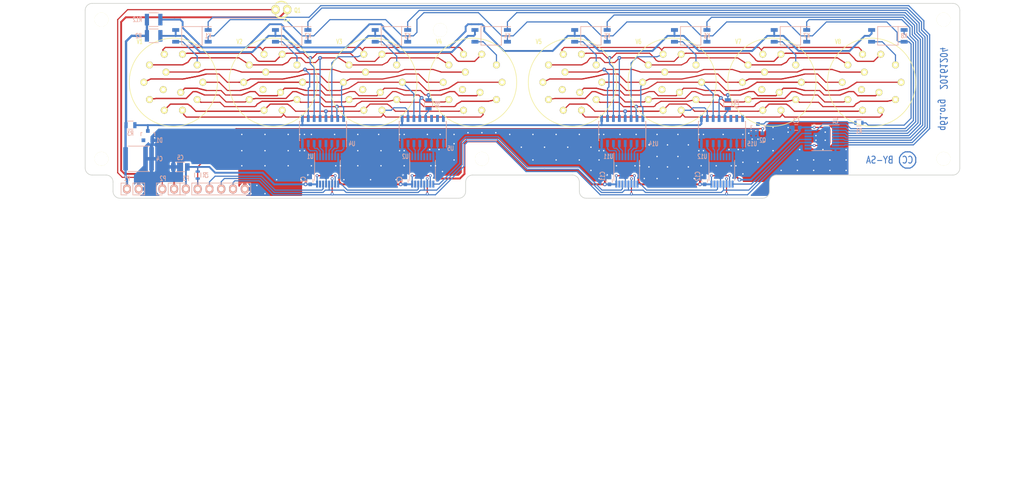
<source format=kicad_pcb>
(kicad_pcb (version 20221018) (generator pcbnew)
  (title_block (title "Divergence Meter Nixie Board") (date "2017-02-19") (rev "0.20161231") (company "q61.org") (comment 4 "License: CC BY-SA 4.0 International"))
  (layers (0 "F.Cu" signal) (31 "B.Cu" signal) (34 "B.Paste" user) (35 "F.Paste" user) (36 "B.SilkS" user "B.Silkscreen") (37 "F.SilkS" user "F.Silkscreen") (38 "B.Mask" user) (39 "F.Mask" user) (44 "Edge.Cuts" user))
  (net 0 "")
  (net 1 "+3V3")
  (net 2 "GND")
  (net 3 "HT")
  (net 4 "Net-(K1-Pad3)")
  (net 5 "/A1")
  (net 6 "/A2")
  (net 7 "/A3")
  (net 8 "/A4")
  (net 9 "/A5")
  (net 10 "/A6")
  (net 11 "/A7")
  (net 12 "/A8")
  (net 13 "Net-(P2-Pad1)")
  (net 14 "/APWM")
  (net 15 "/RCLK")
  (net 16 "/SCLK")
  (net 17 "/SDIN")
  (net 18 "Net-(R4-Pad1)")
  (net 19 "/KDP")
  (net 20 "Net-(U1-Pad9)")
  (net 21 "/KN0")
  (net 22 "/KN1")
  (net 23 "/KN2")
  (net 24 "/KN3")
  (net 25 "/KN4")
  (net 26 "/KN5")
  (net 27 "/KN6")
  (net 28 "Net-(U2-Pad15)")
  (net 29 "/KN7")
  (net 30 "/KN8")
  (net 31 "/KN9")
  (net 32 "/KNDP")
  (net 33 "Net-(U3-Pad9)")
  (net 34 "/K0")
  (net 35 "/K1")
  (net 36 "/K2")
  (net 37 "/K3")
  (net 38 "/K4")
  (net 39 "/K5")
  (net 40 "/K6")
  (net 41 "/K7")
  (net 42 "/K8")
  (net 43 "/K9")
  (net 44 "Net-(U5-Pad14)")
  (net 45 "Net-(U5-Pad15)")
  (net 46 "Net-(U5-Pad16)")
  (net 47 "Net-(V1-Pad14)")
  (net 48 "Net-(V2-Pad14)")
  (net 49 "Net-(V3-Pad14)")
  (net 50 "Net-(V4-Pad14)")
  (net 51 "Net-(V5-Pad14)")
  (net 52 "Net-(V6-Pad14)")
  (net 53 "Net-(V7-Pad14)")
  (net 54 "Net-(V8-Pad14)")
  (net 55 "/AN1")
  (net 56 "/AN2")
  (net 57 "/AN3")
  (net 58 "/AN4")
  (net 59 "/AN5")
  (net 60 "/AN6")
  (net 61 "/AN7")
  (net 62 "/AN8")
  (net 63 "Net-(U1-Pad15)")
  (net 64 "Net-(U2-Pad5)")
  (net 65 "Net-(U2-Pad6)")
  (net 66 "Net-(U2-Pad7)")
  (net 67 "Net-(Q2-Pad3)")
  (net 68 "Net-(R14-Pad1)")
  (net 69 "/KDP1")
  (net 70 "Net-(U11-Pad14)")
  (net 71 "Net-(U12-Pad9)")
  (net 72 "/KN10")
  (net 73 "/KN11")
  (net 74 "/KN12")
  (net 75 "/KN13")
  (net 76 "/KN14")
  (net 77 "/KN15")
  (net 78 "/KN16")
  (net 79 "Net-(U11-Pad9)")
  (net 80 "Net-(U11-Pad15)")
  (net 81 "/KN17")
  (net 82 "/KN18")
  (net 83 "/KN19")
  (net 84 "/KNDP1")
  (net 85 "Net-(U12-Pad5)")
  (net 86 "Net-(U12-Pad6)")
  (net 87 "Net-(U12-Pad7)")
  (net 88 "Net-(U12-Pad15)")
  (net 89 "/K10")
  (net 90 "/K11")
  (net 91 "/K12")
  (net 92 "/K13")
  (net 93 "/K14")
  (net 94 "/K15")
  (net 95 "/K16")
  (net 96 "/K17")
  (net 97 "/K18")
  (net 98 "/K19")
  (net 99 "Net-(U15-Pad14)")
  (net 100 "Net-(U15-Pad15)")
  (net 101 "Net-(U15-Pad16)")
  (net 102 "/VPREBIAS")
  (net 103 "/ACOM0")
  (net 104 "/ACOM1")
  (footprint "q61:OptoTr_TH_3mm_Pitch2.54mm" (layer "F.Cu") (at 91.275 54.35 -90)
    (fp_text reference "Q1")
    (fp_text value "OptTr")
  )
  (footprint "q61:NL-902" (layer "F.Cu") (at 68 70)
    (fp_text reference "V1")
    (fp_text value "NL-841")
  )
  (footprint "q61:NL-902" (layer "F.Cu") (at 89.5 70)
    (fp_text reference "V2")
    (fp_text value "NL-841")
  )
  (footprint "q61:NL-902" (layer "F.Cu") (at 111 70)
    (fp_text reference "V3")
    (fp_text value "NL-841")
  )
  (footprint "q61:NL-902" (layer "F.Cu") (at 132.5 70)
    (fp_text reference "V4")
    (fp_text value "NL-841")
  )
  (footprint "q61:NL-902" (layer "F.Cu") (at 154 70)
    (fp_text reference "V5")
    (fp_text value "NL-841")
  )
  (footprint "q61:NL-902" (layer "F.Cu") (at 175.5 70)
    (fp_text reference "V6")
    (fp_text value "NL-841")
  )
  (footprint "q61:NL-902" (layer "F.Cu") (at 197 70)
    (fp_text reference "V7")
    (fp_text value "NL-841")
  )
  (footprint "q61:NL-902" (layer "F.Cu") (at 218.5 70)
    (fp_text reference "V8")
    (fp_text value "NL-841")
  )
  (footprint "Mounting_Holes:MountingHole_3mm" (layer "F.Cu") (at 234 56.5)
    (fp_text reference "REF**" hide)
    (fp_text value "MountingHole_3mm")
  )
  (footprint "Mounting_Holes:MountingHole_3mm" (layer "F.Cu") (at 52.5 56.5)
    (fp_text reference "REF**" hide)
    (fp_text value "MountingHole_3mm")
  )
  (footprint "Mounting_Holes:MountingHole_3mm" (layer "F.Cu") (at 52.5 86.5)
    (fp_text reference "REF**" hide)
    (fp_text value "MountingHole_3mm")
  )
  (footprint "Mounting_Holes:MountingHole_3mm" (layer "F.Cu") (at 234 86.5)
    (fp_text reference "REF**" hide)
    (fp_text value "MountingHole_3mm")
  )
  (footprint "Mounting_Holes:MountingHole_3mm" (layer "F.Cu") (at 125.5 58.75)
    (fp_text reference "REF**" hide)
    (fp_text value "MountingHole_3mm")
  )
  (footprint "Mounting_Holes:MountingHole_3mm" (layer "F.Cu") (at 134.5 86.5)
    (fp_text reference "REF**" hide)
    (fp_text value "MountingHole_3mm")
  )
  (footprint "Capacitors_SMD:C_0603" (layer "B.Cu") (at 97.5 91.25 90)
    (fp_text reference "C1")
    (fp_text value "0.1u")
  )
  (footprint "Capacitors_SMD:C_0603" (layer "B.Cu") (at 118 91.25 90)
    (fp_text reference "C2")
    (fp_text value "0.1u")
  )
  (footprint "Capacitors_SMD:C_0603" (layer "B.Cu") (at 202.25 79.75 180)
    (fp_text reference "C3")
    (fp_text value "0.1u")
  )
  (footprint "Capacitors_SMD:C_2220" (layer "B.Cu") (at 60.5 86.5)
    (fp_text reference "C4")
    (fp_text value "1u250V")
  )
  (footprint "TO_SOT_Packages_SMD:SOT-23" (layer "B.Cu") (at 62.5 81.5 180)
    (fp_text reference "D1")
    (fp_text value "75V_SOT23")
  )
  (footprint "q61:Optocoupler_SOP6_4" (layer "B.Cu") (at 72 60 180)
    (fp_text reference "K1")
    (fp_text value "TLP188")
  )
  (footprint "q61:Optocoupler_SOP6_4" (layer "B.Cu") (at 93.5 60 180)
    (fp_text reference "K2")
    (fp_text value "TLP188")
  )
  (footprint "q61:Optocoupler_SOP6_4" (layer "B.Cu") (at 115 60 180)
    (fp_text reference "K3")
    (fp_text value "TLP188")
  )
  (footprint "q61:Optocoupler_SOP6_4" (layer "B.Cu") (at 136.5 60 180)
    (fp_text reference "K4")
    (fp_text value "TLP188")
  )
  (footprint "q61:Optocoupler_SOP6_4" (layer "B.Cu") (at 158 60 180)
    (fp_text reference "K5")
    (fp_text value "TLP188")
  )
  (footprint "q61:Optocoupler_SOP6_4" (layer "B.Cu") (at 179.5 60 180)
    (fp_text reference "K6")
    (fp_text value "TLP188")
  )
  (footprint "q61:Optocoupler_SOP6_4" (layer "B.Cu") (at 201 60 180)
    (fp_text reference "K7")
    (fp_text value "TLP188")
  )
  (footprint "q61:Optocoupler_SOP6_4" (layer "B.Cu") (at 222 60 180)
    (fp_text reference "K8")
    (fp_text value "TLP188")
  )
  (footprint "Pin_Headers:Pin_Header_Straight_1x02" (layer "B.Cu") (at 58 93 -90)
    (fp_text reference "P1")
    (fp_text value "HV")
  )
  (footprint "Pin_Headers:Pin_Header_Straight_1x02" (layer "B.Cu") (at 65.62 93 -90)
    (fp_text reference "P2")
    (fp_text value "Opto")
  )
  (footprint "Pin_Headers:Pin_Header_Straight_1x06" (layer "B.Cu") (at 70.7 93 -90)
    (fp_text reference "P3")
    (fp_text value "Signal")
  )
  (footprint "Resistors_SMD:R_0603" (layer "B.Cu") (at 215.75 78.75)
    (fp_text reference "R1")
    (fp_text value "470")
  )
  (footprint "Resistors_SMD:R_1210" (layer "B.Cu") (at 63.75 60)
    (fp_text reference "R2")
    (fp_text value "3.3k")
  )
  (footprint "Resistors_SMD:R_0805" (layer "B.Cu") (at 58.75 79.25)
    (fp_text reference "R3")
    (fp_text value "220k")
  )
  (footprint "Resistors_SMD:R_0805" (layer "B.Cu") (at 123 74.75 90)
    (fp_text reference "R4")
    (fp_text value "47k")
  )
  (footprint "Housings_SSOP:TSSOP-16_4.4x5mm_Pitch0.65mm" (layer "B.Cu") (at 101.25 89 -90)
    (fp_text reference "U1")
    (fp_text value "74HC595")
  )
  (footprint "Housings_SSOP:TSSOP-16_4.4x5mm_Pitch0.65mm" (layer "B.Cu") (at 121.75 89 -90)
    (fp_text reference "U2")
    (fp_text value "74HC595")
  )
  (footprint "Housings_SSOP:TSSOP-16_4.4x5mm_Pitch0.65mm" (layer "B.Cu") (at 207.75 82 180)
    (fp_text reference "U3")
    (fp_text value "74HC595")
  )
  (footprint "Housings_SOIC:SOIC-16_3.9x9.9mm_Pitch1.27mm" (layer "B.Cu") (at 100.25 80.5 90)
    (fp_text reference "U4")
    (fp_text value "SN75468")
  )
  (footprint "Housings_SOIC:SOIC-16_3.9x9.9mm_Pitch1.27mm" (layer "B.Cu") (at 121.75 80.5 90)
    (fp_text reference "U5")
    (fp_text value "SN75468")
  )
  (footprint "Capacitors_SMD:C_1206" (layer "B.Cu") (at 69.5 88.25 180)
    (fp_text reference "C5")
    (fp_text value "10u")
  )
  (footprint "TO_SOT_Packages_SMD:SOT-23" (layer "B.Cu") (at 194 80 180)
    (fp_text reference "Q2")
    (fp_text value "2N7002")
  )
  (footprint "Resistors_SMD:R_0603" (layer "B.Cu") (at 73.25 90 -90)
    (fp_text reference "R5")
    (fp_text value "100k")
  )
  (footprint "Capacitors_SMD:C_0603" (layer "B.Cu") (at 162 91.25 90)
    (fp_text reference "C11")
    (fp_text value "0.1u")
  )
  (footprint "Capacitors_SMD:C_0603" (layer "B.Cu") (at 182.5 91.25 90)
    (fp_text reference "C12")
    (fp_text value "0.1u")
  )
  (footprint "Resistors_SMD:R_1210" (layer "B.Cu") (at 63.75 56.5)
    (fp_text reference "R12")
    (fp_text value "3.3k")
  )
  (footprint "Resistors_SMD:R_0805" (layer "B.Cu") (at 187.5 74.75 90)
    (fp_text reference "R14")
    (fp_text value "47k")
  )
  (footprint "Housings_SSOP:TSSOP-16_4.4x5mm_Pitch0.65mm" (layer "B.Cu") (at 165.75 89 -90)
    (fp_text reference "U11")
    (fp_text value "74HC595")
  )
  (footprint "Housings_SSOP:TSSOP-16_4.4x5mm_Pitch0.65mm" (layer "B.Cu") (at 186.25 89 -90)
    (fp_text reference "U12")
    (fp_text value "74HC595")
  )
  (footprint "Housings_SOIC:SOIC-16_3.9x9.9mm_Pitch1.27mm" (layer "B.Cu") (at 164.75 80.5 90)
    (fp_text reference "U14")
    (fp_text value "SN75468")
  )
  (footprint "Housings_SOIC:SOIC-16_3.9x9.9mm_Pitch1.27mm" (layer "B.Cu") (at 186.25 80.5 90)
    (fp_text reference "U15")
    (fp_text value "SN75468")
  )
  (gr_line (start 196.5 93.5) (end 196.5 91.5) (stroke (width 0.15)) (layer "Edge.Cuts"))
  (gr_arc (start 196.5 93.5) (mid 196.06066 94.56066) (end 195 95) (stroke (width 0.15)) (layer "Edge.Cuts"))
  (gr_arc (start 196.5 91.5) (mid 196.93934 90.43934) (end 198 90) (stroke (width 0.15)) (layer "Edge.Cuts"))
  (gr_line (start 131 93.5) (end 131 91.5) (stroke (width 0.15)) (layer "Edge.Cuts"))
  (gr_arc (start 49 54.5) (mid 49.43934 53.43934) (end 50.5 53) (stroke (width 0.15)) (layer "Edge.Cuts"))
  (gr_arc (start 237.5 88.5) (mid 237.06066 89.56066) (end 236 90) (stroke (width 0.15)) (layer "Edge.Cuts"))
  (gr_arc (start 154 90) (mid 155.06066 90.43934) (end 155.5 91.5) (stroke (width 0.15)) (layer "Edge.Cuts"))
  (gr_line (start 195 95) (end 157 95) (stroke (width 0.15)) (layer "Edge.Cuts"))
  (gr_arc (start 50.5 90) (mid 49.43934 89.56066) (end 49 88.5) (stroke (width 0.15)) (layer "Edge.Cuts"))
  (gr_line (start 132.5 90) (end 154 90) (stroke (width 0.15)) (layer "Edge.Cuts"))
  (gr_line (start 236 90) (end 198 90) (stroke (width 0.15)) (layer "Edge.Cuts"))
  (gr_line (start 56.5 95) (end 129.5 95) (stroke (width 0.15)) (layer "Edge.Cuts"))
  (gr_arc (start 53.5 90) (mid 54.56066 90.43934) (end 55 91.5) (stroke (width 0.15)) (layer "Edge.Cuts"))
  (gr_line (start 237.5 54.5) (end 237.5 88.5) (stroke (width 0.15)) (layer "Edge.Cuts"))
  (gr_arc (start 236 53) (mid 237.06066 53.43934) (end 237.5 54.5) (stroke (width 0.15)) (layer "Edge.Cuts"))
  (gr_line (start 155.5 91.5) (end 155.5 93.5) (stroke (width 0.15)) (layer "Edge.Cuts"))
  (gr_arc (start 157 95) (mid 155.93934 94.56066) (end 155.5 93.5) (stroke (width 0.15)) (layer "Edge.Cuts"))
  (gr_line (start 50.5 90) (end 53.5 90) (stroke (width 0.15)) (layer "Edge.Cuts"))
  (gr_line (start 55 93.5) (end 55 91.5) (stroke (width 0.15)) (layer "Edge.Cuts"))
  (gr_arc (start 56.5 95) (mid 55.43934 94.56066) (end 55 93.5) (stroke (width 0.15)) (layer "Edge.Cuts"))
  (gr_line (start 236 53) (end 50.5 53) (stroke (width 0.15)) (layer "Edge.Cuts"))
  (gr_line (start 49 88.5) (end 49 54.5) (stroke (width 0.15)) (layer "Edge.Cuts"))
  (gr_arc (start 131 93.5) (mid 130.56066 94.56066) (end 129.5 95) (stroke (width 0.15)) (layer "Edge.Cuts"))
  (gr_arc (start 131 91.5) (mid 131.43934 90.43934) (end 132.5 90) (stroke (width 0.15)) (layer "Edge.Cuts"))
  (gr_text "CC" (at 226.25 86.75) (layer "B.Cu") (effects (font (size 1.5 1.2) (thickness 0.2)) (justify mirror)))
  (gr_text "q61.org" (at 234 77 270) (layer "B.Cu") (effects (font (size 1.5 1.2) (thickness 0.2)) (justify mirror)))
  (gr_text "BY-SA" (at 220.25 86.75) (layer "B.Cu") (effects (font (size 1.5 1.2) (thickness 0.2)) (justify mirror)))
  (gr_text "20161204" (at 234 67 270) (layer "B.Cu") (effects (font (size 1.5 1.2) (thickness 0.2)) (justify mirror)))
  (segment (start 226.25 85) (end 226.75 85) (width 0.25) (layer "B.Cu") (net 0))
  (segment (start 226.75 85) (end 227.25 85.25) (width 0.25) (layer "B.Cu") (net 0))
  (segment (start 227.25 85.25) (end 227.75 85.75) (width 0.25) (layer "B.Cu") (net 0))
  (segment (start 227.75 85.75) (end 228 86.25) (width 0.25) (layer "B.Cu") (net 0))
  (segment (start 228 86.25) (end 228 87.25) (width 0.25) (layer "B.Cu") (net 0))
  (segment (start 228 87.25) (end 227.75 87.75) (width 0.25) (layer "B.Cu") (net 0))
  (segment (start 227.75 87.75) (end 227.25 88.25) (width 0.25) (layer "B.Cu") (net 0))
  (segment (start 227.25 88.25) (end 226.75 88.5) (width 0.25) (layer "B.Cu") (net 0))
  (segment (start 226.75 88.5) (end 225.75 88.5) (width 0.25) (layer "B.Cu") (net 0))
  (segment (start 225.75 88.5) (end 225.25 88.25) (width 0.25) (layer "B.Cu") (net 0))
  (segment (start 225.25 88.25) (end 224.75 87.75) (width 0.25) (layer "B.Cu") (net 0))
  (segment (start 224.75 87.75) (end 224.5 87.25) (width 0.25) (layer "B.Cu") (net 0))
  (segment (start 224.5 87.25) (end 224.5 86.25) (width 0.25) (layer "B.Cu") (net 0))
  (segment (start 224.5 86.25) (end 224.75 85.75) (width 0.25) (layer "B.Cu") (net 0))
  (segment (start 224.75 85.75) (end 225.25 85.25) (width 0.25) (layer "B.Cu") (net 0))
  (segment (start 225.25 85.25) (end 225.75 85) (width 0.25) (layer "B.Cu") (net 0))
  (segment (start 225.75 85) (end 226.25 85) (width 0.25) (layer "B.Cu") (net 0))
  (segment (start 123.375 90.1375) (end 119.475 90.1375) (width 0.25) (layer "F.Cu") (net 1))
  (segment (start 102.875 90.1375) (end 98.975 90.1375) (width 0.25) (layer "F.Cu") (net 1))
  (segment (start 96.5 89.75) (end 97 89.25) (width 0.4) (layer "F.Cu") (net 1))
  (segment (start 97 89.25) (end 103.25 89.25) (width 0.4) (layer "F.Cu") (net 1))
  (segment (start 103.25 89.25) (end 103.75 89.75) (width 0.4) (layer "F.Cu") (net 1))
  (segment (start 103.75 89.75) (end 103.75 91.5) (width 0.4) (layer "F.Cu") (net 1))
  (segment (start 103.75 91.5) (end 104.25 92) (width 0.4) (layer "F.Cu") (net 1))
  (segment (start 104.25 92) (end 117 92) (width 0.4) (layer "F.Cu") (net 1))
  (segment (start 117 89.75) (end 117.5 89.25) (width 0.4) (layer "F.Cu") (net 1))
  (segment (start 117.5 89.25) (end 123.75 89.25) (width 0.4) (layer "F.Cu") (net 1))
  (segment (start 123.75 89.25) (end 125.25 90.75) (width 0.4) (layer "F.Cu") (net 1))
  (segment (start 208.975 79.725) (end 209.5 80.25) (width 0.25) (layer "F.Cu") (net 1))
  (segment (start 209.5 80.25) (end 209.5 83) (width 0.25) (layer "F.Cu") (net 1))
  (segment (start 209.5 83) (end 208.875 83.625) (width 0.25) (layer "F.Cu") (net 1))
  (segment (start 208.875 83.625) (end 206.125 83.625) (width 0.25) (layer "F.Cu") (net 1))
  (segment (start 167.375 90.1375) (end 163.475 90.1375) (width 0.25) (layer "F.Cu") (net 1))
  (segment (start 187.875 90.1375) (end 183.975 90.1375) (width 0.25) (layer "F.Cu") (net 1))
  (segment (start 129.75 90.75) (end 130.75 89.75) (width 0.4) (layer "F.Cu") (net 1))
  (segment (start 130.75 89.75) (end 130.75 83.25) (width 0.4) (layer "F.Cu") (net 1))
  (segment (start 130.75 83.25) (end 131.25 82.75) (width 0.4) (layer "F.Cu") (net 1))
  (segment (start 131.25 82.75) (end 137.75 82.75) (width 0.4) (layer "F.Cu") (net 1))
  (segment (start 137.75 82.75) (end 144 89) (width 0.4) (layer "F.Cu") (net 1))
  (segment (start 144 89) (end 155.25 89) (width 0.4) (layer "F.Cu") (net 1))
  (segment (start 155.25 89) (end 158.25 92) (width 0.4) (layer "F.Cu") (net 1))
  (segment (start 161 92) (end 161 89.75) (width 0.4) (layer "F.Cu") (net 1))
  (segment (start 161 89.75) (end 161.5 89.25) (width 0.4) (layer "F.Cu") (net 1))
  (segment (start 161.5 89.25) (end 167.75 89.25) (width 0.4) (layer "F.Cu") (net 1))
  (segment (start 167.75 89.25) (end 168.25 89.75) (width 0.4) (layer "F.Cu") (net 1))
  (segment (start 168.25 89.75) (end 168.25 91.5) (width 0.4) (layer "F.Cu") (net 1))
  (segment (start 168.25 91.5) (end 168.75 92) (width 0.4) (layer "F.Cu") (net 1))
  (segment (start 168.75 92) (end 181.5 92) (width 0.4) (layer "F.Cu") (net 1))
  (segment (start 181.5 89.75) (end 181.5 92) (width 0.4) (layer "F.Cu") (net 1))
  (segment (start 181.5 89.75) (end 182 89.25) (width 0.4) (layer "F.Cu") (net 1))
  (segment (start 182 89.25) (end 188.25 89.25) (width 0.4) (layer "F.Cu") (net 1))
  (segment (start 188.25 89.25) (end 190 91) (width 0.4) (layer "F.Cu") (net 1))
  (segment (start 158.25 92) (end 161 92) (width 0.4) (layer "F.Cu") (net 1))
  (segment (start 206.125 79.725) (end 208.975 79.725) (width 0.25) (layer "F.Cu") (net 1))
  (segment (start 117 92) (end 117 89.75) (width 0.4) (layer "F.Cu") (net 1))
  (segment (start 125.25 90.75) (end 129.75 90.75) (width 0.4) (layer "F.Cu") (net 1))
  (segment (start 96.5 92) (end 96.5 89.75) (width 0.4) (layer "F.Cu") (net 1))
  (via (at 163.475 90.1375) (size 0.6) (drill 0.3) (layers "F.Cu" "B.Cu") (net 1))
  (via (at 167.375 90.1375) (size 0.6) (drill 0.3) (layers "F.Cu" "B.Cu") (net 1))
  (via (at 183.975 90.1375) (size 0.6) (drill 0.3) (layers "F.Cu" "B.Cu") (net 1))
  (via (at 187.875 90.1375) (size 0.6) (drill 0.3) (layers "F.Cu" "B.Cu") (net 1))
  (via (at 161 92) (size 0.8) (drill 0.4) (layers "F.Cu" "B.Cu") (net 1))
  (via (at 181.5 92) (size 0.8) (drill 0.4) (layers "F.Cu" "B.Cu") (net 1))
  (via (at 96.5 92) (size 0.8) (drill 0.4) (layers "F.Cu" "B.Cu") (net 1))
  (via (at 102.875 90.1375) (size 0.6) (drill 0.3) (layers "F.Cu" "B.Cu") (net 1))
  (via (at 206.125 83.625) (size 0.6) (drill 0.3) (layers "F.Cu" "B.Cu") (net 1))
  (via (at 119.475 90.1375) (size 0.6) (drill 0.3) (layers "F.Cu" "B.Cu") (net 1))
  (via (at 190 91) (size 0.8) (drill 0.4) (layers "F.Cu" "B.Cu") (net 1))
  (via (at 123.375 90.1375) (size 0.6) (drill 0.3) (layers "F.Cu" "B.Cu") (net 1))
  (via (at 98.975 90.1375) (size 0.6) (drill 0.3) (layers "F.Cu" "B.Cu") (net 1))
  (via (at 117 92) (size 0.8) (drill 0.4) (layers "F.Cu" "B.Cu") (net 1))
  (via (at 206.125 79.725) (size 0.6) (drill 0.3) (layers "F.Cu" "B.Cu") (net 1))
  (segment (start 87.25 89.5) (end 89.75 92) (width 0.4) (layer "B.Cu") (net 1))
  (segment (start 89.75 92) (end 96.5 92) (width 0.4) (layer "B.Cu") (net 1))
  (segment (start 98.925 92) (end 98.975 91.95) (width 0.4) (layer "B.Cu") (net 1))
  (segment (start 203.025 79.725) (end 203 79.75) (width 0.4) (layer "B.Cu") (net 1))
  (segment (start 203 80.5) (end 202.5 81) (width 0.4) (layer "B.Cu") (net 1))
  (segment (start 117 92) (end 118 92) (width 0.4) (layer "B.Cu") (net 1))
  (segment (start 119.425 92) (end 119.475 91.95) (width 0.4) (layer "B.Cu") (net 1))
  (segment (start 96.5 92) (end 97.5 92) (width 0.4) (layer "B.Cu") (net 1))
  (segment (start 206.125 83.625) (end 204.8 83.625) (width 0.25) (layer "B.Cu") (net 1))
  (segment (start 119.475 90.1375) (end 119.475 91.95) (width 0.25) (layer "B.Cu") (net 1))
  (segment (start 98.975 90.1375) (end 98.975 91.95) (width 0.25) (layer "B.Cu") (net 1))
  (segment (start 70.7 88.55) (end 71 88.25) (width 0.4) (layer "B.Cu") (net 1))
  (segment (start 77 89.5) (end 87.25 89.5) (width 0.4) (layer "B.Cu") (net 1))
  (segment (start 75.75 88.25) (end 77 89.5) (width 0.4) (layer "B.Cu") (net 1))
  (segment (start 73.25 88.25) (end 75.75 88.25) (width 0.4) (layer "B.Cu") (net 1))
  (segment (start 162 92) (end 163.425 92) (width 0.4) (layer "B.Cu") (net 1))
  (segment (start 163.425 92) (end 163.475 91.95) (width 0.4) (layer "B.Cu") (net 1))
  (segment (start 163.475 90.1375) (end 163.475 91.95) (width 0.25) (layer "B.Cu") (net 1))
  (segment (start 167.375 91.95) (end 167.375 90.1375) (width 0.25) (layer "B.Cu") (net 1))
  (segment (start 182.5 92) (end 183.925 92) (width 0.4) (layer "B.Cu") (net 1))
  (segment (start 183.975 90.1375) (end 183.975 91.95) (width 0.25) (layer "B.Cu") (net 1))
  (segment (start 183.925 92) (end 183.975 91.95) (width 0.4) (layer "B.Cu") (net 1))
  (segment (start 187.875 91.95) (end 187.875 90.1375) (width 0.25) (layer "B.Cu") (net 1))
  (segment (start 192.5 91) (end 190 91) (width 0.4) (layer "B.Cu") (net 1))
  (segment (start 71 88.25) (end 73.25 88.25) (width 0.4) (layer "B.Cu") (net 1))
  (segment (start 73.25 89.25) (end 73.25 88.25) (width 0.25) (layer "B.Cu") (net 1))
  (segment (start 161 92) (end 162 92) (width 0.4) (layer "B.Cu") (net 1))
  (segment (start 70.7 93) (end 70.7 88.55) (width 0.4) (layer "B.Cu") (net 1))
  (segment (start 204.8 79.725) (end 206.125 79.725) (width 0.25) (layer "B.Cu") (net 1))
  (segment (start 204.8 79.725) (end 203.025 79.725) (width 0.4) (layer "B.Cu") (net 1))
  (segment (start 97.5 92) (end 98.925 92) (width 0.4) (layer "B.Cu") (net 1))
  (segment (start 118 92) (end 119.425 92) (width 0.4) (layer "B.Cu") (net 1))
  (segment (start 203 79.75) (end 203 80.5) (width 0.4) (layer "B.Cu") (net 1))
  (segment (start 123.375 91.95) (end 123.375 90.1375) (width 0.25) (layer "B.Cu") (net 1))
  (segment (start 181.5 92) (end 182.5 92) (width 0.4) (layer "B.Cu") (net 1))
  (segment (start 102.875 91.95) (end 102.875 90.1375) (width 0.25) (layer "B.Cu") (net 1))
  (segment (start 202.5 81) (end 192.5 91) (width 0.4) (layer "B.Cu") (net 1))
  (segment (start 206.5 81.5) (end 207.25 80.75) (width 0.25) (layer "F.Cu") (net 2))
  (segment (start 207.25 80.75) (end 208.5 80.75) (width 0.25) (layer "F.Cu") (net 2))
  (segment (start 208.5 82.5) (end 206.5 82.5) (width 0.25) (layer "F.Cu") (net 2))
  (segment (start 128.5 81.25) (end 128.5 81.25) (width 0.25) (layer "F.Cu") (net 2))
  (segment (start 128.5 81.25) (end 128.5 83.25) (width 0.25) (layer "F.Cu") (net 2))
  (segment (start 128.5 86.75) (end 126 89.25) (width 0.25) (layer "F.Cu") (net 2))
  (segment (start 86 92.25) (end 87.75 94) (width 0.25) (layer "F.Cu") (net 2))
  (segment (start 128.5 81.25) (end 125.5 81.25) (width 0.25) (layer "F.Cu") (net 2))
  (segment (start 107.75 81.25) (end 102.75 81.25) (width 0.25) (layer "F.Cu") (net 2))
  (segment (start 97.75 81.25) (end 92.75 81.25) (width 0.25) (layer "F.Cu") (net 2))
  (segment (start 87.75 81.25) (end 82.75 81.25) (width 0.25) (layer "F.Cu") (net 2))
  (segment (start 117.75 84.75) (end 116.75 84.75) (width 0.25) (layer "F.Cu") (net 2))
  (segment (start 96.25 81.25) (end 95.25 81.25) (width 0.25) (layer "F.Cu") (net 2))
  (segment (start 96.25 84.75) (end 95.25 84.75) (width 0.25) (layer "F.Cu") (net 2))
  (segment (start 103 88) (end 104 88) (width 0.25) (layer "F.Cu") (net 2))
  (segment (start 123.5 88) (end 124.5 88) (width 0.25) (layer "F.Cu") (net 2))
  (segment (start 117.75 88) (end 116 89.75) (width 0.25) (layer "F.Cu") (net 2))
  (segment (start 116 89.75) (end 116 91) (width 0.25) (layer "F.Cu") (net 2))
  (segment (start 107.75 88) (end 112.75 88) (width 0.25) (layer "F.Cu") (net 2))
  (segment (start 112.75 84.75) (end 107.75 84.75) (width 0.25) (layer "F.Cu") (net 2))
  (segment (start 123.25 84.5) (end 125.25 84.5) (width 0.25) (layer "F.Cu") (net 2))
  (segment (start 125.5 81.25) (end 122.75 81.25) (width 0.25) (layer "F.Cu") (net 2))
  (segment (start 87.75 88) (end 92.75 88) (width 0.25) (layer "F.Cu") (net 2))
  (segment (start 87.75 84.75) (end 92.75 84.75) (width 0.25) (layer "F.Cu") (net 2))
  (segment (start 95.5 91) (end 90.25 91) (width 0.25) (layer "F.Cu") (net 2))
  (segment (start 68.16 90.91) (end 67 89.75) (width 0.4) (layer "F.Cu") (net 2))
  (segment (start 67 89.75) (end 57.5 89.75) (width 0.4) (layer "F.Cu") (net 2))
  (segment (start 57.5 89.75) (end 56.75 89) (width 0.4) (layer "F.Cu") (net 2))
  (segment (start 56.75 89) (end 56.75 57) (width 0.4) (layer "F.Cu") (net 2))
  (segment (start 56.75 57) (end 57.75 56) (width 0.4) (layer "F.Cu") (net 2))
  (segment (start 57.75 56) (end 90.895 56) (width 0.4) (layer "F.Cu") (net 2))
  (segment (start 90.895 56) (end 92.545 54.35) (width 0.4) (layer "F.Cu") (net 2))
  (segment (start 128.875 80.875) (end 131.5 80.875) (width 0.25) (layer "F.Cu") (net 2))
  (segment (start 140.5 81.25) (end 145.5 81.25) (width 0.25) (layer "F.Cu") (net 2))
  (segment (start 155.5 81.25) (end 159.75 81.25) (width 0.25) (layer "F.Cu") (net 2))
  (segment (start 145.5 86.5) (end 143 84) (width 0.25) (layer "F.Cu") (net 2))
  (segment (start 155.5 86.5) (end 153 84) (width 0.25) (layer "F.Cu") (net 2))
  (segment (start 159.75 84.75) (end 160.75 84.75) (width 0.25) (layer "F.Cu") (net 2))
  (segment (start 167.5 88) (end 168.5 88) (width 0.25) (layer "F.Cu") (net 2))
  (segment (start 181.25 81.25) (end 182.25 81.25) (width 0.25) (layer "F.Cu") (net 2))
  (segment (start 181.25 84.75) (end 182.25 84.75) (width 0.25) (layer "F.Cu") (net 2))
  (segment (start 159.75 90.75) (end 159.75 86.75) (width 0.25) (layer "F.Cu") (net 2))
  (segment (start 172.25 90.75) (end 169.5 90.75) (width 0.25) (layer "F.Cu") (net 2))
  (segment (start 172.25 86) (end 172.25 85.75) (width 0.25) (layer "F.Cu") (net 2))
  (segment (start 172.25 85.75) (end 174.5 83.5) (width 0.25) (layer "F.Cu") (net 2))
  (segment (start 170.5 83.5) (end 170.5 88.25) (width 0.25) (layer "F.Cu") (net 2))
  (segment (start 179.25 88) (end 181.75 88) (width 0.25) (layer "F.Cu") (net 2))
  (segment (start 185 88) (end 188.25 88) (width 0.25) (layer "F.Cu") (net 2))
  (segment (start 187.75 84.5) (end 189.75 84.5) (width 0.25) (layer "F.Cu") (net 2))
  (segment (start 186.5 81.25) (end 190.75 81.25) (width 0.25) (layer "F.Cu") (net 2))
  (segment (start 200.5 79.75) (end 200.5 80.75) (width 0.25) (layer "F.Cu") (net 2))
  (segment (start 197.25 79.75) (end 196.75 79.75) (width 0.25) (layer "F.Cu") (net 2))
  (segment (start 197.25 82.25) (end 194 82.25) (width 0.25) (layer "F.Cu") (net 2))
  (segment (start 194 84.75) (end 197.25 84.75) (width 0.25) (layer "F.Cu") (net 2))
  (segment (start 194 87.25) (end 190.75 87.25) (width 0.25) (layer "F.Cu") (net 2))
  (segment (start 206 89) (end 199 89) (width 0.25) (layer "F.Cu") (net 2))
  (segment (start 206 86.75) (end 202.5 86.75) (width 0.25) (layer "F.Cu") (net 2))
  (segment (start 206 89) (end 202.5 89) (width 0.25) (layer "F.Cu") (net 2))
  (segment (start 202.5 85) (end 203 84.5) (width 0.25) (layer "F.Cu") (net 2))
  (segment (start 167.75 81.25) (end 172.25 81.25) (width 0.25) (layer "F.Cu") (net 2))
  (segment (start 128.5 81.25) (end 128.875 80.875) (width 0.25) (layer "F.Cu") (net 2))
  (segment (start 128.5 83.25) (end 128.5 81.25) (width 0.25) (layer "F.Cu") (net 2))
  (segment (start 68.16 93) (end 68.16 90.91) (width 0.4) (layer "F.Cu") (net 2))
  (segment (start 158 84) (end 158 89) (width 0.25) (layer "F.Cu") (net 2))
  (segment (start 209.5 89) (end 206 89) (width 0.25) (layer "F.Cu") (net 2))
  (segment (start 82.75 81.25) (end 82.75 84.75) (width 0.25) (layer "F.Cu") (net 2))
  (segment (start 176.75 81.25) (end 176.75 86) (width 0.25) (layer "F.Cu") (net 2))
  (segment (start 179 88.25) (end 179.25 88) (width 0.25) (layer "F.Cu") (net 2))
  (segment (start 145.5 81.25) (end 150.5 81.25) (width 0.25) (layer "F.Cu") (net 2))
  (segment (start 116 91) (end 110.5 91) (width 0.25) (layer "F.Cu") (net 2))
  (segment (start 213 86.75) (end 213 89) (width 0.25) (layer "F.Cu") (net 2))
  (segment (start 160.75 81.25) (end 164.25 81.25) (width 0.25) (layer "F.Cu") (net 2))
  (segment (start 82.75 81.25) (end 82.75 88) (width 0.25) (layer "F.Cu") (net 2))
  (segment (start 137.5 80.875) (end 134.5 80.875) (width 0.25) (layer "F.Cu") (net 2))
  (segment (start 190.75 87.25) (end 190.75 89.75) (width 0.25) (layer "F.Cu") (net 2))
  (segment (start 155.5 81.25) (end 155.5 86.75) (width 0.25) (layer "F.Cu") (net 2))
  (segment (start 213 86.75) (end 209.5 86.75) (width 0.25) (layer "F.Cu") (net 2))
  (segment (start 176.75 81.25) (end 176.75 90.75) (width 0.25) (layer "F.Cu") (net 2))
  (segment (start 145.5 86.75) (end 145.5 86.5) (width 0.25) (layer "F.Cu") (net 2))
  (segment (start 174.5 88.25) (end 179 88.25) (width 0.25) (layer "F.Cu") (net 2))
  (segment (start 202.5 86.75) (end 202.5 85) (width 0.25) (layer "F.Cu") (net 2))
  (via (at 95.25 81.25) (size 0.6) (drill 0.3) (layers "F.Cu" "B.Cu") (net 2))
  (via (at 97.75 81.25) (size 0.6) (drill 0.3) (layers "F.Cu" "B.Cu") (net 2))
  (via (at 181.25 84.75) (size 0.6) (drill 0.3) (layers "F.Cu" "B.Cu") (net 2))
  (via (at 104.75 91) (size 0.6) (drill 0.3) (layers "F.Cu" "B.Cu") (net 2))
  (via (at 209.5 86.75) (size 0.6) (drill 0.3) (layers "F.Cu" "B.Cu") (net 2))
  (via (at 107.75 81.25) (size 0.6) (drill 0.3) (layers "F.Cu" "B.Cu") (net 2))
  (via (at 117.75 81.25) (size 0.6) (drill 0.3) (layers "F.Cu" "B.Cu") (net 2))
  (via (at 104 88) (size 0.6) (drill 0.3) (layers "F.Cu" "B.Cu") (net 2))
  (via (at 199 89) (size 0.6) (drill 0.3) (layers "F.Cu" "B.Cu") (net 2))
  (via (at 95.5 91) (size 0.6) (drill 0.3) (layers "F.Cu" "B.Cu") (net 2))
  (via (at 140.5 81.25) (size 0.6) (drill 0.3) (layers "F.Cu" "B.Cu") (net 2))
  (via (at 87.75 81.25) (size 0.6) (drill 0.3) (layers "F.Cu" "B.Cu") (net 2))
  (via (at 172.25 90.75) (size 0.6) (drill 0.3) (layers "F.Cu" "B.Cu") (net 2))
  (via (at 197.25 84.75) (size 0.6) (drill 0.3) (layers "F.Cu" "B.Cu") (net 2))
  (via (at 103 88) (size 0.6) (drill 0.3) (layers "F.Cu" "B.Cu") (net 2))
  (via (at 206.5 82.5) (size 0.6) (drill 0.3) (layers "F.Cu" "B.Cu") (net 2))
  (via (at 192.75 82.25) (size 0.6) (drill 0.3) (layers "F.Cu" "B.Cu") (net 2))
  (via (at 128.5 86.75) (size 0.6) (drill 0.3) (layers "F.Cu" "B.Cu") (net 2))
  (via (at 92.75 81.25) (size 0.6) (drill 0.3) (layers "F.Cu" "B.Cu") (net 2))
  (via (at 190.75 89.75) (size 0.6) (drill 0.3) (layers "F.Cu" "B.Cu") (net 2))
  (via (at 159.75 81.25) (size 0.6) (drill 0.3) (layers "F.Cu" "B.Cu") (net 2))
  (via (at 128.5 81.25) (size 0.6) (drill 0.3) (layers "F.Cu" "B.Cu") (net 2))
  (via (at 208.5 82.5) (size 0.6) (drill 0.3) (layers "F.Cu" "B.Cu") (net 2))
  (via (at 172.25 86) (size 0.6) (drill 0.3) (layers "F.Cu" "B.Cu") (net 2))
  (via (at 197.25 79.75) (size 0.6) (drill 0.3) (layers "F.Cu" "B.Cu") (net 2))
  (via (at 112.75 84.75) (size 0.6) (drill 0.3) (layers "F.Cu" "B.Cu") (net 2))
  (via (at 200.5 80.75) (size 0.6) (drill 0.3) (layers "F.Cu" "B.Cu") (net 2))
  (via (at 200.5 79.75) (size 0.6) (drill 0.3) (layers "F.Cu" "B.Cu") (net 2))
  (via (at 131.5 80.875) (size 0.6) (drill 0.3) (layers "F.Cu" "B.Cu") (net 2))
  (via (at 90.25 91) (size 0.6) (drill 0.3) (layers "F.Cu" "B.Cu") (net 2))
  (via (at 123.5 88) (size 0.6) (drill 0.3) (layers "F.Cu" "B.Cu") (net 2))
  (via (at 134.5 80.875) (size 0.6) (drill 0.3) (layers "F.Cu" "B.Cu") (net 2))
  (via (at 167.75 81.25) (size 0.6) (drill 0.3) (layers "F.Cu" "B.Cu") (net 2))
  (via (at 97.75 88) (size 0.6) (drill 0.3) (layers "F.Cu" "B.Cu") (net 2))
  (via (at 174.5 88.25) (size 0.6) (drill 0.3) (layers "F.Cu" "B.Cu") (net 2))
  (via (at 116 91) (size 0.6) (drill 0.3) (layers "F.Cu" "B.Cu") (net 2))
  (via (at 197.25 82.25) (size 0.6) (drill 0.3) (layers "F.Cu" "B.Cu") (net 2))
  (via (at 148 84) (size 0.6) (drill 0.3) (layers "F.Cu" "B.Cu") (net 2))
  (via (at 190.75 87.25) (size 0.6) (drill 0.3) (layers "F.Cu" "B.Cu") (net 2))
  (via (at 182.25 81.25) (size 0.6) (drill 0.3) (layers "F.Cu" "B.Cu") (net 2))
  (via (at 180.25 90.75) (size 0.6) (drill 0.3) (layers "F.Cu" "B.Cu") (net 2))
  (via (at 189.75 84.5) (size 0.6) (drill 0.3) (layers "F.Cu" "B.Cu") (net 2))
  (via (at 192 81) (size 0.6) (drill 0.3) (layers "F.Cu" "B.Cu") (net 2))
  (via (at 126 89.25) (size 0.6) (drill 0.3) (layers "F.Cu" "B.Cu") (net 2))
  (via (at 176.75 86) (size 0.6) (drill 0.3) (layers "F.Cu" "B.Cu") (net 2))
  (via (at 107.75 88) (size 0.6) (drill 0.3) (layers "F.Cu" "B.Cu") (net 2))
  (via (at 123.25 84.5) (size 0.6) (drill 0.3) (layers "F.Cu" "B.Cu") (net 2))
  (via (at 160.75 84.75) (size 0.6) (drill 0.3) (layers "F.Cu" "B.Cu") (net 2))
  (via (at 158 89) (size 0.6) (drill 0.3) (layers "F.Cu" "B.Cu") (net 2))
  (via (at 206 89) (size 0.6) (drill 0.3) (layers "F.Cu" "B.Cu") (net 2))
  (via (at 181.75 88) (size 0.6) (drill 0.3) (layers "F.Cu" "B.Cu") (net 2))
  (via (at 155.5 86.75) (size 0.6) (drill 0.3) (layers "F.Cu" "B.Cu") (net 2))
  (via (at 187.75 84.5) (size 0.6) (drill 0.3) (layers "F.Cu" "B.Cu") (net 2))
  (via (at 116.75 84.75) (size 0.6) (drill 0.3) (layers "F.Cu" "B.Cu") (net 2))
  (via (at 170.5 88.25) (size 0.6) (drill 0.3) (layers "F.Cu" "B.Cu") (net 2))
  (via (at 194 84.75) (size 0.6) (drill 0.3) (layers "F.Cu" "B.Cu") (net 2))
  (via (at 194 87.25) (size 0.6) (drill 0.3) (layers "F.Cu" "B.Cu") (net 2))
  (via (at 107.75 84.75) (size 0.6) (drill 0.3) (layers "F.Cu" "B.Cu") (net 2))
  (via (at 125.5 81.25) (size 0.6) (drill 0.3) (layers "F.Cu" "B.Cu") (net 2))
  (via (at 208 84.5) (size 0.6) (drill 0.3) (layers "F.Cu" "B.Cu") (net 2))
  (via (at 213 84.5) (size 0.6) (drill 0.3) (layers "F.Cu" "B.Cu") (net 2))
  (via (at 174.5 83.5) (size 0.6) (drill 0.3) (layers "F.Cu" "B.Cu") (net 2))
  (via (at 208.5 80.75) (size 0.6) (drill 0.3) (layers "F.Cu" "B.Cu") (net 2))
  (via (at 158 84) (size 0.6) (drill 0.3) (layers "F.Cu" "B.Cu") (net 2))
  (via (at 82.75 88) (size 0.6) (drill 0.3) (layers "F.Cu" "B.Cu") (net 2))
  (via (at 155.5 81.25) (size 0.6) (drill 0.3) (layers "F.Cu" "B.Cu") (net 2))
  (via (at 128.5 83.25) (size 0.6) (drill 0.3) (layers "F.Cu" "B.Cu") (net 2))
  (via (at 92.75 84.75) (size 0.6) (drill 0.3) (layers "F.Cu" "B.Cu") (net 2))
  (via (at 96.25 84.75) (size 0.6) (drill 0.3) (layers "F.Cu" "B.Cu") (net 2))
  (via (at 145.5 86.75) (size 0.6) (drill 0.3) (layers "F.Cu" "B.Cu") (net 2))
  (via (at 160.75 81.25) (size 0.6) (drill 0.3) (layers "F.Cu" "B.Cu") (net 2))
  (via (at 185 88) (size 0.6) (drill 0.3) (layers "F.Cu" "B.Cu") (net 2))
  (via (at 159.75 90.75) (size 0.6) (drill 0.3) (layers "F.Cu" "B.Cu") (net 2))
  (via (at 95.25 84.75) (size 0.6) (drill 0.3) (layers "F.Cu" "B.Cu") (net 2))
  (via (at 82.75 84.75) (size 0.6) (drill 0.3) (layers "F.Cu" "B.Cu") (net 2))
  (via (at 86 92.25) (size 0.6) (drill 0.3) (layers "F.Cu" "B.Cu") (net 2))
  (via (at 87.75 88) (size 0.6) (drill 0.3) (layers "F.Cu" "B.Cu") (net 2))
  (via (at 170.5 83.5) (size 0.6) (drill 0.3) (layers "F.Cu" "B.Cu") (net 2))
  (via (at 179 88.25) (size 0.6) (drill 0.3) (layers "F.Cu" "B.Cu") (net 2))
  (via (at 186.5 81.25) (size 0.6) (drill 0.3) (layers "F.Cu" "B.Cu") (net 2))
  (via (at 206.5 81.5) (size 0.6) (drill 0.3) (layers "F.Cu" "B.Cu") (net 2))
  (via (at 112.25 81.25) (size 0.6) (drill 0.3) (layers "F.Cu" "B.Cu") (net 2))
  (via (at 96.25 81.25) (size 0.6) (drill 0.3) (layers "F.Cu" "B.Cu") (net 2))
  (via (at 87.75 94) (size 0.6) (drill 0.3) (layers "F.Cu" "B.Cu") (net 2))
  (via (at 145.5 81.25) (size 0.6) (drill 0.3) (layers "F.Cu" "B.Cu") (net 2))
  (via (at 209.5 89) (size 0.6) (drill 0.3) (layers "F.Cu" "B.Cu") (net 2))
  (via (at 168.5 88) (size 0.6) (drill 0.3) (layers "F.Cu" "B.Cu") (net 2))
  (via (at 110.5 91) (size 0.6) (drill 0.3) (layers "F.Cu" "B.Cu") (net 2))
  (via (at 117.75 88) (size 0.6) (drill 0.3) (layers "F.Cu" "B.Cu") (net 2))
  (via (at 122.75 81.25) (size 0.6) (drill 0.3) (layers "F.Cu" "B.Cu") (net 2))
  (via (at 159.75 86.75) (size 0.6) (drill 0.3) (layers "F.Cu" "B.Cu") (net 2))
  (via (at 190.75 84.75) (size 0.6) (drill 0.3) (layers "F.Cu" "B.Cu") (net 2))
  (via (at 213 89) (size 0.6) (drill 0.3) (layers "F.Cu" "B.Cu") (net 2))
  (via (at 102.75 81.25) (size 0.6) (drill 0.3) (layers "F.Cu" "B.Cu") (net 2))
  (via (at 124.5 88) (size 0.6) (drill 0.3) (layers "F.Cu" "B.Cu") (net 2))
  (via (at 169.5 90.75) (size 0.6) (drill 0.3) (layers "F.Cu" "B.Cu") (net 2))
  (via (at 87.75 84.75) (size 0.6) (drill 0.3) (layers "F.Cu" "B.Cu") (net 2))
  (via (at 112.75 88) (size 0.6) (drill 0.3) (layers "F.Cu" "B.Cu") (net 2))
  (via (at 213 86.75) (size 0.6) (drill 0.3) (layers "F.Cu" "B.Cu") (net 2))
  (via (at 189.25 88) (size 0.6) (drill 0.3) (layers "F.Cu" "B.Cu") (net 2))
  (via (at 116.75 81.25) (size 0.6) (drill 0.3) (layers "F.Cu" "B.Cu") (net 2))
  (via (at 164.25 81.25) (size 0.6) (drill 0.3) (layers "F.Cu" "B.Cu") (net 2))
  (via (at 202.5 89) (size 0.6) (drill 0.3) (layers "F.Cu" "B.Cu") (net 2))
  (via (at 203 84.5) (size 0.6) (drill 0.3) (layers "F.Cu" "B.Cu") (net 2))
  (via (at 179 83.5) (size 0.6) (drill 0.3) (layers "F.Cu" "B.Cu") (net 2))
  (via (at 206 86.75) (size 0.6) (drill 0.3) (layers "F.Cu" "B.Cu") (net 2))
  (via (at 190.75 81.25) (size 0.6) (drill 0.3) (layers "F.Cu" "B.Cu") (net 2))
  (via (at 150.5 86.75) (size 0.6) (drill 0.3) (layers "F.Cu" "B.Cu") (net 2))
  (via (at 137.5 80.875) (size 0.6) (drill 0.3) (layers "F.Cu" "B.Cu") (net 2))
  (via (at 182.25 84.75) (size 0.6) (drill 0.3) (layers "F.Cu" "B.Cu") (net 2))
  (via (at 176.75 81.25) (size 0.6) (drill 0.3) (layers "F.Cu" "B.Cu") (net 2))
  (via (at 82.75 81.25) (size 0.6) (drill 0.3) (layers "F.Cu" "B.Cu") (net 2))
  (via (at 159.75 84.75) (size 0.6) (drill 0.3) (layers "F.Cu" "B.Cu") (net 2))
  (via (at 167.5 88) (size 0.6) (drill 0.3) (layers "F.Cu" "B.Cu") (net 2))
  (via (at 84.75 94) (size 0.6) (drill 0.3) (layers "F.Cu" "B.Cu") (net 2))
  (via (at 117.75 84.75) (size 0.6) (drill 0.3) (layers "F.Cu" "B.Cu") (net 2))
  (via (at 163.5 88) (size 0.6) (drill 0.3) (layers "F.Cu" "B.Cu") (net 2))
  (via (at 150.5 81.25) (size 0.6) (drill 0.3) (layers "F.Cu" "B.Cu") (net 2))
  (via (at 194 82.25) (size 0.6) (drill 0.3) (layers "F.Cu" "B.Cu") (net 2))
  (via (at 125.25 84.5) (size 0.6) (drill 0.3) (layers "F.Cu" "B.Cu") (net 2))
  (via (at 176.75 90.75) (size 0.6) (drill 0.3) (layers "F.Cu" "B.Cu") (net 2))
  (via (at 92.75 88) (size 0.6) (drill 0.3) (layers "F.Cu" "B.Cu") (net 2))
  (via (at 153 84) (size 0.6) (drill 0.3) (layers "F.Cu" "B.Cu") (net 2))
  (via (at 181.25 81.25) (size 0.6) (drill 0.3) (layers "F.Cu" "B.Cu") (net 2))
  (via (at 202.5 86.75) (size 0.6) (drill 0.3) (layers "F.Cu" "B.Cu") (net 2))
  (via (at 172.25 81.25) (size 0.6) (drill 0.3) (layers "F.Cu" "B.Cu") (net 2))
  (via (at 143 84) (size 0.6) (drill 0.3) (layers "F.Cu" "B.Cu") (net 2))
  (via (at 188.25 88) (size 0.6) (drill 0.3) (layers "F.Cu" "B.Cu") (net 2))
  (segment (start 95.805 81.055) (end 95.75 81) (width 0.5) (layer "B.Cu") (net 2))
  (segment (start 95.805 85.445) (end 95.75 85.5) (width 0.5) (layer "B.Cu") (net 2))
  (segment (start 117.305 85.695) (end 117.25 85.75) (width 0.5) (layer "B.Cu") (net 2))
  (segment (start 124.025 84.775) (end 124 84.75) (width 0.4) (layer "B.Cu") (net 2))
  (segment (start 124.025 87.475) (end 124 87.5) (width 0.4) (layer "B.Cu") (net 2))
  (segment (start 121.425 89.825) (end 121.5 89.75) (width 0.25) (layer "B.Cu") (net 2))
  (segment (start 100.925 89.325) (end 101 89.25) (width 0.25) (layer "B.Cu") (net 2))
  (segment (start 103.525 87.775) (end 103.75 88) (width 0.4) (layer "B.Cu") (net 2))
  (segment (start 207.175 81.675) (end 207.75 82.25) (width 0.25) (layer "B.Cu") (net 2))
  (segment (start 208.775 84.275) (end 208.75 84.25) (width 0.4) (layer "B.Cu") (net 2))
  (segment (start 212.275 84.275) (end 212.75 84.75) (width 0.4) (layer "B.Cu") (net 2))
  (segment (start 123.655 84.655) (end 123.775 84.775) (width 0.25) (layer "B.Cu") (net 2))
  (segment (start 123.775 84.775) (end 124.025 84.775) (width 0.25) (layer "B.Cu") (net 2))
  (segment (start 123.655 81.345) (end 123.75 81.25) (width 0.25) (layer "B.Cu") (net 2))
  (segment (start 124.925 84.925) (end 125 85) (width 0.25) (layer "B.Cu") (net 2))
  (segment (start 126.195 85.195) (end 126.25 85.25) (width 0.25) (layer "B.Cu") (net 2))
  (segment (start 124.925 81.325) (end 125.25 81.25) (width 0.25) (layer "B.Cu") (net 2))
  (segment (start 126.195 81.555) (end 126.25 81.5) (width 0.25) (layer "B.Cu") (net 2))
  (segment (start 206.325 81.675) (end 206.5 81.5) (width 0.25) (layer "B.Cu") (net 2))
  (segment (start 208.5 80.75) (end 208.5 82.5) (width 0.25) (layer "B.Cu") (net 2))
  (segment (start 212.775 84.275) (end 213 84.5) (width 0.25) (layer "B.Cu") (net 2))
  (segment (start 128.5 83.25) (end 128.5 86.75) (width 0.25) (layer "B.Cu") (net 2))
  (segment (start 85.25 93) (end 86 92.25) (width 0.25) (layer "B.Cu") (net 2))
  (segment (start 87.75 94) (end 84.75 94) (width 0.25) (layer "B.Cu") (net 2))
  (segment (start 122.75 81.25) (end 117.75 81.25) (width 0.25) (layer "B.Cu") (net 2))
  (segment (start 112.25 81.25) (end 107.75 81.25) (width 0.25) (layer "B.Cu") (net 2))
  (segment (start 102.75 81.25) (end 97.75 81.25) (width 0.25) (layer "B.Cu") (net 2))
  (segment (start 92.75 81.25) (end 87.75 81.25) (width 0.25) (layer "B.Cu") (net 2))
  (segment (start 117.305 84.305) (end 117.75 84.75) (width 0.25) (layer "B.Cu") (net 2))
  (segment (start 95.805 81.695) (end 96.25 81.25) (width 0.25) (layer "B.Cu") (net 2))
  (segment (start 95.805 84.305) (end 96.25 84.75) (width 0.25) (layer "B.Cu") (net 2))
  (segment (start 103.525 87.225) (end 103 88) (width 0.25) (layer "B.Cu") (net 2))
  (segment (start 124.025 87.475) (end 123.5 88) (width 0.25) (layer "B.Cu") (net 2))
  (segment (start 116 91) (end 110.5 91) (width 0.25) (layer "B.Cu") (net 2))
  (segment (start 110.5 91) (end 104.75 91) (width 0.25) (layer "B.Cu") (net 2))
  (segment (start 110.5 90.75) (end 107.75 88) (width 0.25) (layer "B.Cu") (net 2))
  (segment (start 112.75 88) (end 112.75 84.75) (width 0.25) (layer "B.Cu") (net 2))
  (segment (start 125.75 84.5) (end 123.25 84.5) (width 0.25) (layer "B.Cu") (net 2))
  (segment (start 82.75 88) (end 87.75 88) (width 0.25) (layer "B.Cu") (net 2))
  (segment (start 92.75 88) (end 97.5 88.25) (width 0.25) (layer "B.Cu") (net 2))
  (segment (start 97.5 88.25) (end 97.75 88) (width 0.25) (layer "B.Cu") (net 2))
  (segment (start 82.75 84.75) (end 87.75 84.75) (width 0.25) (layer "B.Cu") (net 2))
  (segment (start 95.5 90.75) (end 95.5 91) (width 0.25) (layer "B.Cu") (net 2))
  (segment (start 208 84.5) (end 208 87) (width 0.25) (layer "B.Cu") (net 2))
  (segment (start 208.225 84.275) (end 208 84.5) (width 0.25) (layer "B.Cu") (net 2))
  (segment (start 117.305 81.695) (end 117.75 81.25) (width 0.5) (layer "B.Cu") (net 2))
  (segment (start 165.425 91.95) (end 165.425 89.325) (width 0.25) (layer "B.Cu") (net 2))
  (segment (start 185.925 89.825) (end 186 89.75) (width 0.25) (layer "B.Cu") (net 2))
  (segment (start 185.925 91.95) (end 185.925 89.825) (width 0.25) (layer "B.Cu") (net 2))
  (segment (start 181.805 83.2) (end 181.805 85.695) (width 0.5) (layer "B.Cu") (net 2))
  (segment (start 181.805 83.2) (end 181.805 81.695) (width 0.5) (layer "B.Cu") (net 2))
  (segment (start 160.305 83.2) (end 160.305 81.055) (width 0.5) (layer "B.Cu") (net 2))
  (segment (start 160.305 83.2) (end 160.305 85.445) (width 0.5) (layer "B.Cu") (net 2))
  (segment (start 168.025 86.05) (end 168.025 87.775) (width 0.4) (layer "B.Cu") (net 2))
  (segment (start 188.525 86.05) (end 188.525 87.475) (width 0.4) (layer "B.Cu") (net 2))
  (segment (start 188.525 86.05) (end 188.525 84.775) (width 0.4) (layer "B.Cu") (net 2))
  (segment (start 188.155 83.2) (end 188.155 84.655) (width 0.25) (layer "B.Cu") (net 2))
  (segment (start 188.155 83.2) (end 188.155 81.345) (width 0.25) (layer "B.Cu") (net 2))
  (segment (start 189.425 83.2) (end 189.425 81.325) (width 0.25) (layer "B.Cu") (net 2))
  (segment (start 189.425 83.2) (end 189.425 84.925) (width 0.25) (layer "B.Cu") (net 2))
  (segment (start 190.695 83.2) (end 190.695 85.195) (width 0.25) (layer "B.Cu") (net 2))
  (segment (start 190.695 83.2) (end 190.695 81.555) (width 0.25) (layer "B.Cu") (net 2))
  (segment (start 131.5 80.875) (end 134.5 80.875) (width 0.25) (layer "B.Cu") (net 2))
  (segment (start 140.125 80.875) (end 140.5 81.25) (width 0.25) (layer "B.Cu") (net 2))
  (segment (start 145.5 81.25) (end 145.5 86.75) (width 0.25) (layer "B.Cu") (net 2))
  (segment (start 150.5 81.25) (end 155.5 81.25) (width 0.25) (layer "B.Cu") (net 2))
  (segment (start 150.5 86.5) (end 148 84) (width 0.25) (layer "B.Cu") (net 2))
  (segment (start 160.305 84.195) (end 159.75 84.75) (width 0.25) (layer "B.Cu") (net 2))
  (segment (start 168.025 87.475) (end 167.5 88) (width 0.25) (layer "B.Cu") (net 2))
  (segment (start 181.805 81.805) (end 181.25 81.25) (width 0.25) (layer "B.Cu") (net 2))
  (segment (start 181.805 84.195) (end 181.25 84.75) (width 0.25) (layer "B.Cu") (net 2))
  (segment (start 155.5 86.5) (end 158 84) (width 0.25) (layer "B.Cu") (net 2))
  (segment (start 158 89) (end 159.75 90.75) (width 0.25) (layer "B.Cu") (net 2))
  (segment (start 161 88) (end 163.5 88) (width 0.25) (layer "B.Cu") (net 2))
  (segment (start 164.25 81.25) (end 167.75 81.25) (width 0.25) (layer "B.Cu") (net 2))
  (segment (start 172.25 81.25) (end 176.75 81.25) (width 0.25) (layer "B.Cu") (net 2))
  (segment (start 176.75 90.75) (end 172.25 90.75) (width 0.25) (layer "B.Cu") (net 2))
  (segment (start 176.75 86) (end 172.25 86) (width 0.25) (layer "B.Cu") (net 2))
  (segment (start 170.5 88.25) (end 174.5 88.25) (width 0.25) (layer "B.Cu") (net 2))
  (segment (start 179 88.25) (end 179 83.5) (width 0.25) (layer "B.Cu") (net 2))
  (segment (start 181.75 88) (end 185 88) (width 0.25) (layer "B.Cu") (net 2))
  (segment (start 188.25 88) (end 189.25 88) (width 0.25) (layer "B.Cu") (net 2))
  (segment (start 188.525 85.025) (end 188 84.5) (width 0.25) (layer "B.Cu") (net 2))
  (segment (start 188 84.5) (end 187.75 84.5) (width 0.25) (layer "B.Cu") (net 2))
  (segment (start 194 82.25) (end 194 84.75) (width 0.25) (layer "B.Cu") (net 2))
  (segment (start 190.75 87.25) (end 190.75 84.75) (width 0.25) (layer "B.Cu") (net 2))
  (segment (start 209.5 89) (end 209.5 86.75) (width 0.25) (layer "B.Cu") (net 2))
  (segment (start 193.05 81.95) (end 192.75 82.25) (width 0.25) (layer "B.Cu") (net 2))
  (segment (start 192.00076 81.00076) (end 192 81) (width 0.25) (layer "B.Cu") (net 2))
  (segment (start 107.75 81.25) (end 107.75 84.75) (width 0.25) (layer "B.Cu") (net 2))
  (segment (start 155.5 86.75) (end 155.5 86.5) (width 0.25) (layer "B.Cu") (net 2))
  (segment (start 95.805 83.2) (end 95.805 81.055) (width 0.5) (layer "B.Cu") (net 2))
  (segment (start 213 86.75) (end 213 84.5) (width 0.25) (layer "B.Cu") (net 2))
  (segment (start 174.5 83.5) (end 170.5 83.5) (width 0.25) (layer "B.Cu") (net 2))
  (segment (start 112.75 84.75) (end 116.75 84.75) (width 0.25) (layer "B.Cu") (net 2))
  (segment (start 100.925 91.95) (end 100.925 89.325) (width 0.25) (layer "B.Cu") (net 2))
  (segment (start 210.7 84.275) (end 212.775 84.275) (width 0.25) (layer "B.Cu") (net 2))
  (segment (start 188.525 86.05) (end 188.525 85.025) (width 0.25) (layer "B.Cu") (net 2))
  (segment (start 83.4 93) (end 85.25 93) (width 0.25) (layer "B.Cu") (net 2))
  (segment (start 123.5 88) (end 117.75 88) (width 0.25) (layer "B.Cu") (net 2))
  (segment (start 193.05 81.00076) (end 193.05 81.95) (width 0.25) (layer "B.Cu") (net 2))
  (segment (start 200.5 79.75) (end 197.25 79.75) (width 0.25) (layer "B.Cu") (net 2))
  (segment (start 117.305 83.2) (end 117.305 81.695) (width 0.5) (layer "B.Cu") (net 2))
  (segment (start 197.25 79.75) (end 197.25 82.25) (width 0.25) (layer "B.Cu") (net 2))
  (segment (start 204.8 81.675) (end 207.175 81.675) (width 0.25) (layer "B.Cu") (net 2))
  (segment (start 137.5 80.875) (end 140.125 80.875) (width 0.25) (layer "B.Cu") (net 2))
  (segment (start 123.655 83.2) (end 123.655 81.345) (width 0.25) (layer "B.Cu") (net 2))
  (segment (start 117.75 81.25) (end 116.75 81.25) (width 0.25) (layer "B.Cu") (net 2))
  (segment (start 121.425 91.95) (end 121.425 89.825) (width 0.25) (layer "B.Cu") (net 2))
  (segment (start 201.5 79.75) (end 200.5 79.75) (width 0.25) (layer "B.Cu") (net 2))
  (segment (start 181.805 83.2) (end 181.805 81.805) (width 0.25) (layer "B.Cu") (net 2))
  (segment (start 92.75 88) (end 95.5 90.75) (width 0.25) (layer "B.Cu") (net 2))
  (segment (start 117.305 83.2) (end 117.305 85.695) (width 0.5) (layer "B.Cu") (net 2))
  (segment (start 150.5 86.75) (end 150.5 86.5) (width 0.25) (layer "B.Cu") (net 2))
  (segment (start 103.525 86.05) (end 103.525 87.225) (width 0.25) (layer "B.Cu") (net 2))
  (segment (start 160.305 83.2) (end 160.305 84.195) (width 0.25) (layer "B.Cu") (net 2))
  (segment (start 168.025 86.05) (end 168.025 87.475) (width 0.25) (layer "B.Cu") (net 2))
  (segment (start 110.5 91) (end 110.5 90.75) (width 0.25) (layer "B.Cu") (net 2))
  (segment (start 126.195 83.2) (end 126.195 81.555) (width 0.25) (layer "B.Cu") (net 2))
  (segment (start 103.525 86.05) (end 103.525 87.775) (width 0.4) (layer "B.Cu") (net 2))
  (segment (start 182.25 81.25) (end 186.5 81.25) (width 0.25) (layer "B.Cu") (net 2))
  (segment (start 204.8 81.675) (end 206.325 81.675) (width 0.25) (layer "B.Cu") (net 2))
  (segment (start 176.75 90.75) (end 180.25 90.75) (width 0.25) (layer "B.Cu") (net 2))
  (segment (start 213 86.75) (end 213 84.5) (width 0.25) (layer "B.Cu") (net 2))
  (segment (start 210.7 84.275) (end 208.775 84.275) (width 0.4) (layer "B.Cu") (net 2))
  (segment (start 160.75 81.25) (end 159.75 81.25) (width 0.25) (layer "B.Cu") (net 2))
  (segment (start 128.5 86.75) (end 125.75 84.5) (width 0.25) (layer "B.Cu") (net 2))
  (segment (start 122.75 81.25) (end 125.5 81.25) (width 0.25) (layer "B.Cu") (net 2))
  (segment (start 95.805 83.2) (end 95.805 85.445) (width 0.5) (layer "B.Cu") (net 2))
  (segment (start 159.75 86.75) (end 161 88) (width 0.25) (layer "B.Cu") (net 2))
  (segment (start 124.925 83.2) (end 124.925 84.925) (width 0.25) (layer "B.Cu") (net 2))
  (segment (start 124.025 86.05) (end 124.025 87.475) (width 0.4) (layer "B.Cu") (net 2))
  (segment (start 95.805 83.2) (end 95.805 84.305) (width 0.25) (layer "B.Cu") (net 2))
  (segment (start 181.805 83.2) (end 181.805 84.195) (width 0.25) (layer "B.Cu") (net 2))
  (segment (start 117.305 83.2) (end 117.305 84.305) (width 0.25) (layer "B.Cu") (net 2))
  (segment (start 209.5 86.75) (end 206 86.75) (width 0.25) (layer "B.Cu") (net 2))
  (segment (start 124.025 86.05) (end 124.025 84.775) (width 0.4) (layer "B.Cu") (net 2))
  (segment (start 123.655 83.2) (end 123.655 84.655) (width 0.25) (layer "B.Cu") (net 2))
  (segment (start 124.925 83.2) (end 124.925 81.325) (width 0.25) (layer "B.Cu") (net 2))
  (segment (start 150.5 81.25) (end 150.5 86.75) (width 0.25) (layer "B.Cu") (net 2))
  (segment (start 210.7 84.275) (end 212.275 84.275) (width 0.4) (layer "B.Cu") (net 2))
  (segment (start 210.7 84.275) (end 208.225 84.275) (width 0.25) (layer "B.Cu") (net 2))
  (segment (start 209.5 89) (end 206 89) (width 0.25) (layer "B.Cu") (net 2))
  (segment (start 126.195 83.2) (end 126.195 85.195) (width 0.25) (layer "B.Cu") (net 2))
  (segment (start 95.805 83.2) (end 95.805 81.695) (width 0.25) (layer "B.Cu") (net 2))
  (segment (start 124.025 86.05) (end 124.025 87.475) (width 0.25) (layer "B.Cu") (net 2))
  (segment (start 193.05 81.00076) (end 192.00076 81.00076) (width 0.25) (layer "B.Cu") (net 2))
  (segment (start 194 84.75) (end 194 87.25) (width 0.25) (layer "B.Cu") (net 2))
  (segment (start 58 90.75) (end 57.7 90.45) (width 0.5) (layer "B.Cu") (net 3))
  (segment (start 57.7 90.45) (end 57.7 86.5) (width 0.5) (layer "B.Cu") (net 3))
  (segment (start 57.7 79.35) (end 57.8 79.25) (width 0.4) (layer "B.Cu") (net 3))
  (segment (start 57.8 61.2) (end 59 60) (width 0.5) (layer "B.Cu") (net 3))
  (segment (start 59 60) (end 62.3 60) (width 0.5) (layer "B.Cu") (net 3))
  (segment (start 57.8 79.25) (end 57.8 61.2) (width 0.5) (layer "B.Cu") (net 3))
  (segment (start 58 93) (end 58 90.75) (width 0.5) (layer "B.Cu") (net 3))
  (segment (start 57.7 86.5) (end 57.7 79.35) (width 0.5) (layer "B.Cu") (net 3))
  (segment (start 62.3 56.5) (end 62.3 60) (width 0.5) (layer "B.Cu") (net 3))
  (segment (start 223.75 59) (end 221.75 57) (width 0.25) (layer "B.Cu") (net 4))
  (segment (start 221.75 57) (end 208.75 57) (width 0.25) (layer "B.Cu") (net 4))
  (segment (start 208.75 57) (end 205.75 60) (width 0.25) (layer "B.Cu") (net 4))
  (segment (start 204.5 60) (end 205.75 60) (width 0.25) (layer "B.Cu") (net 4))
  (segment (start 204.5 60) (end 203.25 60) (width 0.25) (layer "B.Cu") (net 4))
  (segment (start 203.25 60) (end 200.25 57) (width 0.25) (layer "B.Cu") (net 4))
  (segment (start 200.25 57) (end 187.25 57) (width 0.25) (layer "B.Cu") (net 4))
  (segment (start 187.25 57) (end 184.25 60) (width 0.25) (layer "B.Cu") (net 4))
  (segment (start 184.25 60) (end 183 60) (width 0.25) (layer "B.Cu") (net 4))
  (segment (start 183 60) (end 181.75 60) (width 0.25) (layer "B.Cu") (net 4))
  (segment (start 183 60) (end 183 61.27) (width 0.25) (layer "B.Cu") (net 4))
  (segment (start 181.75 60) (end 178.75 57) (width 0.25) (layer "B.Cu") (net 4))
  (segment (start 178.75 57) (end 165.75 57) (width 0.25) (layer "B.Cu") (net 4))
  (segment (start 165.75 57) (end 162.75 60) (width 0.25) (layer "B.Cu") (net 4))
  (segment (start 162.75 60) (end 161.5 60) (width 0.25) (layer "B.Cu") (net 4))
  (segment (start 161.5 60) (end 160.25 60) (width 0.25) (layer "B.Cu") (net 4))
  (segment (start 161.5 60) (end 161.5 61.27) (width 0.25) (layer "B.Cu") (net 4))
  (segment (start 160.25 60) (end 157.25 57) (width 0.25) (layer "B.Cu") (net 4))
  (segment (start 157.25 57) (end 144.25 57) (width 0.25) (layer "B.Cu") (net 4))
  (segment (start 144.25 57) (end 141.25 60) (width 0.25) (layer "B.Cu") (net 4))
  (segment (start 141.25 60) (end 140 60) (width 0.25) (layer "B.Cu") (net 4))
  (segment (start 140 60) (end 138.75 60) (width 0.25) (layer "B.Cu") (net 4))
  (segment (start 140 60) (end 140 61.27) (width 0.25) (layer "B.Cu") (net 4))
  (segment (start 138.75 60) (end 133.75 55) (width 0.25) (layer "B.Cu") (net 4))
  (segment (start 119.75 60) (end 118.5 60) (width 0.25) (layer "B.Cu") (net 4))
  (segment (start 118.5 60) (end 117.25 60) (width 0.25) (layer "B.Cu") (net 4))
  (segment (start 118.5 60) (end 118.5 61.27) (width 0.25) (layer "B.Cu") (net 4))
  (segment (start 117.25 60) (end 113.75 56.5) (width 0.25) (layer "B.Cu") (net 4))
  (segment (start 113.75 56.5) (end 101.75 56.5) (width 0.25) (layer "B.Cu") (net 4))
  (segment (start 101.75 56.5) (end 98.25 60) (width 0.25) (layer "B.Cu") (net 4))
  (segment (start 98.25 60) (end 97 60) (width 0.25) (layer "B.Cu") (net 4))
  (segment (start 97 60) (end 95.75 60) (width 0.25) (layer "B.Cu") (net 4))
  (segment (start 97 60) (end 97 61.27) (width 0.25) (layer "B.Cu") (net 4))
  (segment (start 95.75 60) (end 92.25 56.5) (width 0.25) (layer "B.Cu") (net 4))
  (segment (start 92.25 56.5) (end 80.25 56.5) (width 0.25) (layer "B.Cu") (net 4))
  (segment (start 80.25 56.5) (end 76.75 60) (width 0.25) (layer "B.Cu") (net 4))
  (segment (start 75.5 60.25) (end 75.5 61.27) (width 0.25) (layer "B.Cu") (net 4))
  (segment (start 227 61.75) (end 227 77.75) (width 0.25) (layer "B.Cu") (net 4))
  (segment (start 120.5 59.25) (end 120.5 56.5) (width 0.25) (layer "B.Cu") (net 4))
  (segment (start 120.5 56.5) (end 122 55) (width 0.25) (layer "B.Cu") (net 4))
  (segment (start 122 55) (end 133.75 55) (width 0.25) (layer "B.Cu") (net 4))
  (segment (start 226.52 61.27) (end 227 61.75) (width 0.25) (layer "B.Cu") (net 4))
  (segment (start 217.25 78.75) (end 217.75 79.25) (width 0.25) (layer "B.Cu") (net 4))
  (segment (start 217.75 79.25) (end 225.5 79.25) (width 0.25) (layer "B.Cu") (net 4))
  (segment (start 225.5 79.25) (end 227 77.75) (width 0.25) (layer "B.Cu") (net 4))
  (segment (start 75.75 60) (end 76.75 60) (width 0.25) (layer "B.Cu") (net 4))
  (segment (start 224 59.25) (end 224 61) (width 0.25) (layer "B.Cu") (net 4))
  (segment (start 224 61) (end 224.27 61.27) (width 0.25) (layer "B.Cu") (net 4))
  (segment (start 224.27 61.27) (end 225.5 61.27) (width 0.25) (layer "B.Cu") (net 4))
  (segment (start 223.75 59) (end 224 59.25) (width 0.25) (layer "B.Cu") (net 4))
  (segment (start 204.5 60) (end 204.5 61.27) (width 0.25) (layer "B.Cu") (net 4))
  (segment (start 119.75 60) (end 120.5 59.25) (width 0.25) (layer "B.Cu") (net 4))
  (segment (start 75.5 60.25) (end 75.75 60) (width 0.25) (layer "B.Cu") (net 4))
  (segment (start 225.5 61.27) (end 226.52 61.27) (width 0.25) (layer "B.Cu") (net 4))
  (segment (start 216.5 78.75) (end 217.25 78.75) (width 0.25) (layer "B.Cu") (net 4))
  (segment (start 73.137 64.387) (end 73.137 66.268) (width 0.25) (layer "B.Cu") (net 5))
  (segment (start 70.02 61.27) (end 73.137 64.387) (width 0.25) (layer "B.Cu") (net 5))
  (segment (start 68.5 61.27) (end 70.02 61.27) (width 0.25) (layer "B.Cu") (net 5))
  (segment (start 94.637 64.387) (end 94.637 66.268) (width 0.25) (layer "B.Cu") (net 6))
  (segment (start 91.52 61.27) (end 94.637 64.387) (width 0.25) (layer "B.Cu") (net 6))
  (segment (start 90 61.27) (end 91.52 61.27) (width 0.25) (layer "B.Cu") (net 6))
  (segment (start 116.137 64.387) (end 116.137 66.268) (width 0.25) (layer "B.Cu") (net 7))
  (segment (start 113.02 61.27) (end 116.137 64.387) (width 0.25) (layer "B.Cu") (net 7))
  (segment (start 111.5 61.27) (end 113.02 61.27) (width 0.25) (layer "B.Cu") (net 7))
  (segment (start 137.637 64.137) (end 137.637 66.268) (width 0.25) (layer "B.Cu") (net 8))
  (segment (start 134.77 61.27) (end 137.637 64.137) (width 0.25) (layer "B.Cu") (net 8))
  (segment (start 133 61.27) (end 134.77 61.27) (width 0.25) (layer "B.Cu") (net 8))
  (segment (start 159.137 64.137) (end 159.137 66.268) (width 0.25) (layer "B.Cu") (net 9))
  (segment (start 156.27 61.27) (end 159.137 64.137) (width 0.25) (layer "B.Cu") (net 9))
  (segment (start 154.5 61.27) (end 156.27 61.27) (width 0.25) (layer "B.Cu") (net 9))
  (segment (start 180.637 64.137) (end 180.637 66.268) (width 0.25) (layer "B.Cu") (net 10))
  (segment (start 177.77 61.27) (end 180.637 64.137) (width 0.25) (layer "B.Cu") (net 10))
  (segment (start 176 61.27) (end 177.77 61.27) (width 0.25) (layer "B.Cu") (net 10))
  (segment (start 197.5 61.27) (end 199.27 61.27) (width 0.25) (layer "B.Cu") (net 11))
  (segment (start 199.27 61.27) (end 202.137 64.137) (width 0.25) (layer "B.Cu") (net 11))
  (segment (start 202.137 64.137) (end 202.137 66.268) (width 0.25) (layer "B.Cu") (net 11))
  (segment (start 220.77 61.27) (end 223.637 64.137) (width 0.25) (layer "B.Cu") (net 12))
  (segment (start 223.637 64.137) (end 223.637 66.268) (width 0.25) (layer "B.Cu") (net 12))
  (segment (start 218.5 61.27) (end 220.77 61.27) (width 0.25) (layer "B.Cu") (net 12))
  (segment (start 58.15 54.35) (end 56 56.5) (width 0.25) (layer "F.Cu") (net 13))
  (segment (start 56 56.5) (end 56 89.5) (width 0.25) (layer "F.Cu") (net 13))
  (segment (start 56 89.5) (end 57 90.5) (width 0.25) (layer "F.Cu") (net 13))
  (segment (start 57 90.5) (end 64.75 90.5) (width 0.25) (layer "F.Cu") (net 13))
  (segment (start 64.75 90.5) (end 65.62 91.37) (width 0.25) (layer "F.Cu") (net 13))
  (segment (start 65.62 91.37) (end 65.62 93) (width 0.25) (layer "F.Cu") (net 13))
  (segment (start 90.005 54.35) (end 58.15 54.35) (width 0.25) (layer "F.Cu") (net 13))
  (segment (start 114 80) (end 81.5 80) (width 0.25) (layer "F.Cu") (net 14))
  (segment (start 81.5 80) (end 73.24 88.26) (width 0.25) (layer "F.Cu") (net 14))
  (segment (start 73.24 88.26) (end 73.24 93) (width 0.25) (layer "F.Cu") (net 14))
  (segment (start 195 80) (end 191.75 80) (width 0.25) (layer "F.Cu") (net 14))
  (segment (start 114 80) (end 191.75 80) (width 0.25) (layer "F.Cu") (net 14))
  (via (at 195 80) (size 0.6) (drill 0.3) (layers "F.Cu" "B.Cu") (net 14))
  (segment (start 73.25 92.99) (end 73.24 93) (width 0.25) (layer "B.Cu") (net 14))
  (segment (start 194.95 80.05) (end 195 80) (width 0.25) (layer "B.Cu") (net 14))
  (segment (start 194.95 81.00076) (end 194.95 80.05) (width 0.25) (layer "B.Cu") (net 14))
  (segment (start 73.25 90.75) (end 73.25 92.99) (width 0.25) (layer "B.Cu") (net 14))
  (segment (start 130.25 83.25) (end 130.25 87.75) (width 0.25) (layer "B.Cu") (net 15))
  (segment (start 130.25 87.75) (end 124.75 93.25) (width 0.25) (layer "B.Cu") (net 15))
  (segment (start 121.25 93.25) (end 120.75 93.75) (width 0.25) (layer "B.Cu") (net 15))
  (segment (start 120.75 93.75) (end 105.25 93.75) (width 0.25) (layer "B.Cu") (net 15))
  (segment (start 105.25 93.75) (end 104.75 93.25) (width 0.25) (layer "B.Cu") (net 15))
  (segment (start 78.32 91.43) (end 79 90.75) (width 0.25) (layer "B.Cu") (net 15))
  (segment (start 79 90.75) (end 86.75 90.75) (width 0.25) (layer "B.Cu") (net 15))
  (segment (start 86.75 90.75) (end 89.75 93.75) (width 0.25) (layer "B.Cu") (net 15))
  (segment (start 100.25 93.75) (end 100.75 93.25) (width 0.25) (layer "B.Cu") (net 15))
  (segment (start 100.75 93.25) (end 101.575 93.25) (width 0.25) (layer "B.Cu") (net 15))
  (segment (start 101.575 93.25) (end 104.75 93.25) (width 0.25) (layer "B.Cu") (net 15))
  (segment (start 122.075 93.25) (end 121.25 93.25) (width 0.25) (layer "B.Cu") (net 15))
  (segment (start 166.075 91.95) (end 166.075 93.25) (width 0.25) (layer "B.Cu") (net 15))
  (segment (start 164.75 93.75) (end 165.25 93.25) (width 0.25) (layer "B.Cu") (net 15))
  (segment (start 166.075 93.25) (end 165.25 93.25) (width 0.25) (layer "B.Cu") (net 15))
  (segment (start 166.075 93.25) (end 169.25 93.25) (width 0.25) (layer "B.Cu") (net 15))
  (segment (start 169.75 93.75) (end 169.25 93.25) (width 0.25) (layer "B.Cu") (net 15))
  (segment (start 186.575 93.25) (end 186.575 91.95) (width 0.25) (layer "B.Cu") (net 15))
  (segment (start 131.25 82.25) (end 137.75 82.25) (width 0.25) (layer "B.Cu") (net 15))
  (segment (start 137.75 82.25) (end 144.25 88.75) (width 0.25) (layer "B.Cu") (net 15))
  (segment (start 144.25 88.75) (end 148 88.75) (width 0.25) (layer "B.Cu") (net 15))
  (segment (start 155.25 88.75) (end 160.25 93.75) (width 0.25) (layer "B.Cu") (net 15))
  (segment (start 160.25 93.75) (end 164.75 93.75) (width 0.25) (layer "B.Cu") (net 15))
  (segment (start 186.075 93.75) (end 186.575 93.25) (width 0.25) (layer "B.Cu") (net 15))
  (segment (start 202.925 82.325) (end 192 93.25) (width 0.25) (layer "B.Cu") (net 15))
  (segment (start 192 93.25) (end 186.575 93.25) (width 0.25) (layer "B.Cu") (net 15))
  (segment (start 130.25 83.25) (end 131.25 82.25) (width 0.25) (layer "B.Cu") (net 15))
  (segment (start 122.075 91.95) (end 122.075 93.25) (width 0.25) (layer "B.Cu") (net 15))
  (segment (start 169.75 93.75) (end 186.075 93.75) (width 0.25) (layer "B.Cu") (net 15))
  (segment (start 78.32 93) (end 78.32 91.43) (width 0.25) (layer "B.Cu") (net 15))
  (segment (start 124.75 93.25) (end 122.075 93.25) (width 0.25) (layer "B.Cu") (net 15))
  (segment (start 204.8 82.325) (end 202.925 82.325) (width 0.25) (layer "B.Cu") (net 15))
  (segment (start 148 88.75) (end 155.25 88.75) (width 0.25) (layer "B.Cu") (net 15))
  (segment (start 89.75 93.75) (end 100.25 93.75) (width 0.25) (layer "B.Cu") (net 15))
  (segment (start 101.575 91.95) (end 101.575 93.25) (width 0.25) (layer "B.Cu") (net 15))
  (segment (start 122.725 90.7875) (end 122.725 94.0375) (width 0.25) (layer "F.Cu") (net 16))
  (segment (start 102.225 90.7875) (end 102.225 94.0375) (width 0.25) (layer "F.Cu") (net 16))
  (segment (start 166.725 90.7875) (end 166.725 94.0375) (width 0.25) (layer "F.Cu") (net 16))
  (segment (start 187.225 90.7875) (end 187.225 94.0375) (width 0.25) (layer "F.Cu") (net 16))
  (via (at 166.725 94.0375) (size 0.6) (drill 0.3) (layers "F.Cu" "B.Cu") (net 16))
  (via (at 166.725 90.7875) (size 0.6) (drill 0.3) (layers "F.Cu" "B.Cu") (net 16))
  (via (at 187.225 90.7875) (size 0.6) (drill 0.3) (layers "F.Cu" "B.Cu") (net 16))
  (via (at 187.225 94.0375) (size 0.6) (drill 0.3) (layers "F.Cu" "B.Cu") (net 16))
  (via (at 102.225 90.7875) (size 0.6) (drill 0.3) (layers "F.Cu" "B.Cu") (net 16))
  (via (at 122.725 90.7875) (size 0.6) (drill 0.3) (layers "F.Cu" "B.Cu") (net 16))
  (via (at 102.225 94.0375) (size 0.6) (drill 0.3) (layers "F.Cu" "B.Cu") (net 16))
  (via (at 122.725 94.0375) (size 0.6) (drill 0.3) (layers "F.Cu" "B.Cu") (net 16))
  (segment (start 130.75 83.5) (end 130.75 88) (width 0.25) (layer "B.Cu") (net 16))
  (segment (start 130.75 88) (end 124.5 94.25) (width 0.25) (layer "B.Cu") (net 16))
  (segment (start 122.75 94.25) (end 124.5 94.25) (width 0.25) (layer "B.Cu") (net 16))
  (segment (start 122.75 94.25) (end 102.25 94.25) (width 0.25) (layer "B.Cu") (net 16))
  (segment (start 80.86 91.64) (end 81.25 91.25) (width 0.25) (layer "B.Cu") (net 16))
  (segment (start 81.25 91.25) (end 86.5 91.25) (width 0.25) (layer "B.Cu") (net 16))
  (segment (start 86.5 91.25) (end 89.5 94.25) (width 0.25) (layer "B.Cu") (net 16))
  (segment (start 89.5 94.25) (end 102.25 94.25) (width 0.25) (layer "B.Cu") (net 16))
  (segment (start 122.725 94.0375) (end 122.75 94.0625) (width 0.25) (layer "B.Cu") (net 16))
  (segment (start 122.75 94.0625) (end 122.75 94.25) (width 0.25) (layer "B.Cu") (net 16))
  (segment (start 102.225 94.0375) (end 102.25 94.0625) (width 0.25) (layer "B.Cu") (net 16))
  (segment (start 102.25 94.0625) (end 102.25 94.25) (width 0.25) (layer "B.Cu") (net 16))
  (segment (start 131.5 82.75) (end 137.5 82.75) (width 0.25) (layer "B.Cu") (net 16))
  (segment (start 137.5 82.75) (end 144 89.25) (width 0.25) (layer "B.Cu") (net 16))
  (segment (start 144 89.25) (end 154 89.25) (width 0.25) (layer "B.Cu") (net 16))
  (segment (start 166.725 94.225) (end 166.75 94.25) (width 0.25) (layer "B.Cu") (net 16))
  (segment (start 187.25 94.25) (end 166.75 94.25) (width 0.25) (layer "B.Cu") (net 16))
  (segment (start 160 94.25) (end 155 89.25) (width 0.25) (layer "B.Cu") (net 16))
  (segment (start 155 89.25) (end 154 89.25) (width 0.25) (layer "B.Cu") (net 16))
  (segment (start 203.025 82.975) (end 191.75 94.25) (width 0.25) (layer "B.Cu") (net 16))
  (segment (start 187.225 94.225) (end 187.25 94.25) (width 0.25) (layer "B.Cu") (net 16))
  (segment (start 130.75 83.5) (end 131.5 82.75) (width 0.25) (layer "B.Cu") (net 16))
  (segment (start 187.225 94.0375) (end 187.225 94.225) (width 0.25) (layer "B.Cu") (net 16))
  (segment (start 122.725 91.95) (end 122.725 90.7875) (width 0.25) (layer "B.Cu") (net 16))
  (segment (start 102.225 91.95) (end 102.225 90.7875) (width 0.25) (layer "B.Cu") (net 16))
  (segment (start 166.725 94.0375) (end 166.725 94.225) (width 0.25) (layer "B.Cu") (net 16))
  (segment (start 191.75 94.25) (end 187.25 94.25) (width 0.25) (layer "B.Cu") (net 16))
  (segment (start 80.86 93) (end 80.86 91.64) (width 0.25) (layer "B.Cu") (net 16))
  (segment (start 166.725 91.95) (end 166.725 90.7875) (width 0.25) (layer "B.Cu") (net 16))
  (segment (start 204.8 82.975) (end 203.025 82.975) (width 0.25) (layer "B.Cu") (net 16))
  (segment (start 166.75 94.25) (end 160 94.25) (width 0.25) (layer "B.Cu") (net 16))
  (segment (start 187.225 91.95) (end 187.225 90.7875) (width 0.25) (layer "B.Cu") (net 16))
  (segment (start 75.78 91.47) (end 77 90.25) (width 0.25) (layer "B.Cu") (net 17))
  (segment (start 77 90.25) (end 86.950002 90.25) (width 0.25) (layer "B.Cu") (net 17))
  (segment (start 86.950002 90.25) (end 89.950002 93.25) (width 0.25) (layer "B.Cu") (net 17))
  (segment (start 89.950002 93.25) (end 100 93.25) (width 0.25) (layer "B.Cu") (net 17))
  (segment (start 100 93.25) (end 100.275 92.975) (width 0.25) (layer "B.Cu") (net 17))
  (segment (start 100.275 92.975) (end 100.275 91.95) (width 0.25) (layer "B.Cu") (net 17))
  (segment (start 75.78 93) (end 75.78 91.47) (width 0.25) (layer "B.Cu") (net 17))
  (segment (start 122.385 76.865) (end 123 76.25) (width 0.25) (layer "B.Cu") (net 18))
  (segment (start 123 76.25) (end 123 75.7) (width 0.25) (layer "B.Cu") (net 18))
  (segment (start 122.385 77.8) (end 122.385 76.865) (width 0.25) (layer "B.Cu") (net 18))
  (segment (start 70.021 71.75) (end 69.587 72.184) (width 0.25) (layer "F.Cu") (net 19))
  (segment (start 84.54 72.004) (end 82.685 72.753) (width 0.25) (layer "F.Cu") (net 19))
  (segment (start 91.977 71.294) (end 91.087 72.184) (width 0.25) (layer "F.Cu") (net 19))
  (segment (start 90.371 72.9) (end 86.5 72.9) (width 0.25) (layer "F.Cu") (net 19))
  (segment (start 85.604 72.004) (end 86.5 72.9) (width 0.25) (layer "F.Cu") (net 19))
  (segment (start 106.04 72.004) (end 107.104 72.004) (width 0.25) (layer "F.Cu") (net 19))
  (segment (start 107.104 72.004) (end 108 72.9) (width 0.25) (layer "F.Cu") (net 19))
  (segment (start 112.587 72.184) (end 111.871 72.9) (width 0.25) (layer "F.Cu") (net 19))
  (segment (start 111.871 72.9) (end 108 72.9) (width 0.25) (layer "F.Cu") (net 19))
  (segment (start 106.04 72.004) (end 104.185 72.753) (width 0.25) (layer "F.Cu") (net 19))
  (segment (start 100.753 72.753) (end 99.778 71.778) (width 0.25) (layer "F.Cu") (net 19))
  (segment (start 99.778 71.778) (end 96.632 71.778) (width 0.25) (layer "F.Cu") (net 19))
  (segment (start 82.685 72.753) (end 79.253 72.753) (width 0.25) (layer "F.Cu") (net 19))
  (segment (start 79.253 72.753) (end 78.278 71.778) (width 0.25) (layer "F.Cu") (net 19))
  (segment (start 78.278 71.778) (end 75.132 71.778) (width 0.25) (layer "F.Cu") (net 19))
  (segment (start 84.54 72.004) (end 82.685 72.753) (width 0.25) (layer "F.Cu") (net 19))
  (segment (start 90.371 72.9) (end 86.5 72.9) (width 0.25) (layer "F.Cu") (net 19))
  (segment (start 91.087 72.184) (end 90.371 72.9) (width 0.25) (layer "F.Cu") (net 19))
  (segment (start 85.604 72.004) (end 86.5 72.9) (width 0.25) (layer "F.Cu") (net 19))
  (segment (start 84.54 72.004) (end 85.604 72.004) (width 0.25) (layer "F.Cu") (net 19))
  (segment (start 94.691 71.294) (end 96.632 71.778) (width 0.25) (layer "F.Cu") (net 19))
  (segment (start 91.977 71.294) (end 91.087 72.184) (width 0.25) (layer "F.Cu") (net 19))
  (segment (start 94.691 71.294) (end 91.977 71.294) (width 0.25) (layer "F.Cu") (net 19))
  (segment (start 73.191 71.294) (end 70.477 71.294) (width 0.25) (layer "F.Cu") (net 19))
  (segment (start 70.477 71.294) (end 69.587 72.184) (width 0.25) (layer "F.Cu") (net 19))
  (segment (start 73.191 71.294) (end 75.132 71.778) (width 0.25) (layer "F.Cu") (net 19))
  (segment (start 116.191 71.294) (end 118.132 71.778) (width 0.25) (layer "F.Cu") (net 19))
  (segment (start 113.477 71.294) (end 112.587 72.184) (width 0.25) (layer "F.Cu") (net 19))
  (segment (start 116.191 71.294) (end 113.477 71.294) (width 0.25) (layer "F.Cu") (net 19))
  (segment (start 127.54 72.004) (end 128.604 72.004) (width 0.25) (layer "F.Cu") (net 19))
  (segment (start 128.604 72.004) (end 129.5 72.9) (width 0.25) (layer "F.Cu") (net 19))
  (segment (start 133.371 72.9) (end 129.5 72.9) (width 0.25) (layer "F.Cu") (net 19))
  (segment (start 127.54 72.004) (end 125.685 72.753) (width 0.25) (layer "F.Cu") (net 19))
  (segment (start 121.278 71.778) (end 118.132 71.778) (width 0.25) (layer "F.Cu") (net 19))
  (segment (start 122.253 72.753) (end 121.278 71.778) (width 0.25) (layer "F.Cu") (net 19))
  (segment (start 125.685 72.753) (end 123 72.753) (width 0.25) (layer "F.Cu") (net 19))
  (segment (start 127.54 72.004) (end 128.604 72.004) (width 0.25) (layer "F.Cu") (net 19))
  (segment (start 128.604 72.004) (end 129.5 72.9) (width 0.25) (layer "F.Cu") (net 19))
  (segment (start 134.087 72.184) (end 133.371 72.9) (width 0.25) (layer "F.Cu") (net 19))
  (segment (start 133.371 72.9) (end 129.5 72.9) (width 0.25) (layer "F.Cu") (net 19))
  (segment (start 127.54 72.004) (end 125.685 72.753) (width 0.25) (layer "F.Cu") (net 19))
  (segment (start 113.021 71.75) (end 112.587 72.184) (width 0.25) (layer "F.Cu") (net 19))
  (segment (start 73.191 71.294) (end 70.477 71.294) (width 0.25) (layer "F.Cu") (net 19))
  (segment (start 70.477 71.294) (end 69.587 72.184) (width 0.25) (layer "F.Cu") (net 19))
  (segment (start 73.191 71.294) (end 75.132 71.778) (width 0.25) (layer "F.Cu") (net 19))
  (segment (start 73.191 71.294) (end 70.477 71.294) (width 0.25) (layer "F.Cu") (net 19))
  (segment (start 70.477 71.294) (end 69.587 72.184) (width 0.25) (layer "F.Cu") (net 19))
  (segment (start 73.191 71.294) (end 75.132 71.778) (width 0.25) (layer "F.Cu") (net 19))
  (segment (start 123 72.75) (end 123 72.753) (width 0.25) (layer "F.Cu") (net 19))
  (segment (start 123 72.753) (end 122.253 72.753) (width 0.25) (layer "F.Cu") (net 19))
  (segment (start 94.691 71.294) (end 96.632 71.778) (width 0.25) (layer "F.Cu") (net 19))
  (segment (start 91.087 72.184) (end 90.371 72.9) (width 0.25) (layer "F.Cu") (net 19))
  (segment (start 94.691 71.294) (end 91.977 71.294) (width 0.25) (layer "F.Cu") (net 19))
  (segment (start 104.185 72.753) (end 100.753 72.753) (width 0.25) (layer "F.Cu") (net 19))
  (segment (start 84.54 72.004) (end 85.604 72.004) (width 0.25) (layer "F.Cu") (net 19))
  (via (at 123 72.75) (size 0.8) (drill 0.3) (layers "F.Cu" "B.Cu") (net 19))
  (segment (start 123 73.8) (end 123 72.75) (width 0.25) (layer "B.Cu") (net 19))
  (segment (start 120.775 93.024998) (end 120.549998 93.25) (width 0.25) (layer "B.Cu") (net 20))
  (segment (start 104.2 91.95) (end 105.5 93.25) (width 0.25) (layer "B.Cu") (net 20))
  (segment (start 105.5 93.25) (end 120.549998 93.25) (width 0.25) (layer "B.Cu") (net 20))
  (segment (start 120.775 91.95) (end 120.775 93.024998) (width 0.25) (layer "B.Cu") (net 20))
  (segment (start 103.525 91.95) (end 104.2 91.95) (width 0.25) (layer "B.Cu") (net 20))
  (segment (start 98.975 84.975) (end 98.75 84.75) (width 0.25) (layer "B.Cu") (net 21))
  (segment (start 98.75 84.75) (end 97.5 84.75) (width 0.25) (layer "B.Cu") (net 21))
  (segment (start 97.5 84.75) (end 97.075 84.325) (width 0.25) (layer "B.Cu") (net 21))
  (segment (start 97.075 84.325) (end 97.075 83.2) (width 0.25) (layer "B.Cu") (net 21))
  (segment (start 98.975 86.05) (end 98.975 84.975) (width 0.25) (layer "B.Cu") (net 21))
  (segment (start 99.625 84.875) (end 99 84.25) (width 0.25) (layer "B.Cu") (net 22))
  (segment (start 99 84.25) (end 98.5 84.25) (width 0.25) (layer "B.Cu") (net 22))
  (segment (start 98.5 84.25) (end 98.345 84.095) (width 0.25) (layer "B.Cu") (net 22))
  (segment (start 98.345 84.095) (end 98.345 83.2) (width 0.25) (layer "B.Cu") (net 22))
  (segment (start 99.625 86.05) (end 99.625 84.875) (width 0.25) (layer "B.Cu") (net 22))
  (segment (start 100.275 84.775) (end 99.615 84.115) (width 0.25) (layer "B.Cu") (net 23))
  (segment (start 99.615 84.115) (end 99.615 83.2) (width 0.25) (layer "B.Cu") (net 23))
  (segment (start 100.275 86.05) (end 100.275 84.775) (width 0.25) (layer "B.Cu") (net 23))
  (segment (start 100.925 83.24) (end 100.885 83.2) (width 0.25) (layer "B.Cu") (net 24))
  (segment (start 100.925 86.05) (end 100.925 83.24) (width 0.25) (layer "B.Cu") (net 24))
  (segment (start 101.575 84.675) (end 102.155 84.095) (width 0.25) (layer "B.Cu") (net 25))
  (segment (start 102.155 84.095) (end 102.155 83.2) (width 0.25) (layer "B.Cu") (net 25))
  (segment (start 101.575 86.05) (end 101.575 84.675) (width 0.25) (layer "B.Cu") (net 25))
  (segment (start 102.225 84.775) (end 102.75 84.25) (width 0.25) (layer "B.Cu") (net 26))
  (segment (start 102.75 84.25) (end 103.25 84.25) (width 0.25) (layer "B.Cu") (net 26))
  (segment (start 103.25 84.25) (end 103.425 84.075) (width 0.25) (layer "B.Cu") (net 26))
  (segment (start 103.425 84.075) (end 103.425 83.2) (width 0.25) (layer "B.Cu") (net 26))
  (segment (start 102.225 86.05) (end 102.225 84.775) (width 0.25) (layer "B.Cu") (net 26))
  (segment (start 102.875 85.075002) (end 103.200002 84.75) (width 0.25) (layer "B.Cu") (net 27))
  (segment (start 103.200002 84.75) (end 104.25 84.75) (width 0.25) (layer "B.Cu") (net 27))
  (segment (start 104.25 84.75) (end 104.695 84.305) (width 0.25) (layer "B.Cu") (net 27))
  (segment (start 104.695 84.305) (end 104.695 83.2) (width 0.25) (layer "B.Cu") (net 27))
  (segment (start 102.875 86.05) (end 102.875 85.075002) (width 0.25) (layer "B.Cu") (net 27))
  (segment (start 119.475 85.1) (end 118.575 84.2) (width 0.25) (layer "B.Cu") (net 29))
  (segment (start 118.575 84.2) (end 118.575 83.2) (width 0.25) (layer "B.Cu") (net 29))
  (segment (start 119.475 86.05) (end 119.475 85.1) (width 0.25) (layer "B.Cu") (net 29))
  (segment (start 120.125 84.625) (end 119.845 84.345) (width 0.25) (layer "B.Cu") (net 30))
  (segment (start 119.845 84.345) (end 119.845 83.2) (width 0.25) (layer "B.Cu") (net 30))
  (segment (start 120.125 86.05) (end 120.125 84.625) (width 0.25) (layer "B.Cu") (net 30))
  (segment (start 120.775 84.725) (end 121.115 84.385) (width 0.25) (layer "B.Cu") (net 31))
  (segment (start 121.115 84.385) (end 121.115 83.2) (width 0.25) (layer "B.Cu") (net 31))
  (segment (start 120.775 86.05) (end 120.775 84.725) (width 0.25) (layer "B.Cu") (net 31))
  (segment (start 121.425 85.075) (end 122.385 84.115) (width 0.25) (layer "B.Cu") (net 32))
  (segment (start 122.385 84.115) (end 122.385 83.2) (width 0.25) (layer "B.Cu") (net 32))
  (segment (start 121.425 86.05) (end 121.425 85.075) (width 0.25) (layer "B.Cu") (net 32))
  (segment (start 87.929 67.8) (end 87.913 67.816) (width 0.25) (layer "F.Cu") (net 34))
  (segment (start 104.228515 67.8) (end 109.429 67.8) (width 0.25) (layer "F.Cu") (net 34))
  (segment (start 109.429 67.8) (end 109.413 67.816) (width 0.25) (layer "F.Cu") (net 34))
  (segment (start 104.228515 67.8) (end 104.01 67.729) (width 0.25) (layer "F.Cu") (net 34))
  (segment (start 102.5 67.247) (end 104.01 67.729) (width 0.25) (layer "F.Cu") (net 34))
  (segment (start 74.815 67.247) (end 81 67.247) (width 0.25) (layer "F.Cu") (net 34))
  (segment (start 81 67.247) (end 82.51 67.729) (width 0.25) (layer "F.Cu") (net 34))
  (segment (start 94.955327 67.796) (end 96.315 67.247) (width 0.25) (layer "F.Cu") (net 34))
  (segment (start 82.728515 67.8) (end 82.51 67.729) (width 0.25) (layer "F.Cu") (net 34))
  (segment (start 88.093 67.996) (end 87.913 67.816) (width 0.25) (layer "F.Cu") (net 34))
  (segment (start 94.955327 67.796) (end 88.193 67.796) (width 0.25) (layer "F.Cu") (net 34))
  (segment (start 87.929 67.8) (end 87.913 67.816) (width 0.25) (layer "F.Cu") (net 34))
  (segment (start 82.728515 67.8) (end 87.929 67.8) (width 0.25) (layer "F.Cu") (net 34))
  (segment (start 66.429 67.8) (end 66.413 67.816) (width 0.25) (layer "F.Cu") (net 34))
  (segment (start 73.455327 67.796) (end 74.815 67.247) (width 0.25) (layer "F.Cu") (net 34))
  (segment (start 116.455327 67.796) (end 117.815 67.247) (width 0.25) (layer "F.Cu") (net 34))
  (segment (start 109.593 67.996) (end 109.413 67.816) (width 0.25) (layer "F.Cu") (net 34))
  (segment (start 116.455327 67.796) (end 109.693 67.796) (width 0.25) (layer "F.Cu") (net 34))
  (segment (start 109.429 67.8) (end 109.413 67.816) (width 0.25) (layer "F.Cu") (net 34))
  (segment (start 125.728515 67.8) (end 130.929 67.8) (width 0.25) (layer "F.Cu") (net 34))
  (segment (start 130.929 67.8) (end 130.913 67.816) (width 0.25) (layer "F.Cu") (net 34))
  (segment (start 131.093 67.996) (end 130.913 67.816) (width 0.25) (layer "F.Cu") (net 34))
  (segment (start 125.728515 67.8) (end 125.51 67.729) (width 0.25) (layer "F.Cu") (net 34))
  (segment (start 124 67.247) (end 125.51 67.729) (width 0.25) (layer "F.Cu") (net 34))
  (segment (start 117.815 67.247) (end 124 67.247) (width 0.25) (layer "F.Cu") (net 34))
  (segment (start 125.728515 67.8) (end 130.929 67.8) (width 0.25) (layer "F.Cu") (net 34))
  (segment (start 130.929 67.8) (end 130.913 67.816) (width 0.25) (layer "F.Cu") (net 34))
  (segment (start 125.728515 67.8) (end 125.51 67.729) (width 0.25) (layer "F.Cu") (net 34))
  (segment (start 66.429 67.8) (end 66.413 67.816) (width 0.25) (layer "F.Cu") (net 34))
  (segment (start 73.455327 67.796) (end 66.693 67.796) (width 0.25) (layer "F.Cu") (net 34))
  (segment (start 66.593 67.996) (end 66.413 67.816) (width 0.25) (layer "F.Cu") (net 34))
  (segment (start 73.455327 67.796) (end 74.815 67.247) (width 0.25) (layer "F.Cu") (net 34))
  (segment (start 66.429 67.8) (end 66.413 67.816) (width 0.25) (layer "F.Cu") (net 34))
  (segment (start 73.455327 67.796) (end 74.815 67.247) (width 0.25) (layer "F.Cu") (net 34))
  (segment (start 96.375 67.25) (end 96.372 67.247) (width 0.25) (layer "F.Cu") (net 34))
  (segment (start 96.372 67.247) (end 96.315 67.247) (width 0.25) (layer "F.Cu") (net 34))
  (segment (start 96.315 67.247) (end 102.5 67.247) (width 0.25) (layer "F.Cu") (net 34))
  (segment (start 82.728515 67.8) (end 87.929 67.8) (width 0.25) (layer "F.Cu") (net 34))
  (segment (start 82.728515 67.8) (end 82.51 67.729) (width 0.25) (layer "F.Cu") (net 34))
  (segment (start 94.955327 67.796) (end 96.315 67.247) (width 0.25) (layer "F.Cu") (net 34))
  (via (at 96.375 67.25) (size 0.8) (drill 0.3) (layers "F.Cu" "B.Cu") (net 34))
  (segment (start 97.075 71.3) (end 97.375 71) (width 0.25) (layer "B.Cu") (net 34))
  (segment (start 97.375 71) (end 97.375 68.25) (width 0.25) (layer "B.Cu") (net 34))
  (segment (start 97.375 68.25) (end 96.375 67.25) (width 0.25) (layer "B.Cu") (net 34))
  (segment (start 97.075 77.8) (end 97.075 71.3) (width 0.25) (layer "B.Cu") (net 34))
  (segment (start 86.064518 65.272) (end 85.768 64.863) (width 0.25) (layer "F.Cu") (net 35))
  (segment (start 90.151 65.272) (end 91.462 63.961) (width 0.25) (layer "F.Cu") (net 35))
  (segment (start 86.5 65.5) (end 89.923 65.5) (width 0.25) (layer "F.Cu") (net 35))
  (segment (start 89.923 65.5) (end 90.151 65.272) (width 0.25) (layer "F.Cu") (net 35))
  (segment (start 107.564518 65.272) (end 108 65.5) (width 0.25) (layer "F.Cu") (net 35))
  (segment (start 108 65.5) (end 111.423 65.5) (width 0.25) (layer "F.Cu") (net 35))
  (segment (start 111.423 65.5) (end 112.962 63.961) (width 0.25) (layer "F.Cu") (net 35))
  (segment (start 107.564518 65.272) (end 107.268 64.863) (width 0.25) (layer "F.Cu") (net 35))
  (segment (start 92.5 63.75) (end 91.462 63.961) (width 0.25) (layer "F.Cu") (net 35))
  (segment (start 85.768 64.863) (end 84.655 63.75) (width 0.25) (layer "F.Cu") (net 35))
  (segment (start 84.655 63.75) (end 71 63.75) (width 0.25) (layer "F.Cu") (net 35))
  (segment (start 86.064518 65.272) (end 85.768 64.863) (width 0.25) (layer "F.Cu") (net 35))
  (segment (start 90.151 65.272) (end 91.462 63.961) (width 0.25) (layer "F.Cu") (net 35))
  (segment (start 89.923 65.5) (end 90.151 65.272) (width 0.25) (layer "F.Cu") (net 35))
  (segment (start 86.5 65.5) (end 89.923 65.5) (width 0.25) (layer "F.Cu") (net 35))
  (segment (start 86.064518 65.272) (end 86.5 65.5) (width 0.25) (layer "F.Cu") (net 35))
  (segment (start 129.064518 65.272) (end 129.5 65.5) (width 0.25) (layer "F.Cu") (net 35))
  (segment (start 129.5 65.5) (end 132.923 65.5) (width 0.25) (layer "F.Cu") (net 35))
  (segment (start 132.923 65.5) (end 133.151 65.272) (width 0.25) (layer "F.Cu") (net 35))
  (segment (start 129.064518 65.272) (end 128.768 64.863) (width 0.25) (layer "F.Cu") (net 35))
  (segment (start 114 63.75) (end 112.962 63.961) (width 0.25) (layer "F.Cu") (net 35))
  (segment (start 127.655 63.75) (end 114 63.75) (width 0.25) (layer "F.Cu") (net 35))
  (segment (start 128.768 64.863) (end 127.655 63.75) (width 0.25) (layer "F.Cu") (net 35))
  (segment (start 129.064518 65.272) (end 129.5 65.5) (width 0.25) (layer "F.Cu") (net 35))
  (segment (start 129.5 65.5) (end 132.923 65.5) (width 0.25) (layer "F.Cu") (net 35))
  (segment (start 132.923 65.5) (end 133.151 65.272) (width 0.25) (layer "F.Cu") (net 35))
  (segment (start 133.151 65.272) (end 134.462 63.961) (width 0.25) (layer "F.Cu") (net 35))
  (segment (start 129.064518 65.272) (end 128.768 64.863) (width 0.25) (layer "F.Cu") (net 35))
  (segment (start 84.655 63.75) (end 71 63.75) (width 0.25) (layer "F.Cu") (net 35))
  (segment (start 71 63.75) (end 69.962 63.961) (width 0.25) (layer "F.Cu") (net 35))
  (segment (start 96 63.75) (end 97 64.75) (width 0.25) (layer "F.Cu") (net 35))
  (segment (start 97 64.75) (end 97.5 64.75) (width 0.25) (layer "F.Cu") (net 35))
  (segment (start 98 64.75) (end 99 63.75) (width 0.25) (layer "F.Cu") (net 35))
  (segment (start 99 63.75) (end 106.155 63.75) (width 0.25) (layer "F.Cu") (net 35))
  (segment (start 97.5 64.75) (end 98 64.75) (width 0.25) (layer "F.Cu") (net 35))
  (segment (start 86.064518 65.272) (end 86.5 65.5) (width 0.25) (layer "F.Cu") (net 35))
  (segment (start 107.268 64.863) (end 106.155 63.75) (width 0.25) (layer "F.Cu") (net 35))
  (segment (start 92.5 63.75) (end 96 63.75) (width 0.25) (layer "F.Cu") (net 35))
  (via (at 97.5 64.75) (size 0.8) (drill 0.3) (layers "F.Cu" "B.Cu") (net 35))
  (segment (start 98.345 66.845) (end 97.5 66) (width 0.25) (layer "B.Cu") (net 35))
  (segment (start 97.5 66) (end 97.5 64.75) (width 0.25) (layer "B.Cu") (net 35))
  (segment (start 98.345 77.8) (end 98.345 66.845) (width 0.25) (layer "B.Cu") (net 35))
  (segment (start 84.363 66.268) (end 83.554 65.68) (width 0.25) (layer "F.Cu") (net 36))
  (segment (start 91.5 66.268) (end 92.645 65.672) (width 0.25) (layer "F.Cu") (net 36))
  (segment (start 105.863 66.268) (end 105.054 65.68) (width 0.25) (layer "F.Cu") (net 36))
  (segment (start 103.632203 64.75) (end 105.054 65.68) (width 0.25) (layer "F.Cu") (net 36))
  (segment (start 71.732 64.863) (end 72 64.75) (width 0.25) (layer "F.Cu") (net 36))
  (segment (start 72 64.75) (end 82.132203 64.75) (width 0.25) (layer "F.Cu") (net 36))
  (segment (start 82.132203 64.75) (end 83.554 65.68) (width 0.25) (layer "F.Cu") (net 36))
  (segment (start 71.145 65.672) (end 71.732 64.863) (width 0.25) (layer "F.Cu") (net 36))
  (segment (start 84.363 66.268) (end 83.554 65.68) (width 0.25) (layer "F.Cu") (net 36))
  (segment (start 84.363 66.268) (end 84.345 66.25) (width 0.25) (layer "F.Cu") (net 36))
  (segment (start 84.363 66.268) (end 91.5 66.268) (width 0.25) (layer "F.Cu") (net 36))
  (segment (start 91.5 66.268) (end 92.645 65.672) (width 0.25) (layer "F.Cu") (net 36))
  (segment (start 70 66.268) (end 71.145 65.672) (width 0.25) (layer "F.Cu") (net 36))
  (segment (start 62.863 66.268) (end 70 66.268) (width 0.25) (layer "F.Cu") (net 36))
  (segment (start 105.863 66.268) (end 105.845 66.25) (width 0.25) (layer "F.Cu") (net 36))
  (segment (start 105.863 66.268) (end 113 66.268) (width 0.25) (layer "F.Cu") (net 36))
  (segment (start 113 66.268) (end 114.145 65.672) (width 0.25) (layer "F.Cu") (net 36))
  (segment (start 127.363 66.268) (end 127.345 66.25) (width 0.25) (layer "F.Cu") (net 36))
  (segment (start 127.363 66.268) (end 126.554 65.68) (width 0.25) (layer "F.Cu") (net 36))
  (segment (start 114.145 65.672) (end 114.732 64.863) (width 0.25) (layer "F.Cu") (net 36))
  (segment (start 125.132203 64.75) (end 126.554 65.68) (width 0.25) (layer "F.Cu") (net 36))
  (segment (start 115 64.75) (end 125.132203 64.75) (width 0.25) (layer "F.Cu") (net 36))
  (segment (start 114.732 64.863) (end 115 64.75) (width 0.25) (layer "F.Cu") (net 36))
  (segment (start 127.363 66.268) (end 126.554 65.68) (width 0.25) (layer "F.Cu") (net 36))
  (segment (start 70 66.268) (end 71.145 65.672) (width 0.25) (layer "F.Cu") (net 36))
  (segment (start 62.863 66.268) (end 70 66.268) (width 0.25) (layer "F.Cu") (net 36))
  (segment (start 62.863 66.268) (end 62.845 66.25) (width 0.25) (layer "F.Cu") (net 36))
  (segment (start 71.732 64.863) (end 72 64.75) (width 0.25) (layer "F.Cu") (net 36))
  (segment (start 72 64.75) (end 82.132203 64.75) (width 0.25) (layer "F.Cu") (net 36))
  (segment (start 71.145 65.672) (end 71.732 64.863) (width 0.25) (layer "F.Cu") (net 36))
  (segment (start 70 66.268) (end 71.145 65.672) (width 0.25) (layer "F.Cu") (net 36))
  (segment (start 62.863 66.268) (end 70 66.268) (width 0.25) (layer "F.Cu") (net 36))
  (segment (start 99.625 64.75) (end 103.632203 64.75) (width 0.25) (layer "F.Cu") (net 36))
  (segment (start 95.5 64.75) (end 96.5 65.75) (width 0.25) (layer "F.Cu") (net 36))
  (segment (start 96.5 65.75) (end 98.625 65.75) (width 0.25) (layer "F.Cu") (net 36))
  (segment (start 98.625 65.75) (end 99.625 64.75) (width 0.25) (layer "F.Cu") (net 36))
  (segment (start 92.645 65.672) (end 93.232 64.863) (width 0.25) (layer "F.Cu") (net 36))
  (segment (start 93.5 64.75) (end 95.5 64.75) (width 0.25) (layer "F.Cu") (net 36))
  (segment (start 93.232 64.863) (end 93.5 64.75) (width 0.25) (layer "F.Cu") (net 36))
  (segment (start 84.363 66.268) (end 91.5 66.268) (width 0.25) (layer "F.Cu") (net 36))
  (via (at 99.625 64.75) (size 0.8) (drill 0.3) (layers "F.Cu" "B.Cu") (net 36))
  (segment (start 99.615 64.76) (end 99.625 64.75) (width 0.25) (layer "B.Cu") (net 36))
  (segment (start 99.615 77.8) (end 99.615 64.76) (width 0.25) (layer "B.Cu") (net 36))
  (segment (start 88.877 74.7) (end 87.538 76.039) (width 0.25) (layer "F.Cu") (net 37))
  (segment (start 88.877 74.7) (end 92.6 74.7) (width 0.25) (layer "F.Cu") (net 37))
  (segment (start 92.6 74.7) (end 93.232 75.137) (width 0.25) (layer "F.Cu") (net 37))
  (segment (start 94.345 76.25) (end 100.875 76.25) (width 0.25) (layer "F.Cu") (net 37))
  (segment (start 108 76.25) (end 109.038 76.039) (width 0.25) (layer "F.Cu") (net 37))
  (segment (start 71.732 75.137) (end 72.845 76.25) (width 0.25) (layer "F.Cu") (net 37))
  (segment (start 72.845 76.25) (end 86.5 76.25) (width 0.25) (layer "F.Cu") (net 37))
  (segment (start 86.5 76.25) (end 87.538 76.039) (width 0.25) (layer "F.Cu") (net 37))
  (segment (start 88.877 74.7) (end 87.538 76.039) (width 0.25) (layer "F.Cu") (net 37))
  (segment (start 92.6 74.7) (end 93.232 75.137) (width 0.25) (layer "F.Cu") (net 37))
  (segment (start 88.877 74.7) (end 92.6 74.7) (width 0.25) (layer "F.Cu") (net 37))
  (segment (start 67.377 74.7) (end 71.1 74.7) (width 0.25) (layer "F.Cu") (net 37))
  (segment (start 71.1 74.7) (end 71.732 75.137) (width 0.25) (layer "F.Cu") (net 37))
  (segment (start 67.377 74.7) (end 66.038 76.039) (width 0.25) (layer "F.Cu") (net 37))
  (segment (start 110.377 74.7) (end 109.038 76.039) (width 0.25) (layer "F.Cu") (net 37))
  (segment (start 114.1 74.7) (end 114.732 75.137) (width 0.25) (layer "F.Cu") (net 37))
  (segment (start 110.377 74.7) (end 114.1 74.7) (width 0.25) (layer "F.Cu") (net 37))
  (segment (start 129.5 76.25) (end 130.538 76.039) (width 0.25) (layer "F.Cu") (net 37))
  (segment (start 115.845 76.25) (end 129.5 76.25) (width 0.25) (layer "F.Cu") (net 37))
  (segment (start 114.732 75.137) (end 115.845 76.25) (width 0.25) (layer "F.Cu") (net 37))
  (segment (start 67.377 74.7) (end 71.1 74.7) (width 0.25) (layer "F.Cu") (net 37))
  (segment (start 71.1 74.7) (end 71.732 75.137) (width 0.25) (layer "F.Cu") (net 37))
  (segment (start 67.377 74.7) (end 66.038 76.039) (width 0.25) (layer "F.Cu") (net 37))
  (segment (start 71.732 75.137) (end 72.845 76.25) (width 0.25) (layer "F.Cu") (net 37))
  (segment (start 72.845 76.25) (end 86.5 76.25) (width 0.25) (layer "F.Cu") (net 37))
  (segment (start 67.377 74.7) (end 71.1 74.7) (width 0.25) (layer "F.Cu") (net 37))
  (segment (start 71.1 74.7) (end 71.732 75.137) (width 0.25) (layer "F.Cu") (net 37))
  (segment (start 67.377 74.7) (end 66.038 76.039) (width 0.25) (layer "F.Cu") (net 37))
  (segment (start 100.875 76.25) (end 108 76.25) (width 0.25) (layer "F.Cu") (net 37))
  (segment (start 93.232 75.137) (end 94.345 76.25) (width 0.25) (layer "F.Cu") (net 37))
  (via (at 100.875 76.25) (size 0.8) (drill 0.3) (layers "F.Cu" "B.Cu") (net 37))
  (segment (start 100.885 76.26) (end 100.875 76.25) (width 0.25) (layer "B.Cu") (net 37))
  (segment (start 100.885 77.8) (end 100.885 76.26) (width 0.25) (layer "B.Cu") (net 37))
  (segment (start 108.219 62.5) (end 87.739 62.5) (width 0.25) (layer "F.Cu") (net 38))
  (segment (start 87.739 62.5) (end 87.229 63.01) (width 0.25) (layer "F.Cu") (net 38))
  (segment (start 87.229 63.01) (end 86.719 62.5) (width 0.25) (layer "F.Cu") (net 38))
  (segment (start 86.719 62.5) (end 66.239 62.5) (width 0.25) (layer "F.Cu") (net 38))
  (segment (start 66.239 62.5) (end 65.729 63.01) (width 0.25) (layer "F.Cu") (net 38))
  (segment (start 87.538 63.961) (end 87.229 63.01) (width 0.25) (layer "F.Cu") (net 38))
  (segment (start 109.038 63.961) (end 108.729 63.01) (width 0.25) (layer "F.Cu") (net 38))
  (segment (start 130.538 63.961) (end 130.229 63.01) (width 0.25) (layer "F.Cu") (net 38))
  (segment (start 109.239 62.5) (end 108.729 63.01) (width 0.25) (layer "F.Cu") (net 38))
  (segment (start 129.719 62.5) (end 109.239 62.5) (width 0.25) (layer "F.Cu") (net 38))
  (segment (start 130.229 63.01) (end 129.719 62.5) (width 0.25) (layer "F.Cu") (net 38))
  (segment (start 66.038 63.961) (end 65.729 63.01) (width 0.25) (layer "F.Cu") (net 38))
  (segment (start 86.719 62.5) (end 66.239 62.5) (width 0.25) (layer "F.Cu") (net 38))
  (segment (start 66.239 62.5) (end 65.729 63.01) (width 0.25) (layer "F.Cu") (net 38))
  (segment (start 108.729 63.01) (end 108.219 62.5) (width 0.25) (layer "F.Cu") (net 38))
  (segment (start 107.75 64.5) (end 109.038 63.961) (width 0.25) (layer "B.Cu") (net 38))
  (segment (start 103.5 64.5) (end 102.155 65.845) (width 0.25) (layer "B.Cu") (net 38))
  (segment (start 102.155 65.845) (end 102.155 77.8) (width 0.25) (layer "B.Cu") (net 38))
  (segment (start 107.75 64.5) (end 103.5 64.5) (width 0.25) (layer "B.Cu") (net 38))
  (segment (start 94.637 73.732) (end 95.446 74.32) (width 0.25) (layer "F.Cu") (net 39))
  (segment (start 86.089763 74.693237) (end 85.768 75.137) (width 0.25) (layer "F.Cu") (net 39))
  (segment (start 87.1 74.1) (end 92.9 74.1) (width 0.25) (layer "F.Cu") (net 39))
  (segment (start 92.9 74.1) (end 94.637 73.732) (width 0.25) (layer "F.Cu") (net 39))
  (segment (start 114.4 74.1) (end 116.137 73.732) (width 0.25) (layer "F.Cu") (net 39))
  (segment (start 107.589763 74.693237) (end 108.6 74.1) (width 0.25) (layer "F.Cu") (net 39))
  (segment (start 108.6 74.1) (end 114.4 74.1) (width 0.25) (layer "F.Cu") (net 39))
  (segment (start 99.57 74.32) (end 95.446 74.32) (width 0.25) (layer "F.Cu") (net 39))
  (segment (start 107.589763 74.693237) (end 107.268 75.137) (width 0.25) (layer "F.Cu") (net 39))
  (segment (start 100.5 75.25) (end 103.25 75.25) (width 0.25) (layer "F.Cu") (net 39))
  (segment (start 107 75.25) (end 107.268 75.137) (width 0.25) (layer "F.Cu") (net 39))
  (segment (start 78.07 74.32) (end 79 75.25) (width 0.25) (layer "F.Cu") (net 39))
  (segment (start 79 75.25) (end 85.5 75.25) (width 0.25) (layer "F.Cu") (net 39))
  (segment (start 85.5 75.25) (end 85.768 75.137) (width 0.25) (layer "F.Cu") (net 39))
  (segment (start 86.089763 74.693237) (end 85.768 75.137) (width 0.25) (layer "F.Cu") (net 39))
  (segment (start 78.07 74.32) (end 73.946 74.32) (width 0.25) (layer "F.Cu") (net 39))
  (segment (start 94.637 73.732) (end 94.78 73.875) (width 0.25) (layer "F.Cu") (net 39))
  (segment (start 94.637 73.732) (end 95.446 74.32) (width 0.25) (layer "F.Cu") (net 39))
  (segment (start 87.1 74.1) (end 92.9 74.1) (width 0.25) (layer "F.Cu") (net 39))
  (segment (start 86.089763 74.693237) (end 87.1 74.1) (width 0.25) (layer "F.Cu") (net 39))
  (segment (start 92.9 74.1) (end 94.637 73.732) (width 0.25) (layer "F.Cu") (net 39))
  (segment (start 73.137 73.732) (end 73.946 74.32) (width 0.25) (layer "F.Cu") (net 39))
  (segment (start 116.137 73.732) (end 116.28 73.875) (width 0.25) (layer "F.Cu") (net 39))
  (segment (start 116.137 73.732) (end 116.946 74.32) (width 0.25) (layer "F.Cu") (net 39))
  (segment (start 135.9 74.1) (end 137.637 73.732) (width 0.25) (layer "F.Cu") (net 39))
  (segment (start 129.089763 74.693237) (end 130.1 74.1) (width 0.25) (layer "F.Cu") (net 39))
  (segment (start 130.1 74.1) (end 135.9 74.1) (width 0.25) (layer "F.Cu") (net 39))
  (segment (start 137.637 73.732) (end 137.78 73.875) (width 0.25) (layer "F.Cu") (net 39))
  (segment (start 121.07 74.32) (end 116.946 74.32) (width 0.25) (layer "F.Cu") (net 39))
  (segment (start 129.089763 74.693237) (end 128.768 75.137) (width 0.25) (layer "F.Cu") (net 39))
  (segment (start 128.5 75.25) (end 128.768 75.137) (width 0.25) (layer "F.Cu") (net 39))
  (segment (start 122 75.25) (end 128.5 75.25) (width 0.25) (layer "F.Cu") (net 39))
  (segment (start 121.07 74.32) (end 122 75.25) (width 0.25) (layer "F.Cu") (net 39))
  (segment (start 135.9 74.1) (end 137.637 73.732) (width 0.25) (layer "F.Cu") (net 39))
  (segment (start 129.089763 74.693237) (end 130.1 74.1) (width 0.25) (layer "F.Cu") (net 39))
  (segment (start 130.1 74.1) (end 135.9 74.1) (width 0.25) (layer "F.Cu") (net 39))
  (segment (start 129.089763 74.693237) (end 128.768 75.137) (width 0.25) (layer "F.Cu") (net 39))
  (segment (start 73.137 73.732) (end 73.946 74.32) (width 0.25) (layer "F.Cu") (net 39))
  (segment (start 73.137 73.732) (end 73.28 73.875) (width 0.25) (layer "F.Cu") (net 39))
  (segment (start 73.137 73.732) (end 73.946 74.32) (width 0.25) (layer "F.Cu") (net 39))
  (segment (start 103.25 75.25) (end 107 75.25) (width 0.25) (layer "F.Cu") (net 39))
  (segment (start 99.57 74.32) (end 100.5 75.25) (width 0.25) (layer "F.Cu") (net 39))
  (segment (start 86.089763 74.693237) (end 87.1 74.1) (width 0.25) (layer "F.Cu") (net 39))
  (via (at 103.25 75.25) (size 0.8) (drill 0.3) (layers "F.Cu" "B.Cu") (net 39))
  (segment (start 103.25 77.625) (end 103.25 75.25) (width 0.25) (layer "B.Cu") (net 39))
  (segment (start 103.425 77.8) (end 103.25 77.625) (width 0.25) (layer "B.Cu") (net 39))
  (segment (start 83.15 70) (end 82.15 70) (width 0.25) (layer "F.Cu") (net 40))
  (segment (start 94.691 68.706) (end 96.632 68.222) (width 0.25) (layer "F.Cu") (net 40))
  (segment (start 84.59881 69.297546) (end 91.6 69.3) (width 0.25) (layer "F.Cu") (net 40))
  (segment (start 94.691 68.706) (end 91.6 69.3) (width 0.25) (layer "F.Cu") (net 40))
  (segment (start 99.347 68.222) (end 101.125 70) (width 0.25) (layer "F.Cu") (net 40))
  (segment (start 101.125 70) (end 104.65 70) (width 0.25) (layer "F.Cu") (net 40))
  (segment (start 75.132 68.222) (end 77.847 68.222) (width 0.25) (layer "F.Cu") (net 40))
  (segment (start 77.847 68.222) (end 79.625 70) (width 0.25) (layer "F.Cu") (net 40))
  (segment (start 79.625 70) (end 82.15 70) (width 0.25) (layer "F.Cu") (net 40))
  (segment (start 84.59881 69.297546) (end 91.6 69.3) (width 0.25) (layer "F.Cu") (net 40))
  (segment (start 83.15 70) (end 84.59881 69.297546) (width 0.25) (layer "F.Cu") (net 40))
  (segment (start 83.15 70) (end 82.15 70) (width 0.25) (layer "F.Cu") (net 40))
  (segment (start 94.691 68.706) (end 96.632 68.222) (width 0.25) (layer "F.Cu") (net 40))
  (segment (start 94.691 68.706) (end 91.6 69.3) (width 0.25) (layer "F.Cu") (net 40))
  (segment (start 73.191 68.706) (end 70.1 69.3) (width 0.25) (layer "F.Cu") (net 40))
  (segment (start 73.191 68.706) (end 75.132 68.222) (width 0.25) (layer "F.Cu") (net 40))
  (segment (start 61.65 70) (end 63.09881 69.297546) (width 0.25) (layer "F.Cu") (net 40))
  (segment (start 63.09881 69.297546) (end 70.1 69.3) (width 0.25) (layer "F.Cu") (net 40))
  (segment (start 106.09881 69.297546) (end 113.1 69.3) (width 0.25) (layer "F.Cu") (net 40))
  (segment (start 104.65 70) (end 106.09881 69.297546) (width 0.25) (layer "F.Cu") (net 40))
  (segment (start 116.191 68.706) (end 118.132 68.222) (width 0.25) (layer "F.Cu") (net 40))
  (segment (start 116.191 68.706) (end 113.1 69.3) (width 0.25) (layer "F.Cu") (net 40))
  (segment (start 120.847 68.222) (end 122.625 70) (width 0.25) (layer "F.Cu") (net 40))
  (segment (start 118.132 68.222) (end 120.847 68.222) (width 0.25) (layer "F.Cu") (net 40))
  (segment (start 126.15 70) (end 122.625 70) (width 0.25) (layer "F.Cu") (net 40))
  (segment (start 73.191 68.706) (end 70.1 69.3) (width 0.25) (layer "F.Cu") (net 40))
  (segment (start 73.191 68.706) (end 75.132 68.222) (width 0.25) (layer "F.Cu") (net 40))
  (segment (start 61.65 70) (end 63.09881 69.297546) (width 0.25) (layer "F.Cu") (net 40))
  (segment (start 63.09881 69.297546) (end 70.1 69.3) (width 0.25) (layer "F.Cu") (net 40))
  (segment (start 73.191 68.706) (end 70.1 69.3) (width 0.25) (layer "F.Cu") (net 40))
  (segment (start 73.191 68.706) (end 75.132 68.222) (width 0.25) (layer "F.Cu") (net 40))
  (segment (start 61.65 70) (end 63.09881 69.297546) (width 0.25) (layer "F.Cu") (net 40))
  (segment (start 63.09881 69.297546) (end 70.1 69.3) (width 0.25) (layer "F.Cu") (net 40))
  (segment (start 96.632 68.222) (end 99.347 68.222) (width 0.25) (layer "F.Cu") (net 40))
  (segment (start 83.15 70) (end 84.59881 69.297546) (width 0.25) (layer "F.Cu") (net 40))
  (segment (start 104.695 75.445) (end 104.25 75) (width 0.25) (layer "B.Cu") (net 40))
  (segment (start 104.25 75) (end 104.25 71) (width 0.25) (layer "B.Cu") (net 40))
  (segment (start 104.25 71) (end 104.65 70) (width 0.25) (layer "B.Cu") (net 40))
  (segment (start 104.695 77.8) (end 104.695 75.445) (width 0.25) (layer "B.Cu") (net 40))
  (segment (start 92.281 77.5) (end 112.761 77.5) (width 0.25) (layer "F.Cu") (net 41))
  (segment (start 112.761 77.5) (end 113.271 76.99) (width 0.25) (layer "F.Cu") (net 41))
  (segment (start 70.271 76.99) (end 70.781 77.5) (width 0.25) (layer "F.Cu") (net 41))
  (segment (start 70.781 77.5) (end 91.261 77.5) (width 0.25) (layer "F.Cu") (net 41))
  (segment (start 91.261 77.5) (end 91.771 76.99) (width 0.25) (layer "F.Cu") (net 41))
  (segment (start 91.462 76.039) (end 91.771 76.99) (width 0.25) (layer "F.Cu") (net 41))
  (segment (start 112.962 76.039) (end 113.271 76.99) (width 0.25) (layer "F.Cu") (net 41))
  (segment (start 134.462 76.039) (end 134.771 76.99) (width 0.25) (layer "F.Cu") (net 41))
  (segment (start 134.261 77.5) (end 134.771 76.99) (width 0.25) (layer "F.Cu") (net 41))
  (segment (start 113.781 77.5) (end 134.261 77.5) (width 0.25) (layer "F.Cu") (net 41))
  (segment (start 113.271 76.99) (end 113.781 77.5) (width 0.25) (layer "F.Cu") (net 41))
  (segment (start 69.962 76.039) (end 70.271 76.99) (width 0.25) (layer "F.Cu") (net 41))
  (segment (start 70.271 76.99) (end 70.781 77.5) (width 0.25) (layer "F.Cu") (net 41))
  (segment (start 70.781 77.5) (end 91.261 77.5) (width 0.25) (layer "F.Cu") (net 41))
  (segment (start 91.771 76.99) (end 92.281 77.5) (width 0.25) (layer "F.Cu") (net 41))
  (segment (start 118.575 76.075) (end 118 75.5) (width 0.25) (layer "B.Cu") (net 41))
  (segment (start 118 75.5) (end 115.5 75.5) (width 0.25) (layer "B.Cu") (net 41))
  (segment (start 115.5 75.5) (end 114.961 76.039) (width 0.25) (layer "B.Cu") (net 41))
  (segment (start 114.961 76.039) (end 112.962 76.039) (width 0.25) (layer "B.Cu") (net 41))
  (segment (start 118.575 77.8) (end 118.575 76.075) (width 0.25) (layer "B.Cu") (net 41))
  (segment (start 95.85 70) (end 96.85 70) (width 0.25) (layer "F.Cu") (net 42))
  (segment (start 86.3 70) (end 84.305003 71.294997) (width 0.25) (layer "F.Cu") (net 42))
  (segment (start 84.305003 71.294997) (end 82.368 71.778) (width 0.25) (layer "F.Cu") (net 42))
  (segment (start 105.805003 71.294997) (end 103.868 71.778) (width 0.25) (layer "F.Cu") (net 42))
  (segment (start 117.35 70) (end 107.8 70) (width 0.25) (layer "F.Cu") (net 42))
  (segment (start 107.8 70) (end 105.805003 71.294997) (width 0.25) (layer "F.Cu") (net 42))
  (segment (start 101.153 71.778) (end 99.375 70) (width 0.25) (layer "F.Cu") (net 42))
  (segment (start 99.375 70) (end 96.85 70) (width 0.25) (layer "F.Cu") (net 42))
  (segment (start 82.368 71.778) (end 79.653 71.778) (width 0.25) (layer "F.Cu") (net 42))
  (segment (start 79.653 71.778) (end 77.875 70) (width 0.25) (layer "F.Cu") (net 42))
  (segment (start 86.3 70) (end 84.305003 71.294997) (width 0.25) (layer "F.Cu") (net 42))
  (segment (start 95.85 70) (end 86.3 70) (width 0.25) (layer "F.Cu") (net 42))
  (segment (start 84.305003 71.294997) (end 82.368 71.778) (width 0.25) (layer "F.Cu") (net 42))
  (segment (start 95.85 70) (end 96.85 70) (width 0.25) (layer "F.Cu") (net 42))
  (segment (start 74.35 70) (end 77.875 70) (width 0.25) (layer "F.Cu") (net 42))
  (segment (start 117.35 70) (end 120.875 70) (width 0.25) (layer "F.Cu") (net 42))
  (segment (start 127.305003 71.294997) (end 125.368 71.778) (width 0.25) (layer "F.Cu") (net 42))
  (segment (start 129.3 70) (end 127.305003 71.294997) (width 0.25) (layer "F.Cu") (net 42))
  (segment (start 122.653 71.778) (end 120.875 70) (width 0.25) (layer "F.Cu") (net 42))
  (segment (start 125.368 71.778) (end 122.653 71.778) (width 0.25) (layer "F.Cu") (net 42))
  (segment (start 127.305003 71.294997) (end 125.368 71.778) (width 0.25) (layer "F.Cu") (net 42))
  (segment (start 138.85 70) (end 129.3 70) (width 0.25) (layer "F.Cu") (net 42))
  (segment (start 129.3 70) (end 127.305003 71.294997) (width 0.25) (layer "F.Cu") (net 42))
  (segment (start 95.85 70) (end 86.3 70) (width 0.25) (layer "F.Cu") (net 42))
  (segment (start 103.868 71.778) (end 101.153 71.778) (width 0.25) (layer "F.Cu") (net 42))
  (segment (start 119.845 72.495) (end 119.845 77.8) (width 0.25) (layer "B.Cu") (net 42))
  (segment (start 117.35 70) (end 119.845 72.495) (width 0.25) (layer "B.Cu") (net 42))
  (segment (start 94.46 72.004) (end 96.215 72.753) (width 0.25) (layer "F.Cu") (net 43))
  (segment (start 93.746 72.004) (end 92.25 73.5) (width 0.25) (layer "F.Cu") (net 43))
  (segment (start 92.25 73.5) (end 91.140577 73.5) (width 0.25) (layer "F.Cu") (net 43))
  (segment (start 85.7 73.5) (end 84.363 73.732) (width 0.25) (layer "F.Cu") (net 43))
  (segment (start 105.863 73.732) (end 105 74.25) (width 0.25) (layer "F.Cu") (net 43))
  (segment (start 99.378 72.753) (end 100.875 74.25) (width 0.25) (layer "F.Cu") (net 43))
  (segment (start 100.875 74.25) (end 105 74.25) (width 0.25) (layer "F.Cu") (net 43))
  (segment (start 74.715 72.753) (end 77.878 72.753) (width 0.25) (layer "F.Cu") (net 43))
  (segment (start 77.878 72.753) (end 79.375 74.25) (width 0.25) (layer "F.Cu") (net 43))
  (segment (start 79.375 74.25) (end 83.5 74.25) (width 0.25) (layer "F.Cu") (net 43))
  (segment (start 84.363 73.732) (end 83.5 74.25) (width 0.25) (layer "F.Cu") (net 43))
  (segment (start 94.46 72.004) (end 96.215 72.753) (width 0.25) (layer "F.Cu") (net 43))
  (segment (start 92.25 73.5) (end 91.140577 73.5) (width 0.25) (layer "F.Cu") (net 43))
  (segment (start 93.746 72.004) (end 92.25 73.5) (width 0.25) (layer "F.Cu") (net 43))
  (segment (start 94.46 72.004) (end 93.746 72.004) (width 0.25) (layer "F.Cu") (net 43))
  (segment (start 91.140577 73.5) (end 85.7 73.5) (width 0.25) (layer "F.Cu") (net 43))
  (segment (start 85.7 73.5) (end 84.363 73.732) (width 0.25) (layer "F.Cu") (net 43))
  (segment (start 64.2 73.5) (end 62.863 73.732) (width 0.25) (layer "F.Cu") (net 43))
  (segment (start 72.96 72.004) (end 72.246 72.004) (width 0.25) (layer "F.Cu") (net 43))
  (segment (start 72.246 72.004) (end 70.75 73.5) (width 0.25) (layer "F.Cu") (net 43))
  (segment (start 70.75 73.5) (end 64.2 73.5) (width 0.25) (layer "F.Cu") (net 43))
  (segment (start 72.96 72.004) (end 74.715 72.753) (width 0.25) (layer "F.Cu") (net 43))
  (segment (start 115.96 72.004) (end 117.715 72.753) (width 0.25) (layer "F.Cu") (net 43))
  (segment (start 113.75 73.5) (end 107.2 73.5) (width 0.25) (layer "F.Cu") (net 43))
  (segment (start 115.246 72.004) (end 113.75 73.5) (width 0.25) (layer "F.Cu") (net 43))
  (segment (start 115.96 72.004) (end 115.246 72.004) (width 0.25) (layer "F.Cu") (net 43))
  (segment (start 107.2 73.5) (end 105.863 73.732) (width 0.25) (layer "F.Cu") (net 43))
  (segment (start 127.363 73.732) (end 126.5 74.25) (width 0.25) (layer "F.Cu") (net 43))
  (segment (start 122.375 74.25) (end 126.5 74.25) (width 0.25) (layer "F.Cu") (net 43))
  (segment (start 120.878 72.753) (end 121.5 73.375) (width 0.25) (layer "F.Cu") (net 43))
  (segment (start 117.715 72.753) (end 120.878 72.753) (width 0.25) (layer "F.Cu") (net 43))
  (segment (start 64.2 73.5) (end 62.863 73.732) (width 0.25) (layer "F.Cu") (net 43))
  (segment (start 69.640577 73.5) (end 64.2 73.5) (width 0.25) (layer "F.Cu") (net 43))
  (segment (start 72.96 72.004) (end 72.246 72.004) (width 0.25) (layer "F.Cu") (net 43))
  (segment (start 72.246 72.004) (end 70.75 73.5) (width 0.25) (layer "F.Cu") (net 43))
  (segment (start 70.75 73.5) (end 69.640577 73.5) (width 0.25) (layer "F.Cu") (net 43))
  (segment (start 72.96 72.004) (end 74.715 72.753) (width 0.25) (layer "F.Cu") (net 43))
  (segment (start 64.2 73.5) (end 62.863 73.732) (width 0.25) (layer "F.Cu") (net 43))
  (segment (start 69.640577 73.5) (end 64.2 73.5) (width 0.25) (layer "F.Cu") (net 43))
  (segment (start 72.96 72.004) (end 72.246 72.004) (width 0.25) (layer "F.Cu") (net 43))
  (segment (start 72.246 72.004) (end 70.75 73.5) (width 0.25) (layer "F.Cu") (net 43))
  (segment (start 70.75 73.5) (end 69.640577 73.5) (width 0.25) (layer "F.Cu") (net 43))
  (segment (start 72.96 72.004) (end 74.715 72.753) (width 0.25) (layer "F.Cu") (net 43))
  (segment (start 121.5 73.375) (end 122.375 74.25) (width 0.25) (layer "F.Cu") (net 43))
  (segment (start 96.215 72.753) (end 99.378 72.753) (width 0.25) (layer "F.Cu") (net 43))
  (segment (start 91.140577 73.5) (end 85.7 73.5) (width 0.25) (layer "F.Cu") (net 43))
  (segment (start 94.46 72.004) (end 93.746 72.004) (width 0.25) (layer "F.Cu") (net 43))
  (via (at 121.5 73.375) (size 0.8) (drill 0.3) (layers "F.Cu" "B.Cu") (net 43))
  (segment (start 121.115 73.76) (end 121.5 73.375) (width 0.25) (layer "B.Cu") (net 43))
  (segment (start 121.115 77.8) (end 121.115 73.76) (width 0.25) (layer "B.Cu") (net 43))
  (segment (start 229.75 56.75) (end 226.5 53.5) (width 0.25) (layer "B.Cu") (net 55))
  (segment (start 99.75 53.5) (end 226.5 53.5) (width 0.25) (layer "B.Cu") (net 55))
  (segment (start 231 80) (end 227.5 83.5) (width 0.25) (layer "B.Cu") (net 55))
  (segment (start 227.5 83.5) (end 212.75 83.5) (width 0.25) (layer "B.Cu") (net 55))
  (segment (start 212.75 83.5) (end 212.625 83.625) (width 0.25) (layer "B.Cu") (net 55))
  (segment (start 212.625 83.625) (end 210.7 83.625) (width 0.25) (layer "B.Cu") (net 55))
  (segment (start 97.25 56) (end 76.5 56) (width 0.25) (layer "B.Cu") (net 55))
  (segment (start 76.5 56) (end 75.5 57) (width 0.25) (layer "B.Cu") (net 55))
  (segment (start 229.75 58.5) (end 231 59.75) (width 0.25) (layer "B.Cu") (net 55))
  (segment (start 229.75 56.75) (end 229.75 58.5) (width 0.25) (layer "B.Cu") (net 55))
  (segment (start 231 59.75) (end 231 80) (width 0.25) (layer "B.Cu") (net 55))
  (segment (start 75.5 58.73) (end 75.5 57) (width 0.25) (layer "B.Cu") (net 55))
  (segment (start 99.75 53.5) (end 97.25 56) (width 0.25) (layer "B.Cu") (net 55))
  (segment (start 229.25 57) (end 226.25 54) (width 0.25) (layer "B.Cu") (net 56))
  (segment (start 100 54) (end 226.25 54) (width 0.25) (layer "B.Cu") (net 56))
  (segment (start 100 54) (end 97 57) (width 0.25) (layer "B.Cu") (net 56))
  (segment (start 230.5 79.75) (end 227.25 83) (width 0.25) (layer "B.Cu") (net 56))
  (segment (start 227.25 83) (end 212.5 83) (width 0.25) (layer "B.Cu") (net 56))
  (segment (start 212.5 83) (end 212.525 82.975) (width 0.25) (layer "B.Cu") (net 56))
  (segment (start 212.525 82.975) (end 210.7 82.975) (width 0.25) (layer "B.Cu") (net 56))
  (segment (start 229.25 58.75) (end 230.5 60) (width 0.25) (layer "B.Cu") (net 56))
  (segment (start 230.5 60) (end 230.5 79.75) (width 0.25) (layer "B.Cu") (net 56))
  (segment (start 229.25 57) (end 229.25 58.75) (width 0.25) (layer "B.Cu") (net 56))
  (segment (start 97 57) (end 97 58.73) (width 0.25) (layer "B.Cu") (net 56))
  (segment (start 118.5 57) (end 118.5 58.75) (width 0.25) (layer "B.Cu") (net 57))
  (segment (start 228.75 57.25) (end 226 54.5) (width 0.25) (layer "B.Cu") (net 57))
  (segment (start 121 54.5) (end 226 54.5) (width 0.25) (layer "B.Cu") (net 57))
  (segment (start 121 54.5) (end 118.5 57) (width 0.25) (layer "B.Cu") (net 57))
  (segment (start 230 79.5) (end 227 82.5) (width 0.25) (layer "B.Cu") (net 57))
  (segment (start 227 82.5) (end 212.75 82.5) (width 0.25) (layer "B.Cu") (net 57))
  (segment (start 212.75 82.5) (end 212.425 82.325) (width 0.25) (layer "B.Cu") (net 57))
  (segment (start 212.425 82.325) (end 210.7 82.325) (width 0.25) (layer "B.Cu") (net 57))
  (segment (start 228.75 59) (end 230 60.25) (width 0.25) (layer "B.Cu") (net 57))
  (segment (start 228.75 57.25) (end 228.75 59) (width 0.25) (layer "B.Cu") (net 57))
  (segment (start 230 60.25) (end 230 79.5) (width 0.25) (layer "B.Cu") (net 57))
  (segment (start 140 57) (end 140 58.75) (width 0.25) (layer "B.Cu") (net 58))
  (segment (start 228.25 57.5) (end 225.75 55) (width 0.25) (layer "B.Cu") (net 58))
  (segment (start 225.75 55) (end 142 55) (width 0.25) (layer "B.Cu") (net 58))
  (segment (start 229.5 79.25) (end 226.75 82) (width 0.25) (layer "B.Cu") (net 58))
  (segment (start 226.75 82) (end 213 82) (width 0.25) (layer "B.Cu") (net 58))
  (segment (start 210.7 81.675) (end 212.675 81.675) (width 0.25) (layer "B.Cu") (net 58))
  (segment (start 228.25 59.25) (end 229.5 60.5) (width 0.25) (layer "B.Cu") (net 58))
  (segment (start 229.5 60.5) (end 229.5 79.25) (width 0.25) (layer "B.Cu") (net 58))
  (segment (start 142 55) (end 140 57) (width 0.25) (layer "B.Cu") (net 58))
  (segment (start 213 82) (end 212.675 81.675) (width 0.25) (layer "B.Cu") (net 58))
  (segment (start 228.25 57.5) (end 228.25 59.25) (width 0.25) (layer "B.Cu") (net 58))
  (segment (start 163 55.5) (end 161.5 57) (width 0.25) (layer "B.Cu") (net 59))
  (segment (start 161.5 58.75) (end 161.5 57) (width 0.25) (layer "B.Cu") (net 59))
  (segment (start 227.75 57.75) (end 225.5 55.5) (width 0.25) (layer "B.Cu") (net 59))
  (segment (start 225.5 55.5) (end 163 55.5) (width 0.25) (layer "B.Cu") (net 59))
  (segment (start 229 79) (end 226.5 81.5) (width 0.25) (layer "B.Cu") (net 59))
  (segment (start 227.75 59.5) (end 229 60.75) (width 0.25) (layer "B.Cu") (net 59))
  (segment (start 212.775 81.025) (end 213.25 81.5) (width 0.25) (layer "B.Cu") (net 59))
  (segment (start 213.25 81.5) (end 226.5 81.5) (width 0.25) (layer "B.Cu") (net 59))
  (segment (start 229 60.75) (end 229 79) (width 0.25) (layer "B.Cu") (net 59))
  (segment (start 210.7 81.025) (end 212.775 81.025) (width 0.25) (layer "B.Cu") (net 59))
  (segment (start 227.75 57.75) (end 227.75 59.5) (width 0.25) (layer "B.Cu") (net 59))
  (segment (start 184 56) (end 183 57) (width 0.25) (layer "B.Cu") (net 60))
  (segment (start 183 58.75) (end 183 57) (width 0.25) (layer "B.Cu") (net 60))
  (segment (start 227.25 58) (end 225.25 56) (width 0.25) (layer "B.Cu") (net 60))
  (segment (start 225.25 56) (end 184 56) (width 0.25) (layer "B.Cu") (net 60))
  (segment (start 228.5 78.75) (end 226.25 81) (width 0.25) (layer "B.Cu") (net 60))
  (segment (start 227.25 59.75) (end 228.5 61) (width 0.25) (layer "B.Cu") (net 60))
  (segment (start 212.875 80.375) (end 213.5 81) (width 0.25) (layer "B.Cu") (net 60))
  (segment (start 213.5 81) (end 226.25 81) (width 0.25) (layer "B.Cu") (net 60))
  (segment (start 227.25 58) (end 227.25 59.75) (width 0.25) (layer "B.Cu") (net 60))
  (segment (start 210.7 80.375) (end 212.875 80.375) (width 0.25) (layer "B.Cu") (net 60))
  (segment (start 228.5 61) (end 228.5 78.75) (width 0.25) (layer "B.Cu") (net 60))
  (segment (start 205 56.5) (end 204.5 57) (width 0.25) (layer "B.Cu") (net 61))
  (segment (start 204.5 58.75) (end 204.5 57) (width 0.25) (layer "B.Cu") (net 61))
  (segment (start 226.75 58.25) (end 225 56.5) (width 0.25) (layer "B.Cu") (net 61))
  (segment (start 225 56.5) (end 205 56.5) (width 0.25) (layer "B.Cu") (net 61))
  (segment (start 226 80.5) (end 228 78.5) (width 0.25) (layer "B.Cu") (net 61))
  (segment (start 228 78.5) (end 228 61.25) (width 0.25) (layer "B.Cu") (net 61))
  (segment (start 226.75 60) (end 228 61.25) (width 0.25) (layer "B.Cu") (net 61))
  (segment (start 212 79.725) (end 210.7 79.725) (width 0.25) (layer "B.Cu") (net 61))
  (segment (start 212.975 79.725) (end 213.75 80.5) (width 0.25) (layer "B.Cu") (net 61))
  (segment (start 213.75 80.5) (end 226 80.5) (width 0.25) (layer "B.Cu") (net 61))
  (segment (start 212 79.725) (end 212.975 79.725) (width 0.25) (layer "B.Cu") (net 61))
  (segment (start 212.025 79.725) (end 212 79.725) (width 0.25) (layer "B.Cu") (net 61))
  (segment (start 226.75 58.25) (end 226.75 60) (width 0.25) (layer "B.Cu") (net 61))
  (segment (start 206.625 80.375) (end 204.8 80.375) (width 0.25) (layer "B.Cu") (net 62))
  (segment (start 225.5 59.5) (end 227.5 61.5) (width 0.25) (layer "B.Cu") (net 62))
  (segment (start 213 79) (end 214 80) (width 0.25) (layer "B.Cu") (net 62))
  (segment (start 214 80) (end 225.75 80) (width 0.25) (layer "B.Cu") (net 62))
  (segment (start 225.75 80) (end 227.5 78.25) (width 0.25) (layer "B.Cu") (net 62))
  (segment (start 208 79) (end 206.625 80.375) (width 0.25) (layer "B.Cu") (net 62))
  (segment (start 208 79) (end 213 79) (width 0.25) (layer "B.Cu") (net 62))
  (segment (start 225.5 58.73) (end 225.5 59.5) (width 0.25) (layer "B.Cu") (net 62))
  (segment (start 227.5 61.5) (end 227.5 78.25) (width 0.25) (layer "B.Cu") (net 62))
  (segment (start 195.75 78.5) (end 213.25 78.5) (width 0.25) (layer "B.Cu") (net 67))
  (segment (start 213.25 78.5) (end 213.5 78.75) (width 0.25) (layer "B.Cu") (net 67))
  (segment (start 213.5 78.75) (end 215 78.75) (width 0.25) (layer "B.Cu") (net 67))
  (segment (start 195.24822 79.00178) (end 195.75 78.5) (width 0.25) (layer "B.Cu") (net 67))
  (segment (start 194 79.00178) (end 195.24822 79.00178) (width 0.25) (layer "B.Cu") (net 67))
  (segment (start 186.885 77.8) (end 186.885 76.865) (width 0.25) (layer "B.Cu") (net 68))
  (segment (start 186.885 76.865) (end 187.5 76.25) (width 0.25) (layer "B.Cu") (net 68))
  (segment (start 187.5 76.25) (end 187.5 75.7) (width 0.25) (layer "B.Cu") (net 68))
  (segment (start 177.521 71.75) (end 177.087 72.184) (width 0.25) (layer "F.Cu") (net 69))
  (segment (start 192.04 72.004) (end 190.185 72.753) (width 0.25) (layer "F.Cu") (net 69))
  (segment (start 197.871 72.9) (end 194 72.9) (width 0.25) (layer "F.Cu") (net 69))
  (segment (start 198.587 72.184) (end 197.871 72.9) (width 0.25) (layer "F.Cu") (net 69))
  (segment (start 193.104 72.004) (end 194 72.9) (width 0.25) (layer "F.Cu") (net 69))
  (segment (start 192.04 72.004) (end 193.104 72.004) (width 0.25) (layer "F.Cu") (net 69))
  (segment (start 202.191 71.294) (end 204.132 71.778) (width 0.25) (layer "F.Cu") (net 69))
  (segment (start 199.477 71.294) (end 198.587 72.184) (width 0.25) (layer "F.Cu") (net 69))
  (segment (start 202.191 71.294) (end 199.477 71.294) (width 0.25) (layer "F.Cu") (net 69))
  (segment (start 207.278 71.778) (end 204.132 71.778) (width 0.25) (layer "F.Cu") (net 69))
  (segment (start 208.253 72.753) (end 207.278 71.778) (width 0.25) (layer "F.Cu") (net 69))
  (segment (start 190.185 72.753) (end 186.753 72.753) (width 0.25) (layer "F.Cu") (net 69))
  (segment (start 186.753 72.753) (end 185.778 71.778) (width 0.25) (layer "F.Cu") (net 69))
  (segment (start 185.778 71.778) (end 182.632 71.778) (width 0.25) (layer "F.Cu") (net 69))
  (segment (start 192.04 72.004) (end 190.185 72.753) (width 0.25) (layer "F.Cu") (net 69))
  (segment (start 197.871 72.9) (end 194 72.9) (width 0.25) (layer "F.Cu") (net 69))
  (segment (start 198.587 72.184) (end 197.871 72.9) (width 0.25) (layer "F.Cu") (net 69))
  (segment (start 193.104 72.004) (end 194 72.9) (width 0.25) (layer "F.Cu") (net 69))
  (segment (start 192.04 72.004) (end 193.104 72.004) (width 0.25) (layer "F.Cu") (net 69))
  (segment (start 202.191 71.294) (end 204.132 71.778) (width 0.25) (layer "F.Cu") (net 69))
  (segment (start 199.477 71.294) (end 198.587 72.184) (width 0.25) (layer "F.Cu") (net 69))
  (segment (start 202.191 71.294) (end 199.477 71.294) (width 0.25) (layer "F.Cu") (net 69))
  (segment (start 180.691 71.294) (end 177.977 71.294) (width 0.25) (layer "F.Cu") (net 69))
  (segment (start 177.977 71.294) (end 177.087 72.184) (width 0.25) (layer "F.Cu") (net 69))
  (segment (start 180.691 71.294) (end 182.632 71.778) (width 0.25) (layer "F.Cu") (net 69))
  (segment (start 159.191 71.294) (end 156.477 71.294) (width 0.25) (layer "F.Cu") (net 69))
  (segment (start 159.191 71.294) (end 161.132 71.778) (width 0.25) (layer "F.Cu") (net 69))
  (segment (start 168.685 72.753) (end 165.253 72.753) (width 0.25) (layer "F.Cu") (net 69))
  (segment (start 165.253 72.753) (end 164.278 71.778) (width 0.25) (layer "F.Cu") (net 69))
  (segment (start 164.278 71.778) (end 161.132 71.778) (width 0.25) (layer "F.Cu") (net 69))
  (segment (start 170.54 72.004) (end 168.685 72.753) (width 0.25) (layer "F.Cu") (net 69))
  (segment (start 176.371 72.9) (end 172.5 72.9) (width 0.25) (layer "F.Cu") (net 69))
  (segment (start 177.087 72.184) (end 176.371 72.9) (width 0.25) (layer "F.Cu") (net 69))
  (segment (start 171.604 72.004) (end 172.5 72.9) (width 0.25) (layer "F.Cu") (net 69))
  (segment (start 170.54 72.004) (end 171.604 72.004) (width 0.25) (layer "F.Cu") (net 69))
  (segment (start 159.191 71.294) (end 156.477 71.294) (width 0.25) (layer "F.Cu") (net 69))
  (segment (start 156.477 71.294) (end 155.587 72.184) (width 0.25) (layer "F.Cu") (net 69))
  (segment (start 159.191 71.294) (end 161.132 71.778) (width 0.25) (layer "F.Cu") (net 69))
  (segment (start 213.54 72.004) (end 214.604 72.004) (width 0.25) (layer "F.Cu") (net 69))
  (segment (start 214.604 72.004) (end 215.5 72.9) (width 0.25) (layer "F.Cu") (net 69))
  (segment (start 219.371 72.9) (end 215.5 72.9) (width 0.25) (layer "F.Cu") (net 69))
  (segment (start 213.54 72.004) (end 211.685 72.753) (width 0.25) (layer "F.Cu") (net 69))
  (segment (start 211.685 72.753) (end 208.253 72.753) (width 0.25) (layer "F.Cu") (net 69))
  (segment (start 213.54 72.004) (end 214.604 72.004) (width 0.25) (layer "F.Cu") (net 69))
  (segment (start 214.604 72.004) (end 215.5 72.9) (width 0.25) (layer "F.Cu") (net 69))
  (segment (start 220.087 72.184) (end 219.371 72.9) (width 0.25) (layer "F.Cu") (net 69))
  (segment (start 219.371 72.9) (end 215.5 72.9) (width 0.25) (layer "F.Cu") (net 69))
  (segment (start 213.54 72.004) (end 211.685 72.753) (width 0.25) (layer "F.Cu") (net 69))
  (segment (start 186.75 72.75) (end 186.753 72.753) (width 0.25) (layer "F.Cu") (net 69))
  (segment (start 187.5 72.75) (end 186.75 72.75) (width 0.25) (layer "F.Cu") (net 69))
  (via (at 187.5 72.75) (size 0.8) (drill 0.3) (layers "F.Cu" "B.Cu") (net 69))
  (segment (start 187.5 73.8) (end 187.5 72.75) (width 0.25) (layer "B.Cu") (net 69))
  (segment (start 129.75 83) (end 129.75 87.5) (width 0.25) (layer "B.Cu") (net 70))
  (segment (start 129.75 87.5) (end 125.3 91.95) (width 0.25) (layer "B.Cu") (net 70))
  (segment (start 125.3 91.95) (end 124.025 91.95) (width 0.25) (layer "B.Cu") (net 70))
  (segment (start 164.775 91.95) (end 164.775 92.975) (width 0.25) (layer "B.Cu") (net 70))
  (segment (start 164.5 93.25) (end 164.775 92.975) (width 0.25) (layer "B.Cu") (net 70))
  (segment (start 131 81.75) (end 138 81.75) (width 0.25) (layer "B.Cu") (net 70))
  (segment (start 138 81.75) (end 144.5 88.25) (width 0.25) (layer "B.Cu") (net 70))
  (segment (start 144.5 88.25) (end 147.5 88.25) (width 0.25) (layer "B.Cu") (net 70))
  (segment (start 155.386398 88.25) (end 160.386398 93.25) (width 0.25) (layer "B.Cu") (net 70))
  (segment (start 160.386398 93.25) (end 164.5 93.25) (width 0.25) (layer "B.Cu") (net 70))
  (segment (start 129.75 83) (end 131 81.75) (width 0.25) (layer "B.Cu") (net 70))
  (segment (start 147.5 88.25) (end 155.386398 88.25) (width 0.25) (layer "B.Cu") (net 70))
  (segment (start 203.475 81.025) (end 192.55 91.95) (width 0.25) (layer "B.Cu") (net 71))
  (segment (start 192.55 91.95) (end 188.525 91.95) (width 0.25) (layer "B.Cu") (net 71))
  (segment (start 204.8 81.025) (end 203.475 81.025) (width 0.25) (layer "B.Cu") (net 71))
  (segment (start 163.475 84.975) (end 163.25 84.75) (width 0.25) (layer "B.Cu") (net 72))
  (segment (start 163.25 84.75) (end 162 84.75) (width 0.25) (layer "B.Cu") (net 72))
  (segment (start 161.575 84.325) (end 161.575 83.2) (width 0.25) (layer "B.Cu") (net 72))
  (segment (start 162 84.75) (end 161.575 84.325) (width 0.25) (layer "B.Cu") (net 72))
  (segment (start 163.475 86.05) (end 163.475 84.975) (width 0.25) (layer "B.Cu") (net 72))
  (segment (start 164.125 84.875) (end 163.5 84.25) (width 0.25) (layer "B.Cu") (net 73))
  (segment (start 163.5 84.25) (end 163 84.25) (width 0.25) (layer "B.Cu") (net 73))
  (segment (start 163 84.25) (end 162.845 84.095) (width 0.25) (layer "B.Cu") (net 73))
  (segment (start 162.845 84.095) (end 162.845 83.2) (width 0.25) (layer "B.Cu") (net 73))
  (segment (start 164.125 86.05) (end 164.125 84.875) (width 0.25) (layer "B.Cu") (net 73))
  (segment (start 164.775 84.775) (end 164.115 84.115) (width 0.25) (layer "B.Cu") (net 74))
  (segment (start 164.775 86.05) (end 164.775 84.775) (width 0.25) (layer "B.Cu") (net 74))
  (segment (start 164.115 84.115) (end 164.115 83.2) (width 0.25) (layer "B.Cu") (net 74))
  (segment (start 165.425 83.24) (end 165.385 83.2) (width 0.25) (layer "B.Cu") (net 75))
  (segment (start 165.425 86.05) (end 165.425 83.24) (width 0.25) (layer "B.Cu") (net 75))
  (segment (start 166.075 84.675) (end 166.655 84.095) (width 0.25) (layer "B.Cu") (net 76))
  (segment (start 166.655 84.095) (end 166.655 83.2) (width 0.25) (layer "B.Cu") (net 76))
  (segment (start 166.075 86.05) (end 166.075 84.675) (width 0.25) (layer "B.Cu") (net 76))
  (segment (start 167.25 84.25) (end 167.75 84.25) (width 0.25) (layer "B.Cu") (net 77))
  (segment (start 166.725 84.775) (end 167.25 84.25) (width 0.25) (layer "B.Cu") (net 77))
  (segment (start 167.75 84.25) (end 167.925 84.075) (width 0.25) (layer "B.Cu") (net 77))
  (segment (start 166.725 86.05) (end 166.725 84.775) (width 0.25) (layer "B.Cu") (net 77))
  (segment (start 167.925 84.075) (end 167.925 83.2) (width 0.25) (layer "B.Cu") (net 77))
  (segment (start 167.375 85.075002) (end 167.700002 84.75) (width 0.25) (layer "B.Cu") (net 78))
  (segment (start 167.700002 84.75) (end 168.75 84.75) (width 0.25) (layer "B.Cu") (net 78))
  (segment (start 167.375 86.05) (end 167.375 85.075002) (width 0.25) (layer "B.Cu") (net 78))
  (segment (start 169.195 84.305) (end 169.195 83.2) (width 0.25) (layer "B.Cu") (net 78))
  (segment (start 168.75 84.75) (end 169.195 84.305) (width 0.25) (layer "B.Cu") (net 78))
  (segment (start 168.025 91.95) (end 168.7 91.95) (width 0.25) (layer "B.Cu") (net 79))
  (segment (start 168.7 91.95) (end 170 93.25) (width 0.25) (layer "B.Cu") (net 79))
  (segment (start 170 93.25) (end 185.049998 93.25) (width 0.25) (layer "B.Cu") (net 79))
  (segment (start 185.275 91.95) (end 185.275 93.024998) (width 0.25) (layer "B.Cu") (net 79))
  (segment (start 185.275 93.024998) (end 185.049998 93.25) (width 0.25) (layer "B.Cu") (net 79))
  (segment (start 183.975 86.05) (end 183.975 85.1) (width 0.25) (layer "B.Cu") (net 81))
  (segment (start 183.075 84.2) (end 183.075 83.2) (width 0.25) (layer "B.Cu") (net 81))
  (segment (start 183.975 85.1) (end 183.075 84.2) (width 0.25) (layer "B.Cu") (net 81))
  (segment (start 184.625 86.05) (end 184.625 84.625) (width 0.25) (layer "B.Cu") (net 82))
  (segment (start 184.625 84.625) (end 184.345 84.345) (width 0.25) (layer "B.Cu") (net 82))
  (segment (start 184.345 84.345) (end 184.345 83.2) (width 0.25) (layer "B.Cu") (net 82))
  (segment (start 185.275 86.05) (end 185.275 84.725) (width 0.25) (layer "B.Cu") (net 83))
  (segment (start 185.615 84.385) (end 185.615 83.2) (width 0.25) (layer "B.Cu") (net 83))
  (segment (start 185.275 84.725) (end 185.615 84.385) (width 0.25) (layer "B.Cu") (net 83))
  (segment (start 185.925 86.05) (end 185.925 85.075) (width 0.25) (layer "B.Cu") (net 84))
  (segment (start 185.925 85.075) (end 186.885 84.115) (width 0.25) (layer "B.Cu") (net 84))
  (segment (start 186.885 84.115) (end 186.885 83.2) (width 0.25) (layer "B.Cu") (net 84))
  (segment (start 202.455327 67.796) (end 203.815 67.247) (width 0.25) (layer "F.Cu") (net 89))
  (segment (start 190.228515 67.8) (end 190.01 67.729) (width 0.25) (layer "F.Cu") (net 89))
  (segment (start 195.429 67.8) (end 195.413 67.816) (width 0.25) (layer "F.Cu") (net 89))
  (segment (start 190.228515 67.8) (end 195.429 67.8) (width 0.25) (layer "F.Cu") (net 89))
  (segment (start 203.815 67.247) (end 210 67.247) (width 0.25) (layer "F.Cu") (net 89))
  (segment (start 182.315 67.247) (end 188.5 67.247) (width 0.25) (layer "F.Cu") (net 89))
  (segment (start 188.5 67.247) (end 190.01 67.729) (width 0.25) (layer "F.Cu") (net 89))
  (segment (start 202.455327 67.796) (end 203.815 67.247) (width 0.25) (layer "F.Cu") (net 89))
  (segment (start 190.228515 67.8) (end 190.01 67.729) (width 0.25) (layer "F.Cu") (net 89))
  (segment (start 195.593 67.996) (end 195.413 67.816) (width 0.25) (layer "F.Cu") (net 89))
  (segment (start 202.455327 67.796) (end 195.693 67.796) (width 0.25) (layer "F.Cu") (net 89))
  (segment (start 195.429 67.8) (end 195.413 67.816) (width 0.25) (layer "F.Cu") (net 89))
  (segment (start 190.228515 67.8) (end 195.429 67.8) (width 0.25) (layer "F.Cu") (net 89))
  (segment (start 173.929 67.8) (end 173.913 67.816) (width 0.25) (layer "F.Cu") (net 89))
  (segment (start 180.955327 67.796) (end 174.193 67.796) (width 0.25) (layer "F.Cu") (net 89))
  (segment (start 180.955327 67.796) (end 182.315 67.247) (width 0.25) (layer "F.Cu") (net 89))
  (segment (start 159.455327 67.796) (end 152.693 67.796) (width 0.25) (layer "F.Cu") (net 89))
  (segment (start 152.593 67.996) (end 152.413 67.816) (width 0.25) (layer "F.Cu") (net 89))
  (segment (start 159.455327 67.796) (end 160.815 67.247) (width 0.25) (layer "F.Cu") (net 89))
  (segment (start 160.815 67.247) (end 167 67.247) (width 0.25) (layer "F.Cu") (net 89))
  (segment (start 167 67.247) (end 168.51 67.729) (width 0.25) (layer "F.Cu") (net 89))
  (segment (start 168.728515 67.8) (end 168.51 67.729) (width 0.25) (layer "F.Cu") (net 89))
  (segment (start 174.093 67.996) (end 173.913 67.816) (width 0.25) (layer "F.Cu") (net 89))
  (segment (start 173.929 67.8) (end 173.913 67.816) (width 0.25) (layer "F.Cu") (net 89))
  (segment (start 168.728515 67.8) (end 173.929 67.8) (width 0.25) (layer "F.Cu") (net 89))
  (segment (start 152.429 67.8) (end 152.413 67.816) (width 0.25) (layer "F.Cu") (net 89))
  (segment (start 159.455327 67.796) (end 160.815 67.247) (width 0.25) (layer "F.Cu") (net 89))
  (segment (start 211.728515 67.8) (end 216.929 67.8) (width 0.25) (layer "F.Cu") (net 89))
  (segment (start 216.929 67.8) (end 216.913 67.816) (width 0.25) (layer "F.Cu") (net 89))
  (segment (start 217.093 67.996) (end 216.913 67.816) (width 0.25) (layer "F.Cu") (net 89))
  (segment (start 211.728515 67.8) (end 211.51 67.729) (width 0.25) (layer "F.Cu") (net 89))
  (segment (start 210 67.247) (end 211.51 67.729) (width 0.25) (layer "F.Cu") (net 89))
  (segment (start 203.815 67.247) (end 210 67.247) (width 0.25) (layer "F.Cu") (net 89))
  (segment (start 211.728515 67.8) (end 216.929 67.8) (width 0.25) (layer "F.Cu") (net 89))
  (segment (start 216.929 67.8) (end 216.913 67.816) (width 0.25) (layer "F.Cu") (net 89))
  (segment (start 211.728515 67.8) (end 211.51 67.729) (width 0.25) (layer "F.Cu") (net 89))
  (via (at 160.875 67.25) (size 0.8) (drill 0.3) (layers "F.Cu" "B.Cu") (net 89))
  (segment (start 161.875 68.25) (end 160.875 67.25) (width 0.25) (layer "B.Cu") (net 89))
  (segment (start 161.875 71) (end 161.875 68.25) (width 0.25) (layer "B.Cu") (net 89))
  (segment (start 161.575 71.3) (end 161.875 71) (width 0.25) (layer "B.Cu") (net 89))
  (segment (start 161.575 77.8) (end 161.575 71.3) (width 0.25) (layer "B.Cu") (net 89))
  (segment (start 193.564518 65.272) (end 193.268 64.863) (width 0.25) (layer "F.Cu") (net 90))
  (segment (start 197.651 65.272) (end 198.962 63.961) (width 0.25) (layer "F.Cu") (net 90))
  (segment (start 197.423 65.5) (end 197.651 65.272) (width 0.25) (layer "F.Cu") (net 90))
  (segment (start 194 65.5) (end 197.423 65.5) (width 0.25) (layer "F.Cu") (net 90))
  (segment (start 193.564518 65.272) (end 194 65.5) (width 0.25) (layer "F.Cu") (net 90))
  (segment (start 200 63.75) (end 198.962 63.961) (width 0.25) (layer "F.Cu") (net 90))
  (segment (start 213.655 63.75) (end 200 63.75) (width 0.25) (layer "F.Cu") (net 90))
  (segment (start 193.268 64.863) (end 192.155 63.75) (width 0.25) (layer "F.Cu") (net 90))
  (segment (start 192.155 63.75) (end 178.5 63.75) (width 0.25) (layer "F.Cu") (net 90))
  (segment (start 178.5 63.75) (end 177.462 63.961) (width 0.25) (layer "F.Cu") (net 90))
  (segment (start 193.564518 65.272) (end 193.268 64.863) (width 0.25) (layer "F.Cu") (net 90))
  (segment (start 197.651 65.272) (end 198.962 63.961) (width 0.25) (layer "F.Cu") (net 90))
  (segment (start 197.423 65.5) (end 197.651 65.272) (width 0.25) (layer "F.Cu") (net 90))
  (segment (start 194 65.5) (end 197.423 65.5) (width 0.25) (layer "F.Cu") (net 90))
  (segment (start 193.564518 65.272) (end 194 65.5) (width 0.25) (layer "F.Cu") (net 90))
  (segment (start 171.768 64.863) (end 170.655 63.75) (width 0.25) (layer "F.Cu") (net 90))
  (segment (start 157 63.75) (end 155.962 63.961) (width 0.25) (layer "F.Cu") (net 90))
  (segment (start 172.064518 65.272) (end 171.768 64.863) (width 0.25) (layer "F.Cu") (net 90))
  (segment (start 175.923 65.5) (end 177.462 63.961) (width 0.25) (layer "F.Cu") (net 90))
  (segment (start 172.5 65.5) (end 175.923 65.5) (width 0.25) (layer "F.Cu") (net 90))
  (segment (start 172.064518 65.272) (end 172.5 65.5) (width 0.25) (layer "F.Cu") (net 90))
  (segment (start 215.064518 65.272) (end 215.5 65.5) (width 0.25) (layer "F.Cu") (net 90))
  (segment (start 215.5 65.5) (end 218.923 65.5) (width 0.25) (layer "F.Cu") (net 90))
  (segment (start 218.923 65.5) (end 219.151 65.272) (width 0.25) (layer "F.Cu") (net 90))
  (segment (start 215.064518 65.272) (end 214.768 64.863) (width 0.25) (layer "F.Cu") (net 90))
  (segment (start 213.655 63.75) (end 200 63.75) (width 0.25) (layer "F.Cu") (net 90))
  (segment (start 214.768 64.863) (end 213.655 63.75) (width 0.25) (layer "F.Cu") (net 90))
  (segment (start 215.064518 65.272) (end 215.5 65.5) (width 0.25) (layer "F.Cu") (net 90))
  (segment (start 215.5 65.5) (end 218.923 65.5) (width 0.25) (layer "F.Cu") (net 90))
  (segment (start 218.923 65.5) (end 219.151 65.272) (width 0.25) (layer "F.Cu") (net 90))
  (segment (start 219.151 65.272) (end 220.462 63.961) (width 0.25) (layer "F.Cu") (net 90))
  (segment (start 215.064518 65.272) (end 214.768 64.863) (width 0.25) (layer "F.Cu") (net 90))
  (segment (start 157 63.75) (end 160.5 63.75) (width 0.25) (layer "F.Cu") (net 90))
  (segment (start 160.5 63.75) (end 161.5 64.75) (width 0.25) (layer "F.Cu") (net 90))
  (segment (start 162 64.75) (end 162.5 64.75) (width 0.25) (layer "F.Cu") (net 90))
  (segment (start 161.5 64.75) (end 162 64.75) (width 0.25) (layer "F.Cu") (net 90))
  (segment (start 162.5 64.75) (end 163.5 63.75) (width 0.25) (layer "F.Cu") (net 90))
  (segment (start 163.5 63.75) (end 170.655 63.75) (width 0.25) (layer "F.Cu") (net 90))
  (via (at 162 64.75) (size 0.8) (drill 0.3) (layers "F.Cu" "B.Cu") (net 90))
  (segment (start 162.845 77.8) (end 162.845 66.845) (width 0.25) (layer "B.Cu") (net 90))
  (segment (start 162.845 66.845) (end 162 66) (width 0.25) (layer "B.Cu") (net 90))
  (segment (start 162 66) (end 162 64.75) (width 0.25) (layer "B.Cu") (net 90))
  (segment (start 191.863 66.268) (end 191.054 65.68) (width 0.25) (layer "F.Cu") (net 91))
  (segment (start 191.863 66.268) (end 199 66.268) (width 0.25) (layer "F.Cu") (net 91))
  (segment (start 199 66.268) (end 200.145 65.672) (width 0.25) (layer "F.Cu") (net 91))
  (segment (start 200.145 65.672) (end 200.732 64.863) (width 0.25) (layer "F.Cu") (net 91))
  (segment (start 201 64.75) (end 211.132203 64.75) (width 0.25) (layer "F.Cu") (net 91))
  (segment (start 200.732 64.863) (end 201 64.75) (width 0.25) (layer "F.Cu") (net 91))
  (segment (start 179.232 64.863) (end 179.5 64.75) (width 0.25) (layer "F.Cu") (net 91))
  (segment (start 179.5 64.75) (end 189.632203 64.75) (width 0.25) (layer "F.Cu") (net 91))
  (segment (start 189.632203 64.75) (end 191.054 65.68) (width 0.25) (layer "F.Cu") (net 91))
  (segment (start 178.645 65.672) (end 179.232 64.863) (width 0.25) (layer "F.Cu") (net 91))
  (segment (start 191.863 66.268) (end 191.054 65.68) (width 0.25) (layer "F.Cu") (net 91))
  (segment (start 191.863 66.268) (end 191.845 66.25) (width 0.25) (layer "F.Cu") (net 91))
  (segment (start 191.863 66.268) (end 199 66.268) (width 0.25) (layer "F.Cu") (net 91))
  (segment (start 199 66.268) (end 200.145 65.672) (width 0.25) (layer "F.Cu") (net 91))
  (segment (start 177.5 66.268) (end 178.645 65.672) (width 0.25) (layer "F.Cu") (net 91))
  (segment (start 170.363 66.268) (end 177.5 66.268) (width 0.25) (layer "F.Cu") (net 91))
  (segment (start 156 66.268) (end 157.145 65.672) (width 0.25) (layer "F.Cu") (net 91))
  (segment (start 148.863 66.268) (end 156 66.268) (width 0.25) (layer "F.Cu") (net 91))
  (segment (start 148.863 66.268) (end 148.845 66.25) (width 0.25) (layer "F.Cu") (net 91))
  (segment (start 157.732 64.863) (end 158 64.75) (width 0.25) (layer "F.Cu") (net 91))
  (segment (start 168.132203 64.75) (end 169.554 65.68) (width 0.25) (layer "F.Cu") (net 91))
  (segment (start 157.145 65.672) (end 157.732 64.863) (width 0.25) (layer "F.Cu") (net 91))
  (segment (start 170.363 66.268) (end 169.554 65.68) (width 0.25) (layer "F.Cu") (net 91))
  (segment (start 170.363 66.268) (end 170.345 66.25) (width 0.25) (layer "F.Cu") (net 91))
  (segment (start 156 66.268) (end 157.145 65.672) (width 0.25) (layer "F.Cu") (net 91))
  (segment (start 148.863 66.268) (end 156 66.268) (width 0.25) (layer "F.Cu") (net 91))
  (segment (start 213.363 66.268) (end 213.345 66.25) (width 0.25) (layer "F.Cu") (net 91))
  (segment (start 213.363 66.268) (end 212.554 65.68) (width 0.25) (layer "F.Cu") (net 91))
  (segment (start 211.132203 64.75) (end 212.554 65.68) (width 0.25) (layer "F.Cu") (net 91))
  (segment (start 201 64.75) (end 211.132203 64.75) (width 0.25) (layer "F.Cu") (net 91))
  (segment (start 213.363 66.268) (end 212.554 65.68) (width 0.25) (layer "F.Cu") (net 91))
  (segment (start 158 64.75) (end 160 64.75) (width 0.25) (layer "F.Cu") (net 91))
  (segment (start 160 64.75) (end 161 65.75) (width 0.25) (layer "F.Cu") (net 91))
  (segment (start 161 65.75) (end 163.125 65.75) (width 0.25) (layer "F.Cu") (net 91))
  (segment (start 164.125 64.75) (end 168.132203 64.75) (width 0.25) (layer "F.Cu") (net 91))
  (segment (start 163.125 65.75) (end 164.125 64.75) (width 0.25) (layer "F.Cu") (net 91))
  (via (at 164.125 64.75) (size 0.8) (drill 0.3) (layers "F.Cu" "B.Cu") (net 91))
  (segment (start 164.115 77.8) (end 164.115 64.76) (width 0.25) (layer "B.Cu") (net 91))
  (segment (start 164.115 64.76) (end 164.125 64.75) (width 0.25) (layer "B.Cu") (net 91))
  (segment (start 196.377 74.7) (end 195.038 76.039) (width 0.25) (layer "F.Cu") (net 92))
  (segment (start 200.1 74.7) (end 200.732 75.137) (width 0.25) (layer "F.Cu") (net 92))
  (segment (start 196.377 74.7) (end 200.1 74.7) (width 0.25) (layer "F.Cu") (net 92))
  (segment (start 201.845 76.25) (end 215.5 76.25) (width 0.25) (layer "F.Cu") (net 92))
  (segment (start 200.732 75.137) (end 201.845 76.25) (width 0.25) (layer "F.Cu") (net 92))
  (segment (start 179.232 75.137) (end 180.345 76.25) (width 0.25) (layer "F.Cu") (net 92))
  (segment (start 180.345 76.25) (end 194 76.25) (width 0.25) (layer "F.Cu") (net 92))
  (segment (start 194 76.25) (end 195.038 76.039) (width 0.25) (layer "F.Cu") (net 92))
  (segment (start 196.377 74.7) (end 195.038 76.039) (width 0.25) (layer "F.Cu") (net 92))
  (segment (start 200.1 74.7) (end 200.732 75.137) (width 0.25) (layer "F.Cu") (net 92))
  (segment (start 196.377 74.7) (end 200.1 74.7) (width 0.25) (layer "F.Cu") (net 92))
  (segment (start 174.877 74.7) (end 178.6 74.7) (width 0.25) (layer "F.Cu") (net 92))
  (segment (start 178.6 74.7) (end 179.232 75.137) (width 0.25) (layer "F.Cu") (net 92))
  (segment (start 174.877 74.7) (end 173.538 76.039) (width 0.25) (layer "F.Cu") (net 92))
  (segment (start 153.377 74.7) (end 157.1 74.7) (width 0.25) (layer "F.Cu") (net 92))
  (segment (start 157.1 74.7) (end 157.732 75.137) (width 0.25) (layer "F.Cu") (net 92))
  (segment (start 157.732 75.137) (end 158.845 76.25) (width 0.25) (layer "F.Cu") (net 92))
  (segment (start 158.845 76.25) (end 172.5 76.25) (width 0.25) (layer "F.Cu") (net 92))
  (segment (start 172.5 76.25) (end 173.538 76.039) (width 0.25) (layer "F.Cu") (net 92))
  (segment (start 153.377 74.7) (end 157.1 74.7) (width 0.25) (layer "F.Cu") (net 92))
  (segment (start 157.1 74.7) (end 157.732 75.137) (width 0.25) (layer "F.Cu") (net 92))
  (segment (start 153.377 74.7) (end 152.038 76.039) (width 0.25) (layer "F.Cu") (net 92))
  (segment (start 215.5 76.25) (end 216.538 76.039) (width 0.25) (layer "F.Cu") (net 92))
  (segment (start 201.845 76.25) (end 215.5 76.25) (width 0.25) (layer "F.Cu") (net 92))
  (segment (start 165.375 76.25) (end 172.5 76.25) (width 0.25) (layer "F.Cu") (net 92))
  (via (at 165.375 76.25) (size 0.8) (drill 0.3) (layers "F.Cu" "B.Cu") (net 92))
  (segment (start 165.385 77.8) (end 165.385 76.26) (width 0.25) (layer "B.Cu") (net 92))
  (segment (start 195.239 62.5) (end 194.729 63.01) (width 0.25) (layer "F.Cu") (net 93))
  (segment (start 215.719 62.5) (end 195.239 62.5) (width 0.25) (layer "F.Cu") (net 93))
  (segment (start 194.729 63.01) (end 194.219 62.5) (width 0.25) (layer "F.Cu") (net 93))
  (segment (start 194.219 62.5) (end 173.739 62.5) (width 0.25) (layer "F.Cu") (net 93))
  (segment (start 173.739 62.5) (end 173.229 63.01) (width 0.25) (layer "F.Cu") (net 93))
  (segment (start 195.038 63.961) (end 194.729 63.01) (width 0.25) (layer "F.Cu") (net 93))
  (segment (start 152.038 63.961) (end 151.729 63.01) (width 0.25) (layer "F.Cu") (net 93))
  (segment (start 173.229 63.01) (end 172.719 62.5) (width 0.25) (layer "F.Cu") (net 93))
  (segment (start 172.719 62.5) (end 152.239 62.5) (width 0.25) (layer "F.Cu") (net 93))
  (segment (start 152.239 62.5) (end 151.729 63.01) (width 0.25) (layer "F.Cu") (net 93))
  (segment (start 173.538 63.961) (end 173.229 63.01) (width 0.25) (layer "F.Cu") (net 93))
  (segment (start 216.538 63.961) (end 216.229 63.01) (width 0.25) (layer "F.Cu") (net 93))
  (segment (start 215.719 62.5) (end 195.239 62.5) (width 0.25) (layer "F.Cu") (net 93))
  (segment (start 216.229 63.01) (end 215.719 62.5) (width 0.25) (layer "F.Cu") (net 93))
  (segment (start 172.25 64.5) (end 173.538 63.961) (width 0.25) (layer "B.Cu") (net 93))
  (segment (start 172.25 64.5) (end 168 64.5) (width 0.25) (layer "B.Cu") (net 93))
  (segment (start 168 64.5) (end 166.655 65.845) (width 0.25) (layer "B.Cu") (net 93))
  (segment (start 166.655 65.845) (end 166.655 77.8) (width 0.25) (layer "B.Cu") (net 93))
  (segment (start 193.589763 74.693237) (end 193.268 75.137) (width 0.25) (layer "F.Cu") (net 94))
  (segment (start 202.137 73.732) (end 202.946 74.32) (width 0.25) (layer "F.Cu") (net 94))
  (segment (start 194.6 74.1) (end 200.4 74.1) (width 0.25) (layer "F.Cu") (net 94))
  (segment (start 193.589763 74.693237) (end 194.6 74.1) (width 0.25) (layer "F.Cu") (net 94))
  (segment (start 200.4 74.1) (end 202.137 73.732) (width 0.25) (layer "F.Cu") (net 94))
  (segment (start 207.07 74.32) (end 202.946 74.32) (width 0.25) (layer "F.Cu") (net 94))
  (segment (start 207.07 74.32) (end 208 75.25) (width 0.25) (layer "F.Cu") (net 94))
  (segment (start 185.57 74.32) (end 186.5 75.25) (width 0.25) (layer "F.Cu") (net 94))
  (segment (start 186.5 75.25) (end 193 75.25) (width 0.25) (layer "F.Cu") (net 94))
  (segment (start 193 75.25) (end 193.268 75.137) (width 0.25) (layer "F.Cu") (net 94))
  (segment (start 193.589763 74.693237) (end 193.268 75.137) (width 0.25) (layer "F.Cu") (net 94))
  (segment (start 185.57 74.32) (end 181.446 74.32) (width 0.25) (layer "F.Cu") (net 94))
  (segment (start 202.137 73.732) (end 202.28 73.875) (width 0.25) (layer "F.Cu") (net 94))
  (segment (start 202.137 73.732) (end 202.946 74.32) (width 0.25) (layer "F.Cu") (net 94))
  (segment (start 194.6 74.1) (end 200.4 74.1) (width 0.25) (layer "F.Cu") (net 94))
  (segment (start 193.589763 74.693237) (end 194.6 74.1) (width 0.25) (layer "F.Cu") (net 94))
  (segment (start 200.4 74.1) (end 202.137 73.732) (width 0.25) (layer "F.Cu") (net 94))
  (segment (start 180.637 73.732) (end 181.446 74.32) (width 0.25) (layer "F.Cu") (net 94))
  (segment (start 159.137 73.732) (end 159.946 74.32) (width 0.25) (layer "F.Cu") (net 94))
  (segment (start 159.137 73.732) (end 159.28 73.875) (width 0.25) (layer "F.Cu") (net 94))
  (segment (start 164.07 74.32) (end 165 75.25) (width 0.25) (layer "F.Cu") (net 94))
  (segment (start 165 75.25) (end 171.5 75.25) (width 0.25) (layer "F.Cu") (net 94))
  (segment (start 171.5 75.25) (end 171.768 75.137) (width 0.25) (layer "F.Cu") (net 94))
  (segment (start 172.089763 74.693237) (end 171.768 75.137) (width 0.25) (layer "F.Cu") (net 94))
  (segment (start 164.07 74.32) (end 159.946 74.32) (width 0.25) (layer "F.Cu") (net 94))
  (segment (start 180.637 73.732) (end 180.78 73.875) (width 0.25) (layer "F.Cu") (net 94))
  (segment (start 173.1 74.1) (end 178.9 74.1) (width 0.25) (layer "F.Cu") (net 94))
  (segment (start 172.089763 74.693237) (end 173.1 74.1) (width 0.25) (layer "F.Cu") (net 94))
  (segment (start 178.9 74.1) (end 180.637 73.732) (width 0.25) (layer "F.Cu") (net 94))
  (segment (start 159.137 73.732) (end 159.946 74.32) (width 0.25) (layer "F.Cu") (net 94))
  (segment (start 221.9 74.1) (end 223.637 73.732) (width 0.25) (layer "F.Cu") (net 94))
  (segment (start 215.089763 74.693237) (end 216.1 74.1) (width 0.25) (layer "F.Cu") (net 94))
  (segment (start 216.1 74.1) (end 221.9 74.1) (width 0.25) (layer "F.Cu") (net 94))
  (segment (start 223.637 73.732) (end 223.78 73.875) (width 0.25) (layer "F.Cu") (net 94))
  (segment (start 215.089763 74.693237) (end 214.768 75.137) (width 0.25) (layer "F.Cu") (net 94))
  (segment (start 214.5 75.25) (end 214.768 75.137) (width 0.25) (layer "F.Cu") (net 94))
  (segment (start 208 75.25) (end 214.5 75.25) (width 0.25) (layer "F.Cu") (net 94))
  (segment (start 221.9 74.1) (end 223.637 73.732) (width 0.25) (layer "F.Cu") (net 94))
  (segment (start 215.089763 74.693237) (end 216.1 74.1) (width 0.25) (layer "F.Cu") (net 94))
  (segment (start 216.1 74.1) (end 221.9 74.1) (width 0.25) (layer "F.Cu") (net 94))
  (segment (start 215.089763 74.693237) (end 214.768 75.137) (width 0.25) (layer "F.Cu") (net 94))
  (segment (start 165 75.25) (end 167.75 75.25) (width 0.25) (layer "F.Cu") (net 94))
  (via (at 167.75 75.25) (size 0.8) (drill 0.3) (layers "F.Cu" "B.Cu") (net 94))
  (segment (start 167.75 75.25) (end 167.75 77.625) (width 0.25) (layer "B.Cu") (net 94))
  (segment (start 167.925 77.8) (end 167.75 77.625) (width 0.25) (layer "B.Cu") (net 94))
  (segment (start 192.09881 69.297546) (end 199.1 69.3) (width 0.25) (layer "F.Cu") (net 95))
  (segment (start 190.65 70) (end 192.09881 69.297546) (width 0.25) (layer "F.Cu") (net 95))
  (segment (start 190.65 70) (end 189.65 70) (width 0.25) (layer "F.Cu") (net 95))
  (segment (start 202.191 68.706) (end 204.132 68.222) (width 0.25) (layer "F.Cu") (net 95))
  (segment (start 202.191 68.706) (end 199.1 69.3) (width 0.25) (layer "F.Cu") (net 95))
  (segment (start 206.847 68.222) (end 208.625 70) (width 0.25) (layer "F.Cu") (net 95))
  (segment (start 204.132 68.222) (end 206.847 68.222) (width 0.25) (layer "F.Cu") (net 95))
  (segment (start 182.632 68.222) (end 185.347 68.222) (width 0.25) (layer "F.Cu") (net 95))
  (segment (start 185.347 68.222) (end 187.125 70) (width 0.25) (layer "F.Cu") (net 95))
  (segment (start 187.125 70) (end 189.65 70) (width 0.25) (layer "F.Cu") (net 95))
  (segment (start 192.09881 69.297546) (end 199.1 69.3) (width 0.25) (layer "F.Cu") (net 95))
  (segment (start 190.65 70) (end 192.09881 69.297546) (width 0.25) (layer "F.Cu") (net 95))
  (segment (start 190.65 70) (end 189.65 70) (width 0.25) (layer "F.Cu") (net 95))
  (segment (start 202.191 68.706) (end 204.132 68.222) (width 0.25) (layer "F.Cu") (net 95))
  (segment (start 202.191 68.706) (end 199.1 69.3) (width 0.25) (layer "F.Cu") (net 95))
  (segment (start 180.691 68.706) (end 177.6 69.3) (width 0.25) (layer "F.Cu") (net 95))
  (segment (start 180.691 68.706) (end 182.632 68.222) (width 0.25) (layer "F.Cu") (net 95))
  (segment (start 169.15 70) (end 170.59881 69.297546) (width 0.25) (layer "F.Cu") (net 95))
  (segment (start 170.59881 69.297546) (end 177.6 69.3) (width 0.25) (layer "F.Cu") (net 95))
  (segment (start 159.191 68.706) (end 156.1 69.3) (width 0.25) (layer "F.Cu") (net 95))
  (segment (start 159.191 68.706) (end 161.132 68.222) (width 0.25) (layer "F.Cu") (net 95))
  (segment (start 149.09881 69.297546) (end 156.1 69.3) (width 0.25) (layer "F.Cu") (net 95))
  (segment (start 161.132 68.222) (end 163.847 68.222) (width 0.25) (layer "F.Cu") (net 95))
  (segment (start 163.847 68.222) (end 165.625 70) (width 0.25) (layer "F.Cu") (net 95))
  (segment (start 165.625 70) (end 169.15 70) (width 0.25) (layer "F.Cu") (net 95))
  (segment (start 159.191 68.706) (end 156.1 69.3) (width 0.25) (layer "F.Cu") (net 95))
  (segment (start 159.191 68.706) (end 161.132 68.222) (width 0.25) (layer "F.Cu") (net 95))
  (segment (start 147.65 70) (end 149.09881 69.297546) (width 0.25) (layer "F.Cu") (net 95))
  (segment (start 149.09881 69.297546) (end 156.1 69.3) (width 0.25) (layer "F.Cu") (net 95))
  (segment (start 212.15 70) (end 208.625 70) (width 0.25) (layer "F.Cu") (net 95))
  (segment (start 169.195 77.8) (end 169.195 75.445) (width 0.25) (layer "B.Cu") (net 95))
  (segment (start 169.195 75.445) (end 168.75 75) (width 0.25) (layer "B.Cu") (net 95))
  (segment (start 168.75 75) (end 168.75 71) (width 0.25) (layer "B.Cu") (net 95))
  (segment (start 168.75 71) (end 169.15 70) (width 0.25) (layer "B.Cu") (net 95))
  (segment (start 199.781 77.5) (end 220.261 77.5) (width 0.25) (layer "F.Cu") (net 96))
  (segment (start 199.271 76.99) (end 199.781 77.5) (width 0.25) (layer "F.Cu") (net 96))
  (segment (start 177.771 76.99) (end 178.281 77.5) (width 0.25) (layer "F.Cu") (net 96))
  (segment (start 178.281 77.5) (end 198.761 77.5) (width 0.25) (layer "F.Cu") (net 96))
  (segment (start 198.761 77.5) (end 199.271 76.99) (width 0.25) (layer "F.Cu") (net 96))
  (segment (start 198.962 76.039) (end 199.271 76.99) (width 0.25) (layer "F.Cu") (net 96))
  (segment (start 155.962 76.039) (end 156.271 76.99) (width 0.25) (layer "F.Cu") (net 96))
  (segment (start 156.271 76.99) (end 156.781 77.5) (width 0.25) (layer "F.Cu") (net 96))
  (segment (start 156.781 77.5) (end 177.261 77.5) (width 0.25) (layer "F.Cu") (net 96))
  (segment (start 177.261 77.5) (end 177.771 76.99) (width 0.25) (layer "F.Cu") (net 96))
  (segment (start 177.462 76.039) (end 177.771 76.99) (width 0.25) (layer "F.Cu") (net 96))
  (segment (start 220.462 76.039) (end 220.771 76.99) (width 0.25) (layer "F.Cu") (net 96))
  (segment (start 220.261 77.5) (end 220.771 76.99) (width 0.25) (layer "F.Cu") (net 96))
  (segment (start 199.781 77.5) (end 220.261 77.5) (width 0.25) (layer "F.Cu") (net 96))
  (segment (start 179.461 76.039) (end 177.462 76.039) (width 0.25) (layer "B.Cu") (net 96))
  (segment (start 180 75.5) (end 179.461 76.039) (width 0.25) (layer "B.Cu") (net 96))
  (segment (start 182.5 75.5) (end 180 75.5) (width 0.25) (layer "B.Cu") (net 96))
  (segment (start 183.075 76.075) (end 182.5 75.5) (width 0.25) (layer "B.Cu") (net 96))
  (segment (start 183.075 77.8) (end 183.075 76.075) (width 0.25) (layer "B.Cu") (net 96))
  (segment (start 193.8 70) (end 191.805003 71.294997) (width 0.25) (layer "F.Cu") (net 97))
  (segment (start 203.35 70) (end 193.8 70) (width 0.25) (layer "F.Cu") (net 97))
  (segment (start 191.805003 71.294997) (end 189.868 71.778) (width 0.25) (layer "F.Cu") (net 97))
  (segment (start 203.35 70) (end 204.35 70) (width 0.25) (layer "F.Cu") (net 97))
  (segment (start 206.875 70) (end 204.35 70) (width 0.25) (layer "F.Cu") (net 97))
  (segment (start 208.653 71.778) (end 206.875 70) (width 0.25) (layer "F.Cu") (net 97))
  (segment (start 189.868 71.778) (end 187.153 71.778) (width 0.25) (layer "F.Cu") (net 97))
  (segment (start 187.153 71.778) (end 185.375 70) (width 0.25) (layer "F.Cu") (net 97))
  (segment (start 193.8 70) (end 191.805003 71.294997) (width 0.25) (layer "F.Cu") (net 97))
  (segment (start 203.35 70) (end 193.8 70) (width 0.25) (layer "F.Cu") (net 97))
  (segment (start 191.805003 71.294997) (end 189.868 71.778) (width 0.25) (layer "F.Cu") (net 97))
  (segment (start 203.35 70) (end 204.35 70) (width 0.25) (layer "F.Cu") (net 97))
  (segment (start 181.85 70) (end 185.375 70) (width 0.25) (layer "F.Cu") (net 97))
  (segment (start 168.368 71.778) (end 165.653 71.778) (width 0.25) (layer "F.Cu") (net 97))
  (segment (start 165.653 71.778) (end 163.875 70) (width 0.25) (layer "F.Cu") (net 97))
  (segment (start 172.3 70) (end 170.305003 71.294997) (width 0.25) (layer "F.Cu") (net 97))
  (segment (start 181.85 70) (end 172.3 70) (width 0.25) (layer "F.Cu") (net 97))
  (segment (start 170.305003 71.294997) (end 168.368 71.778) (width 0.25) (layer "F.Cu") (net 97))
  (segment (start 160.35 70) (end 163.875 70) (width 0.25) (layer "F.Cu") (net 97))
  (segment (start 213.305003 71.294997) (end 211.368 71.778) (width 0.25) (layer "F.Cu") (net 97))
  (segment (start 215.3 70) (end 213.305003 71.294997) (width 0.25) (layer "F.Cu") (net 97))
  (segment (start 211.368 71.778) (end 208.653 71.778) (width 0.25) (layer "F.Cu") (net 97))
  (segment (start 213.305003 71.294997) (end 211.368 71.778) (width 0.25) (layer "F.Cu") (net 97))
  (segment (start 224.85 70) (end 215.3 70) (width 0.25) (layer "F.Cu") (net 97))
  (segment (start 215.3 70) (end 213.305003 71.294997) (width 0.25) (layer "F.Cu") (net 97))
  (segment (start 184.345 72.495) (end 184.345 77.8) (width 0.25) (layer "B.Cu") (net 97))
  (segment (start 181.85 70) (end 184.345 72.495) (width 0.25) (layer "B.Cu") (net 97))
  (segment (start 201.96 72.004) (end 203.715 72.753) (width 0.25) (layer "F.Cu") (net 98))
  (segment (start 199.75 73.5) (end 198.640577 73.5) (width 0.25) (layer "F.Cu") (net 98))
  (segment (start 201.246 72.004) (end 199.75 73.5) (width 0.25) (layer "F.Cu") (net 98))
  (segment (start 201.96 72.004) (end 201.246 72.004) (width 0.25) (layer "F.Cu") (net 98))
  (segment (start 198.640577 73.5) (end 193.2 73.5) (width 0.25) (layer "F.Cu") (net 98))
  (segment (start 193.2 73.5) (end 191.863 73.732) (width 0.25) (layer "F.Cu") (net 98))
  (segment (start 206.878 72.753) (end 208.375 74.25) (width 0.25) (layer "F.Cu") (net 98))
  (segment (start 203.715 72.753) (end 206.878 72.753) (width 0.25) (layer "F.Cu") (net 98))
  (segment (start 182.215 72.753) (end 185.25 72.753) (width 0.25) (layer "F.Cu") (net 98))
  (segment (start 185.378 72.753) (end 186.875 74.25) (width 0.25) (layer "F.Cu") (net 98))
  (segment (start 186.875 74.25) (end 191 74.25) (width 0.25) (layer "F.Cu") (net 98))
  (segment (start 191.863 73.732) (end 191 74.25) (width 0.25) (layer "F.Cu") (net 98))
  (segment (start 201.96 72.004) (end 203.715 72.753) (width 0.25) (layer "F.Cu") (net 98))
  (segment (start 199.75 73.5) (end 198.640577 73.5) (width 0.25) (layer "F.Cu") (net 98))
  (segment (start 201.246 72.004) (end 199.75 73.5) (width 0.25) (layer "F.Cu") (net 98))
  (segment (start 201.96 72.004) (end 201.246 72.004) (width 0.25) (layer "F.Cu") (net 98))
  (segment (start 198.640577 73.5) (end 193.2 73.5) (width 0.25) (layer "F.Cu") (net 98))
  (segment (start 193.2 73.5) (end 191.863 73.732) (width 0.25) (layer "F.Cu") (net 98))
  (segment (start 171.7 73.5) (end 170.363 73.732) (width 0.25) (layer "F.Cu") (net 98))
  (segment (start 180.46 72.004) (end 179.746 72.004) (width 0.25) (layer "F.Cu") (net 98))
  (segment (start 179.746 72.004) (end 178.25 73.5) (width 0.25) (layer "F.Cu") (net 98))
  (segment (start 178.25 73.5) (end 171.7 73.5) (width 0.25) (layer "F.Cu") (net 98))
  (segment (start 180.46 72.004) (end 182.215 72.753) (width 0.25) (layer "F.Cu") (net 98))
  (segment (start 155.640577 73.5) (end 150.2 73.5) (width 0.25) (layer "F.Cu") (net 98))
  (segment (start 158.96 72.004) (end 158.246 72.004) (width 0.25) (layer "F.Cu") (net 98))
  (segment (start 158.246 72.004) (end 156.75 73.5) (width 0.25) (layer "F.Cu") (net 98))
  (segment (start 156.75 73.5) (end 155.640577 73.5) (width 0.25) (layer "F.Cu") (net 98))
  (segment (start 158.96 72.004) (end 160.715 72.753) (width 0.25) (layer "F.Cu") (net 98))
  (segment (start 160.715 72.753) (end 163.878 72.753) (width 0.25) (layer "F.Cu") (net 98))
  (segment (start 163.878 72.753) (end 165.375 74.25) (width 0.25) (layer "F.Cu") (net 98))
  (segment (start 165.375 74.25) (end 169.5 74.25) (width 0.25) (layer "F.Cu") (net 98))
  (segment (start 170.363 73.732) (end 169.5 74.25) (width 0.25) (layer "F.Cu") (net 98))
  (segment (start 150.2 73.5) (end 148.863 73.732) (width 0.25) (layer "F.Cu") (net 98))
  (segment (start 155.640577 73.5) (end 150.2 73.5) (width 0.25) (layer "F.Cu") (net 98))
  (segment (start 158.96 72.004) (end 158.246 72.004) (width 0.25) (layer "F.Cu") (net 98))
  (segment (start 158.246 72.004) (end 156.75 73.5) (width 0.25) (layer "F.Cu") (net 98))
  (segment (start 156.75 73.5) (end 155.640577 73.5) (width 0.25) (layer "F.Cu") (net 98))
  (segment (start 158.96 72.004) (end 160.715 72.753) (width 0.25) (layer "F.Cu") (net 98))
  (segment (start 213.363 73.732) (end 212.5 74.25) (width 0.25) (layer "F.Cu") (net 98))
  (segment (start 208.375 74.25) (end 212.5 74.25) (width 0.25) (layer "F.Cu") (net 98))
  (segment (start 185.378 72.753) (end 185.253 72.753) (width 0.25) (layer "F.Cu") (net 98))
  (segment (start 185.253 72.753) (end 185.25 72.75) (width 0.25) (layer "F.Cu") (net 98))
  (segment (start 185.25 72.75) (end 185.25 72.753) (width 0.25) (layer "F.Cu") (net 98))
  (segment (start 185.25 72.753) (end 185.378 72.753) (width 0.25) (layer "F.Cu") (net 98))
  (segment (start 185.378 72.753) (end 186 73.375) (width 0.25) (layer "F.Cu") (net 98))
  (via (at 186 73.375) (size 0.8) (drill 0.3) (layers "F.Cu" "B.Cu") (net 98))
  (segment (start 185.615 73.76) (end 186 73.375) (width 0.25) (layer "B.Cu") (net 98))
  (segment (start 185.615 73.76) (end 185.615 77.8) (width 0.25) (layer "B.Cu") (net 98))
  (segment (start 95.805 79.25) (end 117.305 79.25) (width 0.4) (layer "B.Cu") (net 102))
  (segment (start 62.5 79.25) (end 59.7 79.25) (width 0.4) (layer "B.Cu") (net 102))
  (segment (start 181.805 78.945) (end 181.805 77.8) (width 0.4) (layer "B.Cu") (net 102))
  (segment (start 117.305 79.25) (end 160.305 79.25) (width 0.4) (layer "B.Cu") (net 102))
  (segment (start 160.305 79.25) (end 181.5 79.25) (width 0.4) (layer "B.Cu") (net 102))
  (segment (start 181.5 79.25) (end 181.805 78.945) (width 0.4) (layer "B.Cu") (net 102))
  (segment (start 160.305 77.8) (end 160.305 79.25) (width 0.4) (layer "B.Cu") (net 102))
  (segment (start 117.305 77.8) (end 117.305 79.25) (width 0.4) (layer "B.Cu") (net 102))
  (segment (start 62.5 80.50178) (end 62.5 79.25) (width 0.4) (layer "B.Cu") (net 102))
  (segment (start 95.805 77.8) (end 95.805 79.25) (width 0.4) (layer "B.Cu") (net 102))
  (segment (start 95.805 79.25) (end 62.5 79.25) (width 0.4) (layer "B.Cu") (net 102))
  (segment (start 68.5 60) (end 70.25 60) (width 0.4) (layer "B.Cu") (net 103))
  (segment (start 70.25 60) (end 73.75 63.5) (width 0.4) (layer "B.Cu") (net 103))
  (segment (start 73.75 63.5) (end 85 63.5) (width 0.4) (layer "B.Cu") (net 103))
  (segment (start 85 63.5) (end 88.5 60) (width 0.4) (layer "B.Cu") (net 103))
  (segment (start 88.5 60) (end 90 60) (width 0.4) (layer "B.Cu") (net 103))
  (segment (start 90 60) (end 90 58.73) (width 0.4) (layer "B.Cu") (net 103))
  (segment (start 90 60) (end 91.75 60) (width 0.4) (layer "B.Cu") (net 103))
  (segment (start 91.75 60) (end 95.25 63.5) (width 0.4) (layer "B.Cu") (net 103))
  (segment (start 95.25 63.5) (end 106.5 63.5) (width 0.4) (layer "B.Cu") (net 103))
  (segment (start 106.5 63.5) (end 110 60) (width 0.4) (layer "B.Cu") (net 103))
  (segment (start 110 60) (end 111.5 60) (width 0.4) (layer "B.Cu") (net 103))
  (segment (start 111.5 60) (end 111.5 58.73) (width 0.4) (layer "B.Cu") (net 103))
  (segment (start 111.5 60) (end 113.25 60) (width 0.4) (layer "B.Cu") (net 103))
  (segment (start 113.25 60) (end 116.75 63.5) (width 0.4) (layer "B.Cu") (net 103))
  (segment (start 116.75 63.5) (end 128 63.5) (width 0.4) (layer "B.Cu") (net 103))
  (segment (start 128 63.5) (end 131.5 60) (width 0.4) (layer "B.Cu") (net 103))
  (segment (start 131.5 60) (end 132.75 60) (width 0.4) (layer "B.Cu") (net 103))
  (segment (start 133 59.75) (end 133 58.73) (width 0.4) (layer "B.Cu") (net 103))
  (segment (start 68.5 60) (end 65.2 60) (width 0.4) (layer "B.Cu") (net 103))
  (segment (start 132.75 60) (end 133 59.75) (width 0.4) (layer "B.Cu") (net 103))
  (segment (start 68.5 58.73) (end 68.5 60) (width 0.4) (layer "B.Cu") (net 103))
  (segment (start 139.5 63.25) (end 149.75 63.25) (width 0.4) (layer "B.Cu") (net 104))
  (segment (start 149.75 63.25) (end 153 60) (width 0.4) (layer "B.Cu") (net 104))
  (segment (start 153 60) (end 154.5 60) (width 0.4) (layer "B.Cu") (net 104))
  (segment (start 154.5 60) (end 154.5 58.73) (width 0.4) (layer "B.Cu") (net 104))
  (segment (start 154.5 60) (end 156.5 60) (width 0.4) (layer "B.Cu") (net 104))
  (segment (start 156.5 60) (end 159.75 63.25) (width 0.4) (layer "B.Cu") (net 104))
  (segment (start 159.75 63.25) (end 171.25 63.25) (width 0.4) (layer "B.Cu") (net 104))
  (segment (start 171.25 63.25) (end 174.5 60) (width 0.4) (layer "B.Cu") (net 104))
  (segment (start 174.5 60) (end 176 60) (width 0.4) (layer "B.Cu") (net 104))
  (segment (start 176 60) (end 176 58.73) (width 0.4) (layer "B.Cu") (net 104))
  (segment (start 176 60) (end 178 60) (width 0.4) (layer "B.Cu") (net 104))
  (segment (start 178 60) (end 181.25 63.25) (width 0.4) (layer "B.Cu") (net 104))
  (segment (start 181.25 63.25) (end 192.75 63.25) (width 0.4) (layer "B.Cu") (net 104))
  (segment (start 192.75 63.25) (end 196 60) (width 0.4) (layer "B.Cu") (net 104))
  (segment (start 196 60) (end 197.5 60) (width 0.4) (layer "B.Cu") (net 104))
  (segment (start 197.5 60) (end 197.5 58.73) (width 0.4) (layer "B.Cu") (net 104))
  (segment (start 197.5 60) (end 199.5 60) (width 0.4) (layer "B.Cu") (net 104))
  (segment (start 199.5 60) (end 202.75 63.25) (width 0.4) (layer "B.Cu") (net 104))
  (segment (start 202.75 63.25) (end 213.75 63.25) (width 0.4) (layer "B.Cu") (net 104))
  (segment (start 213.75 63.25) (end 217 60) (width 0.4) (layer "B.Cu") (net 104))
  (segment (start 218.5 59.5) (end 218.5 58.75) (width 0.4) (layer "B.Cu") (net 104))
  (segment (start 218 60) (end 217 60) (width 0.4) (layer "B.Cu") (net 104))
  (segment (start 74.25 62.5) (end 83.75 62.5) (width 0.4) (layer "B.Cu") (net 104))
  (segment (start 83.75 62.5) (end 88.75 57.5) (width 0.4) (layer "B.Cu") (net 104))
  (segment (start 91.75 58.5) (end 95.75 62.5) (width 0.4) (layer "B.Cu") (net 104))
  (segment (start 95.75 62.5) (end 105.25 62.5) (width 0.4) (layer "B.Cu") (net 104))
  (segment (start 105.25 62.5) (end 110.25 57.5) (width 0.4) (layer "B.Cu") (net 104))
  (segment (start 110.25 57.5) (end 112.75 57.5) (width 0.4) (layer "B.Cu") (net 104))
  (segment (start 117.25 62.5) (end 127.25 62.5) (width 0.4) (layer "B.Cu") (net 104))
  (segment (start 132.25 57.5) (end 133.75 57.5) (width 0.4) (layer "B.Cu") (net 104))
  (segment (start 91.75 58) (end 91.25 57.5) (width 0.4) (layer "B.Cu") (net 104))
  (segment (start 91.25 57.5) (end 88.75 57.5) (width 0.4) (layer "B.Cu") (net 104))
  (segment (start 70 58.25) (end 70 57) (width 0.4) (layer "B.Cu") (net 104))
  (segment (start 70 57) (end 69.5 56.5) (width 0.4) (layer "B.Cu") (net 104))
  (segment (start 69.5 56.5) (end 68.25 56.5) (width 0.4) (layer "B.Cu") (net 104))
  (segment (start 113.25 58) (end 113.25 58.5) (width 0.4) (layer "B.Cu") (net 104))
  (segment (start 113.25 58.5) (end 117.25 62.5) (width 0.4) (layer "B.Cu") (net 104))
  (segment (start 127.5 62.5) (end 131 59) (width 0.4) (layer "B.Cu") (net 104))
  (segment (start 131 59) (end 131 58) (width 0.4) (layer "B.Cu") (net 104))
  (segment (start 131 58) (end 131.5 57.5) (width 0.4) (layer "B.Cu") (net 104))
  (segment (start 131.5 57.5) (end 132.25 57.5) (width 0.4) (layer "B.Cu") (net 104))
  (segment (start 134.5 57.5) (end 135 58) (width 0.4) (layer "B.Cu") (net 104))
  (segment (start 135 58) (end 135 59) (width 0.4) (layer "B.Cu") (net 104))
  (segment (start 135 59) (end 139.25 63.25) (width 0.4) (layer "B.Cu") (net 104))
  (segment (start 139.25 63.25) (end 139.5 63.25) (width 0.4) (layer "B.Cu") (net 104))
  (segment (start 74.25 62.5) (end 70 58.25) (width 0.4) (layer "B.Cu") (net 104))
  (segment (start 65.2 56.5) (end 68.25 56.5) (width 0.4) (layer "B.Cu") (net 104))
  (segment (start 218.5 59.5) (end 218 60) (width 0.4) (layer "B.Cu") (net 104))
  (segment (start 127.25 62.5) (end 127.5 62.5) (width 0.4) (layer "B.Cu") (net 104))
  (segment (start 112.75 57.5) (end 113.25 58) (width 0.4) (layer "B.Cu") (net 104))
  (segment (start 133.75 57.5) (end 134.5 57.5) (width 0.4) (layer "B.Cu") (net 104))
  (segment (start 91.75 58.5) (end 91.75 58) (width 0.4) (layer "B.Cu") (net 104))
  (zone (net 2) (net_name "GND") (layer "F.Cu") (connect_pads (clearance 0.4)) (min_thickness 0.254) (fill yes (thermal_gap 0.304) (thermal_bridge_width 0.762))
    (polygon (pts (xy 213.5 94.5) (xy 82 94.5) (xy 82 80) (xy 195 80) (xy 196.5 78.5) (xy 213.5 78.5)))
  )
  (zone (net 0) (net_name "") (layer "F.Cu") (connect_pads (clearance 0)) (min_thickness 0.254)
    (keepout (tracks allowed) (vias allowed) (pads allowed) (copperpour not_allowed) (footprints allowed))
    (fill yes (thermal_gap 0.304) (thermal_bridge_width 0.762))
    (polygon (pts (xy 96.25 94.75) (xy 95.75 94.75) (xy 95.75 92) (xy 96.25 92)))
  )
  (zone (net 0) (net_name "") (layer "F.Cu") (connect_pads (clearance 0)) (min_thickness 0.254)
    (keepout (tracks allowed) (vias allowed) (pads allowed) (copperpour not_allowed) (footprints allowed))
    (fill yes (thermal_gap 0.304) (thermal_bridge_width 0.762))
    (polygon (pts (xy 137.75 83.5) (xy 137.75 89.5) (xy 137.5 89.75) (xy 131.25 90.25) (xy 131.25 89.5) (xy 131.25 83.5) (xy 131.5 83.25) (xy 137.5 83.25)))
  )
  (zone (net 0) (net_name "") (layer "F.Cu") (connect_pads (clearance 0)) (min_thickness 0.254)
    (keepout (tracks allowed) (vias allowed) (pads allowed) (copperpour not_allowed) (footprints allowed))
    (fill yes (thermal_gap 0.304) (thermal_bridge_width 0.762))
    (polygon (pts (xy 125.75 94.75) (xy 125.25 94.75) (xy 125.25 91) (xy 125.75 91)))
  )
  (zone (net 0) (net_name "") (layer "F.Cu") (connect_pads (clearance 0)) (min_thickness 0.25)
    (keepout (tracks allowed) (vias allowed) (pads allowed) (copperpour not_allowed) (footprints allowed))
    (fill (thermal_gap 0.3) (thermal_bridge_width 0.75))
    (polygon (pts (xy 196.25 91.75) (xy 190 91.75) (xy 190 91.5) (xy 196.25 91.5)))
  )
  (zone (net 2) (net_name "GND") (layer "B.Cu") (connect_pads (clearance 0.4)) (min_thickness 0.254) (fill yes (thermal_gap 0.304) (thermal_bridge_width 0.762))
    (polygon (pts (xy 213.5 94.5) (xy 59.5 94.5) (xy 59.5 90) (xy 61.5 88) (xy 61.5 84) (xy 63 82.5) (xy 63 81.75) (xy 64.75 80) (xy 195 80) (xy 196.5 78.5) (xy 213.5 78.5)))
  )
  (zone (net 0) (net_name "") (layer "B.Cu") (connect_pads (clearance 0)) (min_thickness 0.254)
    (keepout (tracks allowed) (vias allowed) (pads allowed) (copperpour not_allowed) (footprints allowed))
    (fill yes (thermal_gap 0.304) (thermal_bridge_width 0.762))
    (polygon (pts (xy 105.25 84.25) (xy 95.25 84.25) (xy 95.25 82.25) (xy 105.25 82.25)))
  )
  (zone (net 0) (net_name "") (layer "B.Cu") (connect_pads (clearance 0)) (min_thickness 0.254)
    (keepout (tracks allowed) (vias allowed) (pads allowed) (copperpour not_allowed) (footprints allowed))
    (fill yes (thermal_gap 0.304) (thermal_bridge_width 0.762))
    (polygon (pts (xy 104 87) (xy 98.5 87) (xy 98.5 85) (xy 104 85)))
  )
  (zone (net 0) (net_name "") (layer "B.Cu") (connect_pads (clearance 0)) (min_thickness 0.254)
    (keepout (tracks allowed) (vias allowed) (pads allowed) (copperpour not_allowed) (footprints allowed))
    (fill yes (thermal_gap 0.304) (thermal_bridge_width 0.762))
    (polygon (pts (xy 126.75 84.25) (xy 116.75 84.25) (xy 116.75 82.25) (xy 126.75 82.25)))
  )
  (zone (net 0) (net_name "") (layer "B.Cu") (connect_pads (clearance 0)) (min_thickness 0.254)
    (keepout (tracks allowed) (vias allowed) (pads allowed) (copperpour not_allowed) (footprints allowed))
    (fill yes (thermal_gap 0.304) (thermal_bridge_width 0.762))
    (polygon (pts (xy 124.5 87) (xy 119 87) (xy 119 85) (xy 124.5 85)))
  )
  (zone (net 0) (net_name "") (layer "B.Cu") (connect_pads (clearance 0)) (min_thickness 0.254)
    (keepout (tracks allowed) (vias allowed) (pads allowed) (copperpour not_allowed) (footprints allowed))
    (fill yes (thermal_gap 0.304) (thermal_bridge_width 0.762))
    (polygon (pts (xy 65.75 91.5) (xy 71.75 91.5) (xy 71.75 94.5) (xy 65 94.5) (xy 65 91.75) (xy 65.25 91.5)))
  )
  (zone (net 0) (net_name "") (layer "B.Cu") (connect_pads (clearance 0)) (min_thickness 0.254)
    (keepout (tracks allowed) (vias allowed) (pads allowed) (copperpour not_allowed) (footprints allowed))
    (fill yes (thermal_gap 0.304) (thermal_bridge_width 0.762))
    (polygon (pts (xy 168.5 87) (xy 163 87) (xy 163 85) (xy 168.5 85)))
  )
  (zone (net 0) (net_name "") (layer "B.Cu") (connect_pads (clearance 0)) (min_thickness 0.254)
    (keepout (tracks allowed) (vias allowed) (pads allowed) (copperpour not_allowed) (footprints allowed))
    (fill yes (thermal_gap 0.304) (thermal_bridge_width 0.762))
    (polygon (pts (xy 169.75 84.25) (xy 159.75 84.25) (xy 159.75 82.25) (xy 169.75 82.25)))
  )
  (zone (net 0) (net_name "") (layer "B.Cu") (connect_pads (clearance 0)) (min_thickness 0.254)
    (keepout (tracks allowed) (vias allowed) (pads allowed) (copperpour not_allowed) (footprints allowed))
    (fill yes (thermal_gap 0.304) (thermal_bridge_width 0.762))
    (polygon (pts (xy 189 87) (xy 183.5 87) (xy 183.5 85) (xy 189 85)))
  )
  (zone (net 0) (net_name "") (layer "B.Cu") (connect_pads (clearance 0)) (min_thickness 0.254)
    (keepout (tracks allowed) (vias allowed) (pads allowed) (copperpour not_allowed) (footprints allowed))
    (fill yes (thermal_gap 0.304) (thermal_bridge_width 0.762))
    (polygon (pts (xy 191.25 84.25) (xy 181.25 84.25) (xy 181.25 82.25) (xy 191.25 82.25)))
  )
  (zone (net 0) (net_name "") (layer "B.Cu") (connect_pads (clearance 0)) (min_thickness 0.254)
    (keepout (tracks allowed) (vias allowed) (pads allowed) (copperpour not_allowed) (footprints allowed))
    (fill yes (thermal_gap 0.304) (thermal_bridge_width 0.762))
    (polygon (pts (xy 137.75 83.5) (xy 137.75 89.5) (xy 137.5 89.75) (xy 131.25 90.25) (xy 131.25 89.5) (xy 131.25 83.5) (xy 131.5 83.25) (xy 137.5 83.25)))
  )
)
</source>
